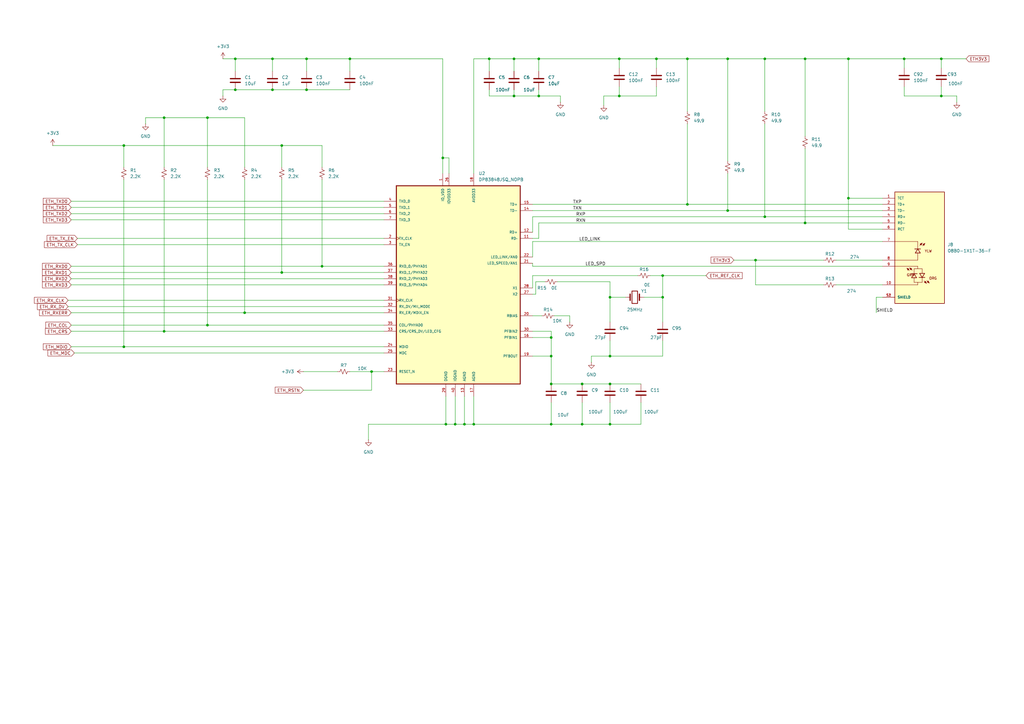
<source format=kicad_sch>
(kicad_sch
	(version 20250114)
	(generator "eeschema")
	(generator_version "9.0")
	(uuid "fa0bb3ad-1e55-40cb-8822-73e00e66b755")
	(paper "A3")
	(lib_symbols
		(symbol "08B0-1X1T-36-F:08B0-1X1T-36-F"
			(pin_names
				(offset 1.016)
			)
			(exclude_from_sim no)
			(in_bom yes)
			(on_board yes)
			(property "Reference" "J"
				(at -10.16 24.13 0)
				(effects
					(font
						(size 1.27 1.27)
					)
					(justify left bottom)
				)
			)
			(property "Value" "08B0-1X1T-36-F"
				(at -10.16 -24.13 0)
				(effects
					(font
						(size 1.27 1.27)
					)
					(justify left top)
				)
			)
			(property "Footprint" "08B0-1X1T-36-F:BEL_08B0-1X1T-36-F"
				(at 0 0 0)
				(effects
					(font
						(size 1.27 1.27)
					)
					(justify bottom)
					(hide yes)
				)
			)
			(property "Datasheet" ""
				(at 0 0 0)
				(effects
					(font
						(size 1.27 1.27)
					)
					(hide yes)
				)
			)
			(property "Description" ""
				(at 0 0 0)
				(effects
					(font
						(size 1.27 1.27)
					)
					(hide yes)
				)
			)
			(property "MF" "Bel Magnetic Solutions"
				(at 0 0 0)
				(effects
					(font
						(size 1.27 1.27)
					)
					(justify bottom)
					(hide yes)
				)
			)
			(property "MAXIMUM_PACKAGE_HEIGHT" "15.65mm"
				(at 0 0 0)
				(effects
					(font
						(size 1.27 1.27)
					)
					(justify bottom)
					(hide yes)
				)
			)
			(property "Package" "None"
				(at 0 0 0)
				(effects
					(font
						(size 1.27 1.27)
					)
					(justify bottom)
					(hide yes)
				)
			)
			(property "Price" "None"
				(at 0 0 0)
				(effects
					(font
						(size 1.27 1.27)
					)
					(justify bottom)
					(hide yes)
				)
			)
			(property "Check_prices" "https://www.snapeda.com/parts/08B0-1X1T-36-F/Bel+Circuit+Protection/view-part/?ref=eda"
				(at 0 0 0)
				(effects
					(font
						(size 1.27 1.27)
					)
					(justify bottom)
					(hide yes)
				)
			)
			(property "STANDARD" "Manufacturer Recommendations"
				(at 0 0 0)
				(effects
					(font
						(size 1.27 1.27)
					)
					(justify bottom)
					(hide yes)
				)
			)
			(property "PARTREV" "D"
				(at 0 0 0)
				(effects
					(font
						(size 1.27 1.27)
					)
					(justify bottom)
					(hide yes)
				)
			)
			(property "SnapEDA_Link" "https://www.snapeda.com/parts/08B0-1X1T-36-F/Bel+Circuit+Protection/view-part/?ref=snap"
				(at 0 0 0)
				(effects
					(font
						(size 1.27 1.27)
					)
					(justify bottom)
					(hide yes)
				)
			)
			(property "MP" "08B0-1X1T-36-F"
				(at 0 0 0)
				(effects
					(font
						(size 1.27 1.27)
					)
					(justify bottom)
					(hide yes)
				)
			)
			(property "Description_1" "MagJack 10/100BASE-T | 1X1 | OG/Y LEDs | Tap Up | -40 to 85C | RoHS"
				(at 0 0 0)
				(effects
					(font
						(size 1.27 1.27)
					)
					(justify bottom)
					(hide yes)
				)
			)
			(property "Availability" "In Stock"
				(at 0 0 0)
				(effects
					(font
						(size 1.27 1.27)
					)
					(justify bottom)
					(hide yes)
				)
			)
			(property "MANUFACTURER" "BEL"
				(at 0 0 0)
				(effects
					(font
						(size 1.27 1.27)
					)
					(justify bottom)
					(hide yes)
				)
			)
			(symbol "08B0-1X1T-36-F_0_0"
				(rectangle
					(start -10.16 -22.86)
					(end 10.16 22.86)
					(stroke
						(width 0.254)
						(type default)
					)
					(fill
						(type background)
					)
				)
				(polyline
					(pts
						(xy -5.207 -8.382) (xy -4.318 -8.763) (xy -4.826 -9.271) (xy -5.207 -8.382)
					)
					(stroke
						(width 0.1524)
						(type default)
					)
					(fill
						(type outline)
					)
				)
				(polyline
					(pts
						(xy -4.191 -9.398) (xy -5.207 -8.382)
					)
					(stroke
						(width 0.1524)
						(type default)
					)
					(fill
						(type none)
					)
				)
				(polyline
					(pts
						(xy -4.064 -8.255) (xy -3.175 -8.636) (xy -3.683 -9.144) (xy -4.064 -8.255)
					)
					(stroke
						(width 0.1524)
						(type default)
					)
					(fill
						(type outline)
					)
				)
				(polyline
					(pts
						(xy -3.429 -10.668) (xy -2.286 -10.668)
					)
					(stroke
						(width 0.254)
						(type default)
					)
					(fill
						(type none)
					)
				)
				(polyline
					(pts
						(xy -3.302 -12.319) (xy -2.286 -10.668)
					)
					(stroke
						(width 0.254)
						(type default)
					)
					(fill
						(type none)
					)
				)
				(polyline
					(pts
						(xy -3.302 -12.319) (xy -1.27 -12.319)
					)
					(stroke
						(width 0.254)
						(type default)
					)
					(fill
						(type none)
					)
				)
				(polyline
					(pts
						(xy -3.048 -9.271) (xy -4.064 -8.255)
					)
					(stroke
						(width 0.1524)
						(type default)
					)
					(fill
						(type none)
					)
				)
				(polyline
					(pts
						(xy -2.286 -10.541) (xy -2.286 -8.636)
					)
					(stroke
						(width 0.1524)
						(type default)
					)
					(fill
						(type none)
					)
				)
				(polyline
					(pts
						(xy -2.286 -10.668) (xy -1.27 -12.319)
					)
					(stroke
						(width 0.254)
						(type default)
					)
					(fill
						(type none)
					)
				)
				(polyline
					(pts
						(xy -2.286 -10.668) (xy -1.016 -10.668)
					)
					(stroke
						(width 0.254)
						(type default)
					)
					(fill
						(type none)
					)
				)
				(polyline
					(pts
						(xy -2.286 -14.224) (xy -2.286 -12.446)
					)
					(stroke
						(width 0.1524)
						(type default)
					)
					(fill
						(type none)
					)
				)
				(polyline
					(pts
						(xy -0.762 2.54) (xy -10.16 2.54)
					)
					(stroke
						(width 0.1524)
						(type default)
					)
					(fill
						(type none)
					)
				)
				(polyline
					(pts
						(xy -0.762 -0.381) (xy -0.762 2.54)
					)
					(stroke
						(width 0.1524)
						(type default)
					)
					(fill
						(type none)
					)
				)
				(polyline
					(pts
						(xy -0.762 -0.508) (xy -2.032 -0.508)
					)
					(stroke
						(width 0.254)
						(type default)
					)
					(fill
						(type none)
					)
				)
				(polyline
					(pts
						(xy -0.762 -0.508) (xy -1.778 -2.159)
					)
					(stroke
						(width 0.254)
						(type default)
					)
					(fill
						(type none)
					)
				)
				(polyline
					(pts
						(xy -0.762 -5.08) (xy -10.16 -5.08)
					)
					(stroke
						(width 0.1524)
						(type default)
					)
					(fill
						(type none)
					)
				)
				(polyline
					(pts
						(xy -0.762 -5.08) (xy -0.762 -2.286)
					)
					(stroke
						(width 0.1524)
						(type default)
					)
					(fill
						(type none)
					)
				)
				(polyline
					(pts
						(xy -0.762 -7.62) (xy -10.16 -7.62)
					)
					(stroke
						(width 0.1524)
						(type default)
					)
					(fill
						(type none)
					)
				)
				(polyline
					(pts
						(xy -0.762 -8.636) (xy -0.762 -7.62)
					)
					(stroke
						(width 0.1524)
						(type default)
					)
					(fill
						(type none)
					)
				)
				(polyline
					(pts
						(xy -0.762 -14.224) (xy -2.286 -14.224)
					)
					(stroke
						(width 0.1524)
						(type default)
					)
					(fill
						(type none)
					)
				)
				(polyline
					(pts
						(xy -0.762 -14.224) (xy -0.762 -15.24)
					)
					(stroke
						(width 0.1524)
						(type default)
					)
					(fill
						(type none)
					)
				)
				(polyline
					(pts
						(xy -0.762 -15.24) (xy -10.16 -15.24)
					)
					(stroke
						(width 0.1524)
						(type default)
					)
					(fill
						(type none)
					)
				)
				(polyline
					(pts
						(xy 0 0.889) (xy 1.016 1.905)
					)
					(stroke
						(width 0.1524)
						(type default)
					)
					(fill
						(type none)
					)
				)
				(polyline
					(pts
						(xy 0.254 -2.159) (xy -1.778 -2.159)
					)
					(stroke
						(width 0.254)
						(type default)
					)
					(fill
						(type none)
					)
				)
				(polyline
					(pts
						(xy 0.254 -2.159) (xy -0.762 -0.508)
					)
					(stroke
						(width 0.254)
						(type default)
					)
					(fill
						(type none)
					)
				)
				(polyline
					(pts
						(xy 0.381 -0.508) (xy -0.762 -0.508)
					)
					(stroke
						(width 0.254)
						(type default)
					)
					(fill
						(type none)
					)
				)
				(polyline
					(pts
						(xy 1.016 1.905) (xy 0.127 1.524) (xy 0.635 1.016) (xy 1.016 1.905)
					)
					(stroke
						(width 0.1524)
						(type default)
					)
					(fill
						(type outline)
					)
				)
				(polyline
					(pts
						(xy 1.016 -8.636) (xy -2.286 -8.636)
					)
					(stroke
						(width 0.1524)
						(type default)
					)
					(fill
						(type none)
					)
				)
				(polyline
					(pts
						(xy 1.016 -8.636) (xy 1.016 -10.414)
					)
					(stroke
						(width 0.1524)
						(type default)
					)
					(fill
						(type none)
					)
				)
				(polyline
					(pts
						(xy 1.016 -12.192) (xy -0.254 -12.192)
					)
					(stroke
						(width 0.254)
						(type default)
					)
					(fill
						(type none)
					)
				)
				(polyline
					(pts
						(xy 1.016 -12.192) (xy 0 -10.541)
					)
					(stroke
						(width 0.254)
						(type default)
					)
					(fill
						(type none)
					)
				)
				(polyline
					(pts
						(xy 1.016 -12.319) (xy 1.016 -14.224)
					)
					(stroke
						(width 0.1524)
						(type default)
					)
					(fill
						(type none)
					)
				)
				(polyline
					(pts
						(xy 1.016 -14.224) (xy -0.762 -14.224)
					)
					(stroke
						(width 0.1524)
						(type default)
					)
					(fill
						(type none)
					)
				)
				(polyline
					(pts
						(xy 1.143 0.762) (xy 2.159 1.778)
					)
					(stroke
						(width 0.1524)
						(type default)
					)
					(fill
						(type none)
					)
				)
				(polyline
					(pts
						(xy 1.778 -13.589) (xy 2.794 -14.605)
					)
					(stroke
						(width 0.1524)
						(type default)
					)
					(fill
						(type none)
					)
				)
				(polyline
					(pts
						(xy 2.032 -10.541) (xy 0 -10.541)
					)
					(stroke
						(width 0.254)
						(type default)
					)
					(fill
						(type none)
					)
				)
				(polyline
					(pts
						(xy 2.032 -10.541) (xy 1.016 -12.192)
					)
					(stroke
						(width 0.254)
						(type default)
					)
					(fill
						(type none)
					)
				)
				(polyline
					(pts
						(xy 2.159 1.778) (xy 1.27 1.397) (xy 1.778 0.889) (xy 2.159 1.778)
					)
					(stroke
						(width 0.1524)
						(type default)
					)
					(fill
						(type outline)
					)
				)
				(polyline
					(pts
						(xy 2.159 -12.192) (xy 1.016 -12.192)
					)
					(stroke
						(width 0.254)
						(type default)
					)
					(fill
						(type none)
					)
				)
				(polyline
					(pts
						(xy 2.794 -14.605) (xy 1.905 -14.224) (xy 2.413 -13.716) (xy 2.794 -14.605)
					)
					(stroke
						(width 0.1524)
						(type default)
					)
					(fill
						(type outline)
					)
				)
				(polyline
					(pts
						(xy 2.921 -13.462) (xy 3.937 -14.478)
					)
					(stroke
						(width 0.1524)
						(type default)
					)
					(fill
						(type none)
					)
				)
				(polyline
					(pts
						(xy 3.937 -14.478) (xy 3.048 -14.097) (xy 3.556 -13.589) (xy 3.937 -14.478)
					)
					(stroke
						(width 0.1524)
						(type default)
					)
					(fill
						(type outline)
					)
				)
				(text "GRN"
					(at -5.334 -11.176 0)
					(effects
						(font
							(size 1.016 1.016)
						)
						(justify left)
					)
				)
				(text "YLW"
					(at 2.032 -0.762 0)
					(effects
						(font
							(size 1.016 1.016)
						)
						(justify left top)
					)
				)
				(text "ORG"
					(at 3.81 -11.938 0)
					(effects
						(font
							(size 1.016 1.016)
						)
						(justify left top)
					)
				)
				(pin passive line
					(at -15.24 20.32 0)
					(length 5.08)
					(name "TCT"
						(effects
							(font
								(size 1.016 1.016)
							)
						)
					)
					(number "1"
						(effects
							(font
								(size 1.016 1.016)
							)
						)
					)
				)
				(pin passive line
					(at -15.24 17.78 0)
					(length 5.08)
					(name "TD+"
						(effects
							(font
								(size 1.016 1.016)
							)
						)
					)
					(number "2"
						(effects
							(font
								(size 1.016 1.016)
							)
						)
					)
				)
				(pin passive line
					(at -15.24 15.24 0)
					(length 5.08)
					(name "TD-"
						(effects
							(font
								(size 1.016 1.016)
							)
						)
					)
					(number "3"
						(effects
							(font
								(size 1.016 1.016)
							)
						)
					)
				)
				(pin passive line
					(at -15.24 12.7 0)
					(length 5.08)
					(name "RD+"
						(effects
							(font
								(size 1.016 1.016)
							)
						)
					)
					(number "4"
						(effects
							(font
								(size 1.016 1.016)
							)
						)
					)
				)
				(pin passive line
					(at -15.24 10.16 0)
					(length 5.08)
					(name "RD-"
						(effects
							(font
								(size 1.016 1.016)
							)
						)
					)
					(number "5"
						(effects
							(font
								(size 1.016 1.016)
							)
						)
					)
				)
				(pin passive line
					(at -15.24 7.62 0)
					(length 5.08)
					(name "RCT"
						(effects
							(font
								(size 1.016 1.016)
							)
						)
					)
					(number "6"
						(effects
							(font
								(size 1.016 1.016)
							)
						)
					)
				)
				(pin passive line
					(at -15.24 2.54 0)
					(length 5.08)
					(name "~"
						(effects
							(font
								(size 1.016 1.016)
							)
						)
					)
					(number "7"
						(effects
							(font
								(size 1.016 1.016)
							)
						)
					)
				)
				(pin passive line
					(at -15.24 -5.08 0)
					(length 5.08)
					(name "~"
						(effects
							(font
								(size 1.016 1.016)
							)
						)
					)
					(number "8"
						(effects
							(font
								(size 1.016 1.016)
							)
						)
					)
				)
				(pin passive line
					(at -15.24 -7.62 0)
					(length 5.08)
					(name "~"
						(effects
							(font
								(size 1.016 1.016)
							)
						)
					)
					(number "9"
						(effects
							(font
								(size 1.016 1.016)
							)
						)
					)
				)
				(pin passive line
					(at -15.24 -15.24 0)
					(length 5.08)
					(name "~"
						(effects
							(font
								(size 1.016 1.016)
							)
						)
					)
					(number "10"
						(effects
							(font
								(size 1.016 1.016)
							)
						)
					)
				)
				(pin passive line
					(at -15.24 -20.32 0)
					(length 5.08)
					(name "SHIELD"
						(effects
							(font
								(size 1.016 1.016)
							)
						)
					)
					(number "S1"
						(effects
							(font
								(size 1.016 1.016)
							)
						)
					)
				)
				(pin passive line
					(at -15.24 -20.32 0)
					(length 5.08)
					(name "SHIELD"
						(effects
							(font
								(size 1.016 1.016)
							)
						)
					)
					(number "S2"
						(effects
							(font
								(size 1.016 1.016)
							)
						)
					)
				)
			)
			(embedded_fonts no)
		)
		(symbol "DP83848JSQ_NOPB:DP83848JSQ_NOPB"
			(pin_names
				(offset 1.016)
			)
			(exclude_from_sim no)
			(in_bom yes)
			(on_board yes)
			(property "Reference" "U"
				(at -25.4483 41.7122 0)
				(effects
					(font
						(size 1.27 1.27)
					)
					(justify left bottom)
				)
			)
			(property "Value" "DP83848JSQ_NOPB"
				(at -25.4201 -44.6733 0)
				(effects
					(font
						(size 1.27 1.27)
					)
					(justify left bottom)
				)
			)
			(property "Footprint" "DP83848JSQ_NOPB:XCVR_DP83848JSQ_NOPB"
				(at -45.212 54.102 0)
				(effects
					(font
						(size 1.27 1.27)
					)
					(justify bottom)
					(hide yes)
				)
			)
			(property "Datasheet" ""
				(at 0 0 0)
				(effects
					(font
						(size 1.27 1.27)
					)
					(hide yes)
				)
			)
			(property "Description" ""
				(at 0 0 0)
				(effects
					(font
						(size 1.27 1.27)
					)
					(hide yes)
				)
			)
			(property "DigiKey_Part_Number" "DP83848JSQ/NOPBTR-ND"
				(at -42.164 55.88 0)
				(effects
					(font
						(size 1.27 1.27)
					)
					(justify bottom)
					(hide yes)
				)
			)
			(property "SnapEDA_Link" "https://www.snapeda.com/parts/DP83848JSQ/NOPB/Texas+Instruments/view-part/?ref=snap"
				(at -57.658 51.562 0)
				(effects
					(font
						(size 1.27 1.27)
					)
					(justify bottom)
					(hide yes)
				)
			)
			(property "Description_1" "Commercial temperature, 10/100-Mbps Ethernet PHY transceiver in a 40-pin QFN package"
				(at -62.484 55.118 0)
				(effects
					(font
						(size 1.27 1.27)
					)
					(justify bottom)
					(hide yes)
				)
			)
			(property "Package" "WQFN-40 Texas Instruments"
				(at -41.656 53.594 0)
				(effects
					(font
						(size 1.27 1.27)
					)
					(justify bottom)
					(hide yes)
				)
			)
			(property "Check_prices" "https://www.snapeda.com/parts/DP83848JSQ/NOPB/Texas+Instruments/view-part/?ref=eda"
				(at -61.468 53.594 0)
				(effects
					(font
						(size 1.27 1.27)
					)
					(justify bottom)
					(hide yes)
				)
			)
			(property "STANDARD" "Manufacturer Recommendation"
				(at -43.434 53.34 0)
				(effects
					(font
						(size 1.27 1.27)
					)
					(justify bottom)
					(hide yes)
				)
			)
			(property "PARTREV" "APR 2015"
				(at -34.798 50.8 0)
				(effects
					(font
						(size 1.27 1.27)
					)
					(justify bottom)
					(hide yes)
				)
			)
			(property "MF" "Texas Instruments"
				(at -51.054 54.102 0)
				(effects
					(font
						(size 1.27 1.27)
					)
					(justify bottom)
					(hide yes)
				)
			)
			(property "MP" "DP83848JSQ/NOPB"
				(at -46.99 54.864 0)
				(effects
					(font
						(size 1.27 1.27)
					)
					(justify bottom)
					(hide yes)
				)
			)
			(property "MANUFACTURER" "Texas Instruments"
				(at -27.686 54.864 0)
				(effects
					(font
						(size 1.27 1.27)
					)
					(justify bottom)
					(hide yes)
				)
			)
			(symbol "DP83848JSQ_NOPB_0_0"
				(rectangle
					(start -25.4 40.64)
					(end 25.4 -40.64)
					(stroke
						(width 0.41)
						(type default)
					)
					(fill
						(type background)
					)
				)
				(pin bidirectional line
					(at -30.48 34.29 0)
					(length 5.08)
					(name "TXD_0"
						(effects
							(font
								(size 1.016 1.016)
							)
						)
					)
					(number "4"
						(effects
							(font
								(size 1.016 1.016)
							)
						)
					)
				)
				(pin bidirectional line
					(at -30.48 31.75 0)
					(length 5.08)
					(name "TXD_1"
						(effects
							(font
								(size 1.016 1.016)
							)
						)
					)
					(number "5"
						(effects
							(font
								(size 1.016 1.016)
							)
						)
					)
				)
				(pin bidirectional line
					(at -30.48 29.21 0)
					(length 5.08)
					(name "TXD_2"
						(effects
							(font
								(size 1.016 1.016)
							)
						)
					)
					(number "6"
						(effects
							(font
								(size 1.016 1.016)
							)
						)
					)
				)
				(pin bidirectional line
					(at -30.48 26.67 0)
					(length 5.08)
					(name "TXD_3"
						(effects
							(font
								(size 1.016 1.016)
							)
						)
					)
					(number "7"
						(effects
							(font
								(size 1.016 1.016)
							)
						)
					)
				)
				(pin output clock
					(at -30.48 19.05 0)
					(length 5.08)
					(name "TX_CLK"
						(effects
							(font
								(size 1.016 1.016)
							)
						)
					)
					(number "2"
						(effects
							(font
								(size 1.016 1.016)
							)
						)
					)
				)
				(pin bidirectional line
					(at -30.48 16.51 0)
					(length 5.08)
					(name "TX_EN"
						(effects
							(font
								(size 1.016 1.016)
							)
						)
					)
					(number "3"
						(effects
							(font
								(size 1.016 1.016)
							)
						)
					)
				)
				(pin bidirectional line
					(at -30.48 7.62 0)
					(length 5.08)
					(name "RXD_0/PHYAD1"
						(effects
							(font
								(size 1.016 1.016)
							)
						)
					)
					(number "36"
						(effects
							(font
								(size 1.016 1.016)
							)
						)
					)
				)
				(pin bidirectional line
					(at -30.48 5.08 0)
					(length 5.08)
					(name "RXD_1/PHYAD2"
						(effects
							(font
								(size 1.016 1.016)
							)
						)
					)
					(number "37"
						(effects
							(font
								(size 1.016 1.016)
							)
						)
					)
				)
				(pin bidirectional line
					(at -30.48 2.54 0)
					(length 5.08)
					(name "RXD_2/PHYAD3"
						(effects
							(font
								(size 1.016 1.016)
							)
						)
					)
					(number "38"
						(effects
							(font
								(size 1.016 1.016)
							)
						)
					)
				)
				(pin bidirectional line
					(at -30.48 0 0)
					(length 5.08)
					(name "RXD_3/PHYAD4"
						(effects
							(font
								(size 1.016 1.016)
							)
						)
					)
					(number "39"
						(effects
							(font
								(size 1.016 1.016)
							)
						)
					)
				)
				(pin output clock
					(at -30.48 -6.35 0)
					(length 5.08)
					(name "RX_CLK"
						(effects
							(font
								(size 1.016 1.016)
							)
						)
					)
					(number "31"
						(effects
							(font
								(size 1.016 1.016)
							)
						)
					)
				)
				(pin bidirectional line
					(at -30.48 -8.89 0)
					(length 5.08)
					(name "RX_DV/MII_MODE"
						(effects
							(font
								(size 1.016 1.016)
							)
						)
					)
					(number "32"
						(effects
							(font
								(size 1.016 1.016)
							)
						)
					)
				)
				(pin bidirectional line
					(at -30.48 -11.43 0)
					(length 5.08)
					(name "RX_ER/MDIX_EN"
						(effects
							(font
								(size 1.016 1.016)
							)
						)
					)
					(number "34"
						(effects
							(font
								(size 1.016 1.016)
							)
						)
					)
				)
				(pin bidirectional line
					(at -30.48 -16.51 0)
					(length 5.08)
					(name "COL/PHYAD0"
						(effects
							(font
								(size 1.016 1.016)
							)
						)
					)
					(number "35"
						(effects
							(font
								(size 1.016 1.016)
							)
						)
					)
				)
				(pin bidirectional line
					(at -30.48 -19.05 0)
					(length 5.08)
					(name "CRS/CRS_DV/LED_CFG"
						(effects
							(font
								(size 1.016 1.016)
							)
						)
					)
					(number "33"
						(effects
							(font
								(size 1.016 1.016)
							)
						)
					)
				)
				(pin bidirectional line
					(at -30.48 -25.4 0)
					(length 5.08)
					(name "MDIO"
						(effects
							(font
								(size 1.016 1.016)
							)
						)
					)
					(number "24"
						(effects
							(font
								(size 1.016 1.016)
							)
						)
					)
				)
				(pin input line
					(at -30.48 -27.94 0)
					(length 5.08)
					(name "MDC"
						(effects
							(font
								(size 1.016 1.016)
							)
						)
					)
					(number "25"
						(effects
							(font
								(size 1.016 1.016)
							)
						)
					)
				)
				(pin input line
					(at -30.48 -35.56 0)
					(length 5.08)
					(name "RESET_N"
						(effects
							(font
								(size 1.016 1.016)
							)
						)
					)
					(number "23"
						(effects
							(font
								(size 1.016 1.016)
							)
						)
					)
				)
				(pin power_in line
					(at -6.35 45.72 270)
					(length 5.08)
					(name "IO_VDD"
						(effects
							(font
								(size 1.016 1.016)
							)
						)
					)
					(number "1"
						(effects
							(font
								(size 1.016 1.016)
							)
						)
					)
				)
				(pin power_in line
					(at -5.08 -45.72 90)
					(length 5.08)
					(name "DGND"
						(effects
							(font
								(size 1.016 1.016)
							)
						)
					)
					(number "29"
						(effects
							(font
								(size 1.016 1.016)
							)
						)
					)
				)
				(pin power_in line
					(at -3.81 45.72 270)
					(length 5.08)
					(name "IOVDD33"
						(effects
							(font
								(size 1.016 1.016)
							)
						)
					)
					(number "26"
						(effects
							(font
								(size 1.016 1.016)
							)
						)
					)
				)
				(pin power_in line
					(at -1.27 -45.72 90)
					(length 5.08)
					(name "IOGND"
						(effects
							(font
								(size 1.016 1.016)
							)
						)
					)
					(number "40"
						(effects
							(font
								(size 1.016 1.016)
							)
						)
					)
				)
				(pin power_in line
					(at 2.54 -45.72 90)
					(length 5.08)
					(name "AGND"
						(effects
							(font
								(size 1.016 1.016)
							)
						)
					)
					(number "13"
						(effects
							(font
								(size 1.016 1.016)
							)
						)
					)
				)
				(pin power_in line
					(at 6.35 -45.72 90)
					(length 5.08)
					(name "AGND"
						(effects
							(font
								(size 1.016 1.016)
							)
						)
					)
					(number "17"
						(effects
							(font
								(size 1.016 1.016)
							)
						)
					)
				)
				(pin bidirectional line
					(at 30.48 33.02 180)
					(length 5.08)
					(name "TD+"
						(effects
							(font
								(size 1.016 1.016)
							)
						)
					)
					(number "15"
						(effects
							(font
								(size 1.016 1.016)
							)
						)
					)
				)
				(pin bidirectional line
					(at 30.48 30.48 180)
					(length 5.08)
					(name "TD-"
						(effects
							(font
								(size 1.016 1.016)
							)
						)
					)
					(number "14"
						(effects
							(font
								(size 1.016 1.016)
							)
						)
					)
				)
				(pin bidirectional line
					(at 30.48 21.59 180)
					(length 5.08)
					(name "RD+"
						(effects
							(font
								(size 1.016 1.016)
							)
						)
					)
					(number "12"
						(effects
							(font
								(size 1.016 1.016)
							)
						)
					)
				)
				(pin bidirectional line
					(at 30.48 19.05 180)
					(length 5.08)
					(name "RD–"
						(effects
							(font
								(size 1.016 1.016)
							)
						)
					)
					(number "11"
						(effects
							(font
								(size 1.016 1.016)
							)
						)
					)
				)
				(pin bidirectional line
					(at 30.48 11.43 180)
					(length 5.08)
					(name "LED_LINK/AN0"
						(effects
							(font
								(size 1.016 1.016)
							)
						)
					)
					(number "22"
						(effects
							(font
								(size 1.016 1.016)
							)
						)
					)
				)
				(pin bidirectional line
					(at 30.48 8.89 180)
					(length 5.08)
					(name "LED_SPEED/AN1"
						(effects
							(font
								(size 1.016 1.016)
							)
						)
					)
					(number "21"
						(effects
							(font
								(size 1.016 1.016)
							)
						)
					)
				)
				(pin input line
					(at 30.48 -1.27 180)
					(length 5.08)
					(name "X1"
						(effects
							(font
								(size 1.016 1.016)
							)
						)
					)
					(number "28"
						(effects
							(font
								(size 1.016 1.016)
							)
						)
					)
				)
				(pin bidirectional line
					(at 30.48 -3.81 180)
					(length 5.08)
					(name "X2"
						(effects
							(font
								(size 1.016 1.016)
							)
						)
					)
					(number "27"
						(effects
							(font
								(size 1.016 1.016)
							)
						)
					)
				)
				(pin input line
					(at 30.48 -12.7 180)
					(length 5.08)
					(name "RBIAS"
						(effects
							(font
								(size 1.016 1.016)
							)
						)
					)
					(number "20"
						(effects
							(font
								(size 1.016 1.016)
							)
						)
					)
				)
				(pin input line
					(at 30.48 -19.05 180)
					(length 5.08)
					(name "PFBIN2"
						(effects
							(font
								(size 1.016 1.016)
							)
						)
					)
					(number "30"
						(effects
							(font
								(size 1.016 1.016)
							)
						)
					)
				)
				(pin input line
					(at 30.48 -21.59 180)
					(length 5.08)
					(name "PFBIN1"
						(effects
							(font
								(size 1.016 1.016)
							)
						)
					)
					(number "16"
						(effects
							(font
								(size 1.016 1.016)
							)
						)
					)
				)
				(pin output line
					(at 30.48 -29.21 180)
					(length 5.08)
					(name "PFBOUT"
						(effects
							(font
								(size 1.016 1.016)
							)
						)
					)
					(number "19"
						(effects
							(font
								(size 1.016 1.016)
							)
						)
					)
				)
			)
			(symbol "DP83848JSQ_NOPB_1_0"
				(pin passive line
					(at 6.35 45.72 270)
					(length 5.08)
					(name "AVDD33"
						(effects
							(font
								(size 1.016 1.016)
							)
						)
					)
					(number "18"
						(effects
							(font
								(size 1.016 1.016)
							)
						)
					)
				)
			)
			(embedded_fonts no)
		)
		(symbol "Device:C"
			(pin_numbers
				(hide yes)
			)
			(pin_names
				(offset 0.254)
			)
			(exclude_from_sim no)
			(in_bom yes)
			(on_board yes)
			(property "Reference" "C"
				(at 0.635 2.54 0)
				(effects
					(font
						(size 1.27 1.27)
					)
					(justify left)
				)
			)
			(property "Value" "C"
				(at 0.635 -2.54 0)
				(effects
					(font
						(size 1.27 1.27)
					)
					(justify left)
				)
			)
			(property "Footprint" ""
				(at 0.9652 -3.81 0)
				(effects
					(font
						(size 1.27 1.27)
					)
					(hide yes)
				)
			)
			(property "Datasheet" "~"
				(at 0 0 0)
				(effects
					(font
						(size 1.27 1.27)
					)
					(hide yes)
				)
			)
			(property "Description" "Unpolarized capacitor"
				(at 0 0 0)
				(effects
					(font
						(size 1.27 1.27)
					)
					(hide yes)
				)
			)
			(property "ki_keywords" "cap capacitor"
				(at 0 0 0)
				(effects
					(font
						(size 1.27 1.27)
					)
					(hide yes)
				)
			)
			(property "ki_fp_filters" "C_*"
				(at 0 0 0)
				(effects
					(font
						(size 1.27 1.27)
					)
					(hide yes)
				)
			)
			(symbol "C_0_1"
				(polyline
					(pts
						(xy -2.032 0.762) (xy 2.032 0.762)
					)
					(stroke
						(width 0.508)
						(type default)
					)
					(fill
						(type none)
					)
				)
				(polyline
					(pts
						(xy -2.032 -0.762) (xy 2.032 -0.762)
					)
					(stroke
						(width 0.508)
						(type default)
					)
					(fill
						(type none)
					)
				)
			)
			(symbol "C_1_1"
				(pin passive line
					(at 0 3.81 270)
					(length 2.794)
					(name "~"
						(effects
							(font
								(size 1.27 1.27)
							)
						)
					)
					(number "1"
						(effects
							(font
								(size 1.27 1.27)
							)
						)
					)
				)
				(pin passive line
					(at 0 -3.81 90)
					(length 2.794)
					(name "~"
						(effects
							(font
								(size 1.27 1.27)
							)
						)
					)
					(number "2"
						(effects
							(font
								(size 1.27 1.27)
							)
						)
					)
				)
			)
			(embedded_fonts no)
		)
		(symbol "Device:Crystal"
			(pin_numbers
				(hide yes)
			)
			(pin_names
				(offset 1.016)
				(hide yes)
			)
			(exclude_from_sim no)
			(in_bom yes)
			(on_board yes)
			(property "Reference" "Y"
				(at 0 3.81 0)
				(effects
					(font
						(size 1.27 1.27)
					)
				)
			)
			(property "Value" "Crystal"
				(at 0 -3.81 0)
				(effects
					(font
						(size 1.27 1.27)
					)
				)
			)
			(property "Footprint" ""
				(at 0 0 0)
				(effects
					(font
						(size 1.27 1.27)
					)
					(hide yes)
				)
			)
			(property "Datasheet" "~"
				(at 0 0 0)
				(effects
					(font
						(size 1.27 1.27)
					)
					(hide yes)
				)
			)
			(property "Description" "Two pin crystal"
				(at 0 0 0)
				(effects
					(font
						(size 1.27 1.27)
					)
					(hide yes)
				)
			)
			(property "ki_keywords" "quartz ceramic resonator oscillator"
				(at 0 0 0)
				(effects
					(font
						(size 1.27 1.27)
					)
					(hide yes)
				)
			)
			(property "ki_fp_filters" "Crystal*"
				(at 0 0 0)
				(effects
					(font
						(size 1.27 1.27)
					)
					(hide yes)
				)
			)
			(symbol "Crystal_0_1"
				(polyline
					(pts
						(xy -2.54 0) (xy -1.905 0)
					)
					(stroke
						(width 0)
						(type default)
					)
					(fill
						(type none)
					)
				)
				(polyline
					(pts
						(xy -1.905 -1.27) (xy -1.905 1.27)
					)
					(stroke
						(width 0.508)
						(type default)
					)
					(fill
						(type none)
					)
				)
				(rectangle
					(start -1.143 2.54)
					(end 1.143 -2.54)
					(stroke
						(width 0.3048)
						(type default)
					)
					(fill
						(type none)
					)
				)
				(polyline
					(pts
						(xy 1.905 -1.27) (xy 1.905 1.27)
					)
					(stroke
						(width 0.508)
						(type default)
					)
					(fill
						(type none)
					)
				)
				(polyline
					(pts
						(xy 2.54 0) (xy 1.905 0)
					)
					(stroke
						(width 0)
						(type default)
					)
					(fill
						(type none)
					)
				)
			)
			(symbol "Crystal_1_1"
				(pin passive line
					(at -3.81 0 0)
					(length 1.27)
					(name "1"
						(effects
							(font
								(size 1.27 1.27)
							)
						)
					)
					(number "1"
						(effects
							(font
								(size 1.27 1.27)
							)
						)
					)
				)
				(pin passive line
					(at 3.81 0 180)
					(length 1.27)
					(name "2"
						(effects
							(font
								(size 1.27 1.27)
							)
						)
					)
					(number "2"
						(effects
							(font
								(size 1.27 1.27)
							)
						)
					)
				)
			)
			(embedded_fonts no)
		)
		(symbol "Device:R_Small_US"
			(pin_numbers
				(hide yes)
			)
			(pin_names
				(offset 0.254)
				(hide yes)
			)
			(exclude_from_sim no)
			(in_bom yes)
			(on_board yes)
			(property "Reference" "R"
				(at 0.762 0.508 0)
				(effects
					(font
						(size 1.27 1.27)
					)
					(justify left)
				)
			)
			(property "Value" "R_Small_US"
				(at 0.762 -1.016 0)
				(effects
					(font
						(size 1.27 1.27)
					)
					(justify left)
				)
			)
			(property "Footprint" ""
				(at 0 0 0)
				(effects
					(font
						(size 1.27 1.27)
					)
					(hide yes)
				)
			)
			(property "Datasheet" "~"
				(at 0 0 0)
				(effects
					(font
						(size 1.27 1.27)
					)
					(hide yes)
				)
			)
			(property "Description" "Resistor, small US symbol"
				(at 0 0 0)
				(effects
					(font
						(size 1.27 1.27)
					)
					(hide yes)
				)
			)
			(property "ki_keywords" "r resistor"
				(at 0 0 0)
				(effects
					(font
						(size 1.27 1.27)
					)
					(hide yes)
				)
			)
			(property "ki_fp_filters" "R_*"
				(at 0 0 0)
				(effects
					(font
						(size 1.27 1.27)
					)
					(hide yes)
				)
			)
			(symbol "R_Small_US_1_1"
				(polyline
					(pts
						(xy 0 1.524) (xy 1.016 1.143) (xy 0 0.762) (xy -1.016 0.381) (xy 0 0)
					)
					(stroke
						(width 0)
						(type default)
					)
					(fill
						(type none)
					)
				)
				(polyline
					(pts
						(xy 0 0) (xy 1.016 -0.381) (xy 0 -0.762) (xy -1.016 -1.143) (xy 0 -1.524)
					)
					(stroke
						(width 0)
						(type default)
					)
					(fill
						(type none)
					)
				)
				(pin passive line
					(at 0 2.54 270)
					(length 1.016)
					(name "~"
						(effects
							(font
								(size 1.27 1.27)
							)
						)
					)
					(number "1"
						(effects
							(font
								(size 1.27 1.27)
							)
						)
					)
				)
				(pin passive line
					(at 0 -2.54 90)
					(length 1.016)
					(name "~"
						(effects
							(font
								(size 1.27 1.27)
							)
						)
					)
					(number "2"
						(effects
							(font
								(size 1.27 1.27)
							)
						)
					)
				)
			)
			(embedded_fonts no)
		)
		(symbol "GND_1"
			(power)
			(pin_numbers
				(hide yes)
			)
			(pin_names
				(offset 0)
				(hide yes)
			)
			(exclude_from_sim no)
			(in_bom yes)
			(on_board yes)
			(property "Reference" "#PWR"
				(at 0 -6.35 0)
				(effects
					(font
						(size 1.27 1.27)
					)
					(hide yes)
				)
			)
			(property "Value" "GND"
				(at 0 -3.81 0)
				(effects
					(font
						(size 1.27 1.27)
					)
				)
			)
			(property "Footprint" ""
				(at 0 0 0)
				(effects
					(font
						(size 1.27 1.27)
					)
					(hide yes)
				)
			)
			(property "Datasheet" ""
				(at 0 0 0)
				(effects
					(font
						(size 1.27 1.27)
					)
					(hide yes)
				)
			)
			(property "Description" "Power symbol creates a global label with name \"GND\" , ground"
				(at 0 0 0)
				(effects
					(font
						(size 1.27 1.27)
					)
					(hide yes)
				)
			)
			(property "ki_keywords" "global power"
				(at 0 0 0)
				(effects
					(font
						(size 1.27 1.27)
					)
					(hide yes)
				)
			)
			(symbol "GND_1_0_1"
				(polyline
					(pts
						(xy 0 0) (xy 0 -1.27) (xy 1.27 -1.27) (xy 0 -2.54) (xy -1.27 -1.27) (xy 0 -1.27)
					)
					(stroke
						(width 0)
						(type default)
					)
					(fill
						(type none)
					)
				)
			)
			(symbol "GND_1_1_1"
				(pin power_in line
					(at 0 0 270)
					(length 0)
					(name "~"
						(effects
							(font
								(size 1.27 1.27)
							)
						)
					)
					(number "1"
						(effects
							(font
								(size 1.27 1.27)
							)
						)
					)
				)
			)
			(embedded_fonts no)
		)
		(symbol "GND_2"
			(power)
			(pin_numbers
				(hide yes)
			)
			(pin_names
				(offset 0)
				(hide yes)
			)
			(exclude_from_sim no)
			(in_bom yes)
			(on_board yes)
			(property "Reference" "#PWR"
				(at 0 -6.35 0)
				(effects
					(font
						(size 1.27 1.27)
					)
					(hide yes)
				)
			)
			(property "Value" "GND"
				(at 0 -3.81 0)
				(effects
					(font
						(size 1.27 1.27)
					)
				)
			)
			(property "Footprint" ""
				(at 0 0 0)
				(effects
					(font
						(size 1.27 1.27)
					)
					(hide yes)
				)
			)
			(property "Datasheet" ""
				(at 0 0 0)
				(effects
					(font
						(size 1.27 1.27)
					)
					(hide yes)
				)
			)
			(property "Description" "Power symbol creates a global label with name \"GND\" , ground"
				(at 0 0 0)
				(effects
					(font
						(size 1.27 1.27)
					)
					(hide yes)
				)
			)
			(property "ki_keywords" "global power"
				(at 0 0 0)
				(effects
					(font
						(size 1.27 1.27)
					)
					(hide yes)
				)
			)
			(symbol "GND_2_0_1"
				(polyline
					(pts
						(xy 0 0) (xy 0 -1.27) (xy 1.27 -1.27) (xy 0 -2.54) (xy -1.27 -1.27) (xy 0 -1.27)
					)
					(stroke
						(width 0)
						(type default)
					)
					(fill
						(type none)
					)
				)
			)
			(symbol "GND_2_1_1"
				(pin power_in line
					(at 0 0 270)
					(length 0)
					(name "~"
						(effects
							(font
								(size 1.27 1.27)
							)
						)
					)
					(number "1"
						(effects
							(font
								(size 1.27 1.27)
							)
						)
					)
				)
			)
			(embedded_fonts no)
		)
		(symbol "GND_3"
			(power)
			(pin_numbers
				(hide yes)
			)
			(pin_names
				(offset 0)
				(hide yes)
			)
			(exclude_from_sim no)
			(in_bom yes)
			(on_board yes)
			(property "Reference" "#PWR"
				(at 0 -6.35 0)
				(effects
					(font
						(size 1.27 1.27)
					)
					(hide yes)
				)
			)
			(property "Value" "GND"
				(at 0 -3.81 0)
				(effects
					(font
						(size 1.27 1.27)
					)
				)
			)
			(property "Footprint" ""
				(at 0 0 0)
				(effects
					(font
						(size 1.27 1.27)
					)
					(hide yes)
				)
			)
			(property "Datasheet" ""
				(at 0 0 0)
				(effects
					(font
						(size 1.27 1.27)
					)
					(hide yes)
				)
			)
			(property "Description" "Power symbol creates a global label with name \"GND\" , ground"
				(at 0 0 0)
				(effects
					(font
						(size 1.27 1.27)
					)
					(hide yes)
				)
			)
			(property "ki_keywords" "global power"
				(at 0 0 0)
				(effects
					(font
						(size 1.27 1.27)
					)
					(hide yes)
				)
			)
			(symbol "GND_3_0_1"
				(polyline
					(pts
						(xy 0 0) (xy 0 -1.27) (xy 1.27 -1.27) (xy 0 -2.54) (xy -1.27 -1.27) (xy 0 -1.27)
					)
					(stroke
						(width 0)
						(type default)
					)
					(fill
						(type none)
					)
				)
			)
			(symbol "GND_3_1_1"
				(pin power_in line
					(at 0 0 270)
					(length 0)
					(name "~"
						(effects
							(font
								(size 1.27 1.27)
							)
						)
					)
					(number "1"
						(effects
							(font
								(size 1.27 1.27)
							)
						)
					)
				)
			)
			(embedded_fonts no)
		)
		(symbol "power:+3V3"
			(power)
			(pin_numbers
				(hide yes)
			)
			(pin_names
				(offset 0)
				(hide yes)
			)
			(exclude_from_sim no)
			(in_bom yes)
			(on_board yes)
			(property "Reference" "#PWR"
				(at 0 -3.81 0)
				(effects
					(font
						(size 1.27 1.27)
					)
					(hide yes)
				)
			)
			(property "Value" "+3V3"
				(at 0 3.556 0)
				(effects
					(font
						(size 1.27 1.27)
					)
				)
			)
			(property "Footprint" ""
				(at 0 0 0)
				(effects
					(font
						(size 1.27 1.27)
					)
					(hide yes)
				)
			)
			(property "Datasheet" ""
				(at 0 0 0)
				(effects
					(font
						(size 1.27 1.27)
					)
					(hide yes)
				)
			)
			(property "Description" "Power symbol creates a global label with name \"+3V3\""
				(at 0 0 0)
				(effects
					(font
						(size 1.27 1.27)
					)
					(hide yes)
				)
			)
			(property "ki_keywords" "global power"
				(at 0 0 0)
				(effects
					(font
						(size 1.27 1.27)
					)
					(hide yes)
				)
			)
			(symbol "+3V3_0_1"
				(polyline
					(pts
						(xy -0.762 1.27) (xy 0 2.54)
					)
					(stroke
						(width 0)
						(type default)
					)
					(fill
						(type none)
					)
				)
				(polyline
					(pts
						(xy 0 2.54) (xy 0.762 1.27)
					)
					(stroke
						(width 0)
						(type default)
					)
					(fill
						(type none)
					)
				)
				(polyline
					(pts
						(xy 0 0) (xy 0 2.54)
					)
					(stroke
						(width 0)
						(type default)
					)
					(fill
						(type none)
					)
				)
			)
			(symbol "+3V3_1_1"
				(pin power_in line
					(at 0 0 90)
					(length 0)
					(name "~"
						(effects
							(font
								(size 1.27 1.27)
							)
						)
					)
					(number "1"
						(effects
							(font
								(size 1.27 1.27)
							)
						)
					)
				)
			)
			(embedded_fonts no)
		)
		(symbol "power:GND"
			(power)
			(pin_numbers
				(hide yes)
			)
			(pin_names
				(offset 0)
				(hide yes)
			)
			(exclude_from_sim no)
			(in_bom yes)
			(on_board yes)
			(property "Reference" "#PWR"
				(at 0 -6.35 0)
				(effects
					(font
						(size 1.27 1.27)
					)
					(hide yes)
				)
			)
			(property "Value" "GND"
				(at 0 -3.81 0)
				(effects
					(font
						(size 1.27 1.27)
					)
				)
			)
			(property "Footprint" ""
				(at 0 0 0)
				(effects
					(font
						(size 1.27 1.27)
					)
					(hide yes)
				)
			)
			(property "Datasheet" ""
				(at 0 0 0)
				(effects
					(font
						(size 1.27 1.27)
					)
					(hide yes)
				)
			)
			(property "Description" "Power symbol creates a global label with name \"GND\" , ground"
				(at 0 0 0)
				(effects
					(font
						(size 1.27 1.27)
					)
					(hide yes)
				)
			)
			(property "ki_keywords" "global power"
				(at 0 0 0)
				(effects
					(font
						(size 1.27 1.27)
					)
					(hide yes)
				)
			)
			(symbol "GND_0_1"
				(polyline
					(pts
						(xy 0 0) (xy 0 -1.27) (xy 1.27 -1.27) (xy 0 -2.54) (xy -1.27 -1.27) (xy 0 -1.27)
					)
					(stroke
						(width 0)
						(type default)
					)
					(fill
						(type none)
					)
				)
			)
			(symbol "GND_1_1"
				(pin power_in line
					(at 0 0 270)
					(length 0)
					(name "~"
						(effects
							(font
								(size 1.27 1.27)
							)
						)
					)
					(number "1"
						(effects
							(font
								(size 1.27 1.27)
							)
						)
					)
				)
			)
			(embedded_fonts no)
		)
	)
	(junction
		(at 85.09 133.35)
		(diameter 0)
		(color 0 0 0 0)
		(uuid "0104b4a1-767c-4f88-a3b7-ddcfe9fc6e5a")
	)
	(junction
		(at 347.98 24.13)
		(diameter 0)
		(color 0 0 0 0)
		(uuid "02775087-7643-4f25-b09d-b02d97267201")
	)
	(junction
		(at 111.76 36.83)
		(diameter 0)
		(color 0 0 0 0)
		(uuid "06715042-9807-4840-bc8e-1cf593cdbcdf")
	)
	(junction
		(at 96.52 36.83)
		(diameter 0)
		(color 0 0 0 0)
		(uuid "06d97ace-3b8d-4a48-97f0-83f7f01caac8")
	)
	(junction
		(at 250.19 121.92)
		(diameter 0)
		(color 0 0 0 0)
		(uuid "0ae00d59-e09f-4fb9-8012-5e0742f87654")
	)
	(junction
		(at 313.69 88.9)
		(diameter 0)
		(color 0 0 0 0)
		(uuid "0d724289-fa9e-4153-b7d8-c20c0a5e353e")
	)
	(junction
		(at 250.19 146.05)
		(diameter 0)
		(color 0 0 0 0)
		(uuid "11be8d3a-c7ae-4ff9-83f4-31783a5b15f6")
	)
	(junction
		(at 67.31 135.89)
		(diameter 0)
		(color 0 0 0 0)
		(uuid "16acfe73-d8f1-43d1-8dd8-20413108c4b2")
	)
	(junction
		(at 226.06 173.99)
		(diameter 0)
		(color 0 0 0 0)
		(uuid "1916ece3-1547-450d-9de7-b0220b4c97bc")
	)
	(junction
		(at 143.51 24.13)
		(diameter 0)
		(color 0 0 0 0)
		(uuid "19f410ab-6933-4016-9622-4e40cebb006b")
	)
	(junction
		(at 125.73 36.83)
		(diameter 0)
		(color 0 0 0 0)
		(uuid "1e2c336b-7a25-4b6e-a4ef-dbb2e42a3d5a")
	)
	(junction
		(at 194.31 173.99)
		(diameter 0)
		(color 0 0 0 0)
		(uuid "2442ff31-dc87-48c8-b055-16a6becfbeae")
	)
	(junction
		(at 309.88 106.68)
		(diameter 0)
		(color 0 0 0 0)
		(uuid "2870944a-7505-4486-8303-4284a8768a87")
	)
	(junction
		(at 298.45 24.13)
		(diameter 0)
		(color 0 0 0 0)
		(uuid "33a80728-5047-4f89-845a-9353f5bccc75")
	)
	(junction
		(at 96.52 24.13)
		(diameter 0)
		(color 0 0 0 0)
		(uuid "3c98e945-b9ec-47c6-8792-243922ddce3c")
	)
	(junction
		(at 254 39.37)
		(diameter 0)
		(color 0 0 0 0)
		(uuid "3cbba07a-5b4e-4005-a2e5-9dfbb8cfcc34")
	)
	(junction
		(at 271.78 121.92)
		(diameter 0)
		(color 0 0 0 0)
		(uuid "40b25b28-4369-40ce-aa21-68ad2c9db69e")
	)
	(junction
		(at 132.08 109.22)
		(diameter 0)
		(color 0 0 0 0)
		(uuid "45e142ce-94ad-4e1a-a6d8-137f22b5b21a")
	)
	(junction
		(at 238.76 157.48)
		(diameter 0)
		(color 0 0 0 0)
		(uuid "48b848b1-4083-4fa0-9d7b-2470464c9454")
	)
	(junction
		(at 181.61 64.77)
		(diameter 0)
		(color 0 0 0 0)
		(uuid "48f33637-4566-4ce6-b04f-e305cfbc77fe")
	)
	(junction
		(at 50.8 142.24)
		(diameter 0)
		(color 0 0 0 0)
		(uuid "525fced1-2832-4851-b477-1eea59932956")
	)
	(junction
		(at 347.98 81.28)
		(diameter 0)
		(color 0 0 0 0)
		(uuid "52eb975c-7416-439f-8d19-d51934b6522b")
	)
	(junction
		(at 271.78 113.03)
		(diameter 0)
		(color 0 0 0 0)
		(uuid "535cb4e0-29a5-476e-867e-eddda29bcf0d")
	)
	(junction
		(at 220.98 39.37)
		(diameter 0)
		(color 0 0 0 0)
		(uuid "53a8b924-1e3d-48ba-9b0b-f220ba4eb359")
	)
	(junction
		(at 220.98 24.13)
		(diameter 0)
		(color 0 0 0 0)
		(uuid "551d9fe9-7da2-4dbe-8f2a-1184d4d97ec0")
	)
	(junction
		(at 281.94 83.82)
		(diameter 0)
		(color 0 0 0 0)
		(uuid "5dfea3fa-ac8a-4c93-be4a-bccaee685508")
	)
	(junction
		(at 100.33 128.27)
		(diameter 0)
		(color 0 0 0 0)
		(uuid "64385e3e-8e12-4da7-b46a-270be477fd51")
	)
	(junction
		(at 190.5 173.99)
		(diameter 0)
		(color 0 0 0 0)
		(uuid "670bb6ae-f085-4c4b-84b7-9cb2b1faa277")
	)
	(junction
		(at 298.45 86.36)
		(diameter 0)
		(color 0 0 0 0)
		(uuid "6a51f52a-a25d-489c-8456-75f3d96dc30e")
	)
	(junction
		(at 226.06 157.48)
		(diameter 0)
		(color 0 0 0 0)
		(uuid "753955dd-42a7-4210-bf0c-18a24d4b3e30")
	)
	(junction
		(at 269.24 24.13)
		(diameter 0)
		(color 0 0 0 0)
		(uuid "7c7aa126-f8fb-4513-b077-6f0ab0f2d113")
	)
	(junction
		(at 50.8 59.69)
		(diameter 0)
		(color 0 0 0 0)
		(uuid "8b4e25d4-d1bf-457a-a075-8cb7cb8e48e9")
	)
	(junction
		(at 281.94 24.13)
		(diameter 0)
		(color 0 0 0 0)
		(uuid "8d37b153-02a9-4dca-87de-6527f529daf2")
	)
	(junction
		(at 386.08 24.13)
		(diameter 0)
		(color 0 0 0 0)
		(uuid "8e2ec3e5-753e-4918-b8e3-06ad6f6a776f")
	)
	(junction
		(at 386.08 39.37)
		(diameter 0)
		(color 0 0 0 0)
		(uuid "92ae2f74-7797-488b-b88b-9a10356cee16")
	)
	(junction
		(at 250.19 173.99)
		(diameter 0)
		(color 0 0 0 0)
		(uuid "92aed02b-1782-4f84-b748-3dcc76018116")
	)
	(junction
		(at 254 24.13)
		(diameter 0)
		(color 0 0 0 0)
		(uuid "932c3392-24e5-4858-93b3-94c85ba434aa")
	)
	(junction
		(at 115.57 59.69)
		(diameter 0)
		(color 0 0 0 0)
		(uuid "93805fad-c41e-491f-a4a1-edeb4b6f3155")
	)
	(junction
		(at 210.82 24.13)
		(diameter 0)
		(color 0 0 0 0)
		(uuid "93b1a459-aee5-4a40-8d56-d5a186349b3f")
	)
	(junction
		(at 115.57 111.76)
		(diameter 0)
		(color 0 0 0 0)
		(uuid "989efe8c-c5e4-49c5-9f69-e86f02d327e5")
	)
	(junction
		(at 182.88 173.99)
		(diameter 0)
		(color 0 0 0 0)
		(uuid "a4006ab6-944e-4fd6-93d6-d8fdacde62b5")
	)
	(junction
		(at 370.84 24.13)
		(diameter 0)
		(color 0 0 0 0)
		(uuid "a7148620-c7b5-48cd-8268-2b1116418203")
	)
	(junction
		(at 200.66 24.13)
		(diameter 0)
		(color 0 0 0 0)
		(uuid "a9d71216-7ef4-4ada-91d8-c12c2147159a")
	)
	(junction
		(at 330.2 24.13)
		(diameter 0)
		(color 0 0 0 0)
		(uuid "ad623348-37a9-4f95-bf8c-99a7f6ac3a0a")
	)
	(junction
		(at 330.2 91.44)
		(diameter 0)
		(color 0 0 0 0)
		(uuid "aebcfcc5-c57a-4a93-8e54-051245c704d4")
	)
	(junction
		(at 313.69 24.13)
		(diameter 0)
		(color 0 0 0 0)
		(uuid "b1ef403e-d206-45c4-ba15-cf67d104591c")
	)
	(junction
		(at 238.76 173.99)
		(diameter 0)
		(color 0 0 0 0)
		(uuid "bae14663-1255-4fa3-a291-59f9a3e1c44b")
	)
	(junction
		(at 85.09 48.26)
		(diameter 0)
		(color 0 0 0 0)
		(uuid "bd8b173a-af6b-4565-ac72-deccc0878dfb")
	)
	(junction
		(at 111.76 24.13)
		(diameter 0)
		(color 0 0 0 0)
		(uuid "c63b8197-26f7-4a3a-ba12-ca2d9d2f3f35")
	)
	(junction
		(at 125.73 24.13)
		(diameter 0)
		(color 0 0 0 0)
		(uuid "cda43c47-b86b-4c48-a88a-a67357e869c8")
	)
	(junction
		(at 186.69 173.99)
		(diameter 0)
		(color 0 0 0 0)
		(uuid "e6796629-ad5c-457b-b2c5-1d0c7ab0343a")
	)
	(junction
		(at 152.4 152.4)
		(diameter 0)
		(color 0 0 0 0)
		(uuid "eb88f278-17d5-4739-9410-cba007f82b1d")
	)
	(junction
		(at 226.06 146.05)
		(diameter 0)
		(color 0 0 0 0)
		(uuid "f41474e6-2fdf-415b-a037-d448ff7ac558")
	)
	(junction
		(at 226.06 138.43)
		(diameter 0)
		(color 0 0 0 0)
		(uuid "f56baf3c-75b9-46f4-aeb8-8fa7b3608b27")
	)
	(junction
		(at 250.19 157.48)
		(diameter 0)
		(color 0 0 0 0)
		(uuid "f65caa93-0242-4a1e-bfcc-699121fcf3b6")
	)
	(junction
		(at 210.82 39.37)
		(diameter 0)
		(color 0 0 0 0)
		(uuid "fd4a1fc1-06ce-411a-aff9-e70b77948133")
	)
	(junction
		(at 67.31 48.26)
		(diameter 0)
		(color 0 0 0 0)
		(uuid "fd8c1a00-cde3-4aa6-bfba-737d79ee002f")
	)
	(wire
		(pts
			(xy 210.82 39.37) (xy 220.98 39.37)
		)
		(stroke
			(width 0)
			(type default)
		)
		(uuid "01d37c54-6cf0-4421-bfb8-2df2ec2f0c2b")
	)
	(wire
		(pts
			(xy 247.65 39.37) (xy 247.65 43.18)
		)
		(stroke
			(width 0)
			(type default)
		)
		(uuid "02947efe-5fc1-4b7d-893a-87a45b306b7c")
	)
	(wire
		(pts
			(xy 210.82 24.13) (xy 220.98 24.13)
		)
		(stroke
			(width 0)
			(type default)
		)
		(uuid "06fe2b25-99f8-4cdf-a019-e7378a813894")
	)
	(wire
		(pts
			(xy 342.9 116.84) (xy 361.95 116.84)
		)
		(stroke
			(width 0)
			(type default)
		)
		(uuid "074f0bcc-7901-43ad-be4f-de2df95715dc")
	)
	(wire
		(pts
			(xy 194.31 24.13) (xy 200.66 24.13)
		)
		(stroke
			(width 0)
			(type default)
		)
		(uuid "08fd4b69-e311-4f8e-9b29-da7ef4061c4e")
	)
	(wire
		(pts
			(xy 250.19 121.92) (xy 256.54 121.92)
		)
		(stroke
			(width 0)
			(type default)
		)
		(uuid "0ad7b12c-d46c-4409-a58a-878c3a9c4c1c")
	)
	(wire
		(pts
			(xy 309.88 106.68) (xy 309.88 116.84)
		)
		(stroke
			(width 0)
			(type default)
		)
		(uuid "0dedfdb0-52fb-4ac4-be35-0572fc2c3cf3")
	)
	(wire
		(pts
			(xy 281.94 24.13) (xy 298.45 24.13)
		)
		(stroke
			(width 0)
			(type default)
		)
		(uuid "0fafb21c-2fdf-4eb9-8b91-d2e9218cba30")
	)
	(wire
		(pts
			(xy 250.19 173.99) (xy 262.89 173.99)
		)
		(stroke
			(width 0)
			(type default)
		)
		(uuid "125532e7-42dd-4c0f-8aeb-8be549411067")
	)
	(wire
		(pts
			(xy 50.8 73.66) (xy 50.8 142.24)
		)
		(stroke
			(width 0)
			(type default)
		)
		(uuid "127f6913-feb7-48b0-8ce4-72d7de84611a")
	)
	(wire
		(pts
			(xy 100.33 68.58) (xy 100.33 48.26)
		)
		(stroke
			(width 0)
			(type default)
		)
		(uuid "135c8c08-a5f2-46f8-8ae1-449b1ca102fe")
	)
	(wire
		(pts
			(xy 96.52 36.83) (xy 111.76 36.83)
		)
		(stroke
			(width 0)
			(type default)
		)
		(uuid "14bd346b-c536-4d7c-9b89-58d6e330e8e9")
	)
	(wire
		(pts
			(xy 29.21 82.55) (xy 157.48 82.55)
		)
		(stroke
			(width 0)
			(type default)
		)
		(uuid "14fe872b-026a-4d36-8ae9-31761c3e5c51")
	)
	(wire
		(pts
			(xy 359.41 121.92) (xy 359.41 128.27)
		)
		(stroke
			(width 0)
			(type default)
		)
		(uuid "1559f265-dc00-47db-9e5e-8a3c96873636")
	)
	(wire
		(pts
			(xy 111.76 29.21) (xy 111.76 24.13)
		)
		(stroke
			(width 0)
			(type default)
		)
		(uuid "17253311-690e-44a6-9e72-19e182139f5d")
	)
	(wire
		(pts
			(xy 227.33 129.54) (xy 233.68 129.54)
		)
		(stroke
			(width 0)
			(type default)
		)
		(uuid "1c56c48d-f329-41f2-a3a5-d93afde27f6a")
	)
	(wire
		(pts
			(xy 218.44 138.43) (xy 226.06 138.43)
		)
		(stroke
			(width 0)
			(type default)
		)
		(uuid "1c827240-e05b-4fbc-9654-624d15d00117")
	)
	(wire
		(pts
			(xy 186.69 173.99) (xy 190.5 173.99)
		)
		(stroke
			(width 0)
			(type default)
		)
		(uuid "20633552-453e-4eb3-a0fd-4c8db985c5a2")
	)
	(wire
		(pts
			(xy 254 24.13) (xy 269.24 24.13)
		)
		(stroke
			(width 0)
			(type default)
		)
		(uuid "20ae5b66-d794-4849-a8d8-ca8e805be577")
	)
	(wire
		(pts
			(xy 218.44 88.9) (xy 313.69 88.9)
		)
		(stroke
			(width 0)
			(type default)
		)
		(uuid "211ac513-e8e5-409b-b39e-3921b0dab741")
	)
	(wire
		(pts
			(xy 313.69 24.13) (xy 313.69 45.72)
		)
		(stroke
			(width 0)
			(type default)
		)
		(uuid "213533a3-444d-4a1d-ab9b-d9061969988c")
	)
	(wire
		(pts
			(xy 361.95 121.92) (xy 359.41 121.92)
		)
		(stroke
			(width 0)
			(type default)
		)
		(uuid "24200dc7-b0a9-4f89-8b08-f64034f30131")
	)
	(wire
		(pts
			(xy 233.68 129.54) (xy 233.68 132.08)
		)
		(stroke
			(width 0)
			(type default)
		)
		(uuid "25bc30ce-03a8-402a-8db9-aefc887260cd")
	)
	(wire
		(pts
			(xy 200.66 36.83) (xy 200.66 39.37)
		)
		(stroke
			(width 0)
			(type default)
		)
		(uuid "261aa64d-c168-4e2e-8df6-b86424689a30")
	)
	(wire
		(pts
			(xy 386.08 39.37) (xy 370.84 39.37)
		)
		(stroke
			(width 0)
			(type default)
		)
		(uuid "261ca07e-a222-4d5c-b78d-e2497a1603b2")
	)
	(wire
		(pts
			(xy 264.16 121.92) (xy 271.78 121.92)
		)
		(stroke
			(width 0)
			(type default)
		)
		(uuid "27576166-3436-40d4-b88f-a1d1c8b0fa84")
	)
	(wire
		(pts
			(xy 226.06 157.48) (xy 238.76 157.48)
		)
		(stroke
			(width 0)
			(type default)
		)
		(uuid "2c4f0b10-af4a-4b21-b3f4-f4b998e6c643")
	)
	(wire
		(pts
			(xy 190.5 162.56) (xy 190.5 173.99)
		)
		(stroke
			(width 0)
			(type default)
		)
		(uuid "2f1729c8-dceb-47c0-a39c-e6050324d862")
	)
	(wire
		(pts
			(xy 361.95 109.22) (xy 218.44 109.22)
		)
		(stroke
			(width 0)
			(type default)
		)
		(uuid "2f9145e8-39ca-48b8-a347-6564723d0b3d")
	)
	(wire
		(pts
			(xy 226.06 138.43) (xy 226.06 146.05)
		)
		(stroke
			(width 0)
			(type default)
		)
		(uuid "309aebf0-9f99-4894-969c-c86c94ae5768")
	)
	(wire
		(pts
			(xy 124.46 152.4) (xy 138.43 152.4)
		)
		(stroke
			(width 0)
			(type default)
		)
		(uuid "32080c8e-b0d8-47a7-a9cf-183c157fa85c")
	)
	(wire
		(pts
			(xy 218.44 113.03) (xy 261.62 113.03)
		)
		(stroke
			(width 0)
			(type default)
		)
		(uuid "3357930a-0d38-4c3d-9a3f-38c9a58695fb")
	)
	(wire
		(pts
			(xy 313.69 24.13) (xy 330.2 24.13)
		)
		(stroke
			(width 0)
			(type default)
		)
		(uuid "35f214e8-a923-4e15-8314-f785f764629e")
	)
	(wire
		(pts
			(xy 27.94 125.73) (xy 157.48 125.73)
		)
		(stroke
			(width 0)
			(type default)
		)
		(uuid "3738d306-ca4d-4da1-8d8d-5fbaa0312450")
	)
	(wire
		(pts
			(xy 29.21 116.84) (xy 157.48 116.84)
		)
		(stroke
			(width 0)
			(type default)
		)
		(uuid "3752c160-8382-4bf4-9761-682ad63b332d")
	)
	(wire
		(pts
			(xy 218.44 86.36) (xy 298.45 86.36)
		)
		(stroke
			(width 0)
			(type default)
		)
		(uuid "37ae2927-cb34-48e0-ac59-458808fcf67d")
	)
	(wire
		(pts
			(xy 218.44 120.65) (xy 219.71 120.65)
		)
		(stroke
			(width 0)
			(type default)
		)
		(uuid "39e2f2f1-a11f-4858-a9d5-daba794d4c10")
	)
	(wire
		(pts
			(xy 370.84 35.56) (xy 370.84 39.37)
		)
		(stroke
			(width 0)
			(type default)
		)
		(uuid "39eb8b80-c213-4cb4-ac09-1fb116387bec")
	)
	(wire
		(pts
			(xy 313.69 88.9) (xy 361.95 88.9)
		)
		(stroke
			(width 0)
			(type default)
		)
		(uuid "3a8c24e7-1ac9-4df6-9309-dbfaba4c1bbe")
	)
	(wire
		(pts
			(xy 269.24 24.13) (xy 281.94 24.13)
		)
		(stroke
			(width 0)
			(type default)
		)
		(uuid "3b5f1171-2ea4-43e0-8f6c-e5380b20eb40")
	)
	(wire
		(pts
			(xy 143.51 24.13) (xy 143.51 29.21)
		)
		(stroke
			(width 0)
			(type default)
		)
		(uuid "3c901481-4cd2-4eee-bfdb-dc4e48e4a697")
	)
	(wire
		(pts
			(xy 181.61 71.12) (xy 181.61 64.77)
		)
		(stroke
			(width 0)
			(type default)
		)
		(uuid "3d7e2fd9-929c-4b75-b5cf-040aff527418")
	)
	(wire
		(pts
			(xy 91.44 24.13) (xy 96.52 24.13)
		)
		(stroke
			(width 0)
			(type default)
		)
		(uuid "3ec4f36e-f254-4aac-8deb-6fd977d99324")
	)
	(wire
		(pts
			(xy 220.98 97.79) (xy 218.44 97.79)
		)
		(stroke
			(width 0)
			(type default)
		)
		(uuid "4111384b-184a-45fe-9faa-679662b333ac")
	)
	(wire
		(pts
			(xy 269.24 35.56) (xy 269.24 39.37)
		)
		(stroke
			(width 0)
			(type default)
		)
		(uuid "43f5e120-7586-433c-bfee-7ecb8ccbe4ff")
	)
	(wire
		(pts
			(xy 220.98 39.37) (xy 229.87 39.37)
		)
		(stroke
			(width 0)
			(type default)
		)
		(uuid "4592963e-e53b-481b-8465-081a11df6f44")
	)
	(wire
		(pts
			(xy 361.95 93.98) (xy 347.98 93.98)
		)
		(stroke
			(width 0)
			(type default)
		)
		(uuid "4607cb04-1a75-4ec8-846a-236ddde72465")
	)
	(wire
		(pts
			(xy 262.89 165.1) (xy 262.89 173.99)
		)
		(stroke
			(width 0)
			(type default)
		)
		(uuid "465814cb-03a5-4e09-ac69-bc7ba843ad49")
	)
	(wire
		(pts
			(xy 59.69 48.26) (xy 59.69 50.8)
		)
		(stroke
			(width 0)
			(type default)
		)
		(uuid "4683b482-f85c-4434-a93a-522f48380d43")
	)
	(wire
		(pts
			(xy 186.69 162.56) (xy 186.69 173.99)
		)
		(stroke
			(width 0)
			(type default)
		)
		(uuid "49828e1a-cf6c-4b06-bd0e-f7d95ebfd26f")
	)
	(wire
		(pts
			(xy 330.2 60.96) (xy 330.2 91.44)
		)
		(stroke
			(width 0)
			(type default)
		)
		(uuid "4a2ba0ee-5a46-4e68-aa90-3a0a632a392d")
	)
	(wire
		(pts
			(xy 100.33 73.66) (xy 100.33 128.27)
		)
		(stroke
			(width 0)
			(type default)
		)
		(uuid "4b63c379-4e5a-464d-b431-aba410669262")
	)
	(wire
		(pts
			(xy 254 35.56) (xy 254 39.37)
		)
		(stroke
			(width 0)
			(type default)
		)
		(uuid "4bdebccd-7d7b-4716-adf4-66a0f9701853")
	)
	(wire
		(pts
			(xy 238.76 157.48) (xy 250.19 157.48)
		)
		(stroke
			(width 0)
			(type default)
		)
		(uuid "4e3952ef-e71d-43e6-9301-7097dd035415")
	)
	(wire
		(pts
			(xy 386.08 24.13) (xy 386.08 27.94)
		)
		(stroke
			(width 0)
			(type default)
		)
		(uuid "4f40e32c-ff56-49ee-9797-ebaa427a9ff9")
	)
	(wire
		(pts
			(xy 219.71 120.65) (xy 219.71 115.57)
		)
		(stroke
			(width 0)
			(type default)
		)
		(uuid "501ff2b9-c399-4a18-86cb-e9bfcbce1360")
	)
	(wire
		(pts
			(xy 50.8 59.69) (xy 50.8 68.58)
		)
		(stroke
			(width 0)
			(type default)
		)
		(uuid "5040158e-2085-40d0-a640-9e267be794ba")
	)
	(wire
		(pts
			(xy 67.31 48.26) (xy 67.31 68.58)
		)
		(stroke
			(width 0)
			(type default)
		)
		(uuid "50b95385-429d-4eae-a99f-9ed3fad6deaf")
	)
	(wire
		(pts
			(xy 29.21 109.22) (xy 132.08 109.22)
		)
		(stroke
			(width 0)
			(type default)
		)
		(uuid "519d4655-ee5c-4f77-8c46-a2e75c18d409")
	)
	(wire
		(pts
			(xy 254 39.37) (xy 269.24 39.37)
		)
		(stroke
			(width 0)
			(type default)
		)
		(uuid "527ad3ad-5f45-4769-b269-cb7010c3cde8")
	)
	(wire
		(pts
			(xy 59.69 48.26) (xy 67.31 48.26)
		)
		(stroke
			(width 0)
			(type default)
		)
		(uuid "5294408d-724c-401b-b39a-096edf607e24")
	)
	(wire
		(pts
			(xy 151.13 173.99) (xy 151.13 180.34)
		)
		(stroke
			(width 0)
			(type default)
		)
		(uuid "532a4fc0-33f7-4b02-a0bb-579937965d01")
	)
	(wire
		(pts
			(xy 281.94 50.8) (xy 281.94 83.82)
		)
		(stroke
			(width 0)
			(type default)
		)
		(uuid "5846af26-ec45-4399-b78c-fe1fdfc54e8d")
	)
	(wire
		(pts
			(xy 361.95 99.06) (xy 218.44 99.06)
		)
		(stroke
			(width 0)
			(type default)
		)
		(uuid "594c55ca-d1c0-4d2d-b7bd-cd2e2b284d2f")
	)
	(wire
		(pts
			(xy 300.99 106.68) (xy 309.88 106.68)
		)
		(stroke
			(width 0)
			(type default)
		)
		(uuid "59db9ff2-ea86-456e-8d34-1a8500d04e4f")
	)
	(wire
		(pts
			(xy 194.31 162.56) (xy 194.31 173.99)
		)
		(stroke
			(width 0)
			(type default)
		)
		(uuid "5c9ae24f-f6aa-4b65-9c49-801f84c4dbf5")
	)
	(wire
		(pts
			(xy 31.75 100.33) (xy 157.48 100.33)
		)
		(stroke
			(width 0)
			(type default)
		)
		(uuid "5ea75128-4de5-4896-b76e-9ce225539ec7")
	)
	(wire
		(pts
			(xy 347.98 24.13) (xy 370.84 24.13)
		)
		(stroke
			(width 0)
			(type default)
		)
		(uuid "5ee4b667-84f9-443b-a44a-9141dee671d4")
	)
	(wire
		(pts
			(xy 132.08 68.58) (xy 132.08 59.69)
		)
		(stroke
			(width 0)
			(type default)
		)
		(uuid "5f42207c-8466-4e61-aaf1-f93d51a9865d")
	)
	(wire
		(pts
			(xy 226.06 135.89) (xy 226.06 138.43)
		)
		(stroke
			(width 0)
			(type default)
		)
		(uuid "5f88af4b-c67e-4157-a453-0a34e51529ae")
	)
	(wire
		(pts
			(xy 218.44 83.82) (xy 281.94 83.82)
		)
		(stroke
			(width 0)
			(type default)
		)
		(uuid "6040e00b-d928-425e-a17c-caa8c5cc54aa")
	)
	(wire
		(pts
			(xy 309.88 116.84) (xy 337.82 116.84)
		)
		(stroke
			(width 0)
			(type default)
		)
		(uuid "60c2e809-9148-4b45-b042-1a50c4c8108c")
	)
	(wire
		(pts
			(xy 184.15 64.77) (xy 181.61 64.77)
		)
		(stroke
			(width 0)
			(type default)
		)
		(uuid "61b08cb4-1f70-4b94-912d-84afb1fda6b0")
	)
	(wire
		(pts
			(xy 124.46 160.02) (xy 152.4 160.02)
		)
		(stroke
			(width 0)
			(type default)
		)
		(uuid "620586c1-e65a-449f-8171-ab3cfed9fb27")
	)
	(wire
		(pts
			(xy 218.44 146.05) (xy 226.06 146.05)
		)
		(stroke
			(width 0)
			(type default)
		)
		(uuid "62abea41-c00f-4f67-83e5-01b4d94ef267")
	)
	(wire
		(pts
			(xy 220.98 24.13) (xy 220.98 29.21)
		)
		(stroke
			(width 0)
			(type default)
		)
		(uuid "637ea0a3-7064-4406-b7af-88e1da2a50de")
	)
	(wire
		(pts
			(xy 96.52 24.13) (xy 111.76 24.13)
		)
		(stroke
			(width 0)
			(type default)
		)
		(uuid "64757187-3c5f-49a0-b797-1e4a4bb0bdeb")
	)
	(wire
		(pts
			(xy 250.19 139.7) (xy 250.19 146.05)
		)
		(stroke
			(width 0)
			(type default)
		)
		(uuid "66666a12-5dab-4338-ba57-3ed7769bda29")
	)
	(wire
		(pts
			(xy 30.48 144.78) (xy 157.48 144.78)
		)
		(stroke
			(width 0)
			(type default)
		)
		(uuid "67030a73-ddeb-40c3-898a-76a236d34dea")
	)
	(wire
		(pts
			(xy 29.21 133.35) (xy 85.09 133.35)
		)
		(stroke
			(width 0)
			(type default)
		)
		(uuid "68e3ed44-d8cb-4064-8f85-a28ff8be9621")
	)
	(wire
		(pts
			(xy 220.98 91.44) (xy 220.98 97.79)
		)
		(stroke
			(width 0)
			(type default)
		)
		(uuid "6a769f47-0535-492d-9ef2-6eeb0b33a326")
	)
	(wire
		(pts
			(xy 29.21 114.3) (xy 157.48 114.3)
		)
		(stroke
			(width 0)
			(type default)
		)
		(uuid "6c4eaa8b-0375-475d-b968-fb5dd14d75f7")
	)
	(wire
		(pts
			(xy 115.57 59.69) (xy 115.57 68.58)
		)
		(stroke
			(width 0)
			(type default)
		)
		(uuid "6eb94fca-2ba5-405d-bf28-bf2ced317e02")
	)
	(wire
		(pts
			(xy 85.09 68.58) (xy 85.09 48.26)
		)
		(stroke
			(width 0)
			(type default)
		)
		(uuid "6f6d496b-6b03-4b31-be82-29446a572c31")
	)
	(wire
		(pts
			(xy 238.76 165.1) (xy 238.76 173.99)
		)
		(stroke
			(width 0)
			(type default)
		)
		(uuid "71f5e390-cdd1-42fa-b1c7-837ac3cffb11")
	)
	(wire
		(pts
			(xy 132.08 73.66) (xy 132.08 109.22)
		)
		(stroke
			(width 0)
			(type default)
		)
		(uuid "7314b62f-eb8c-48af-9869-7c064578f843")
	)
	(wire
		(pts
			(xy 298.45 24.13) (xy 313.69 24.13)
		)
		(stroke
			(width 0)
			(type default)
		)
		(uuid "749ca9f4-1699-4ee3-b5ed-48feb0630d24")
	)
	(wire
		(pts
			(xy 218.44 88.9) (xy 218.44 95.25)
		)
		(stroke
			(width 0)
			(type default)
		)
		(uuid "7632db36-98cc-4794-a7e8-63300e8fe316")
	)
	(wire
		(pts
			(xy 143.51 24.13) (xy 181.61 24.13)
		)
		(stroke
			(width 0)
			(type default)
		)
		(uuid "790b3b9f-3da5-4bd2-8711-6c82a4afdb25")
	)
	(wire
		(pts
			(xy 194.31 71.12) (xy 194.31 24.13)
		)
		(stroke
			(width 0)
			(type default)
		)
		(uuid "7b164cf5-7f0e-4648-a1f1-cf5de9e04337")
	)
	(wire
		(pts
			(xy 220.98 24.13) (xy 254 24.13)
		)
		(stroke
			(width 0)
			(type default)
		)
		(uuid "7e5b5a68-b85e-4ae3-9f73-2b4df2e1e021")
	)
	(wire
		(pts
			(xy 151.13 173.99) (xy 182.88 173.99)
		)
		(stroke
			(width 0)
			(type default)
		)
		(uuid "7e96f657-0121-4bb5-876e-d99568d44fbf")
	)
	(wire
		(pts
			(xy 85.09 73.66) (xy 85.09 133.35)
		)
		(stroke
			(width 0)
			(type default)
		)
		(uuid "8076a9da-a2f6-4992-80d5-7570eac28510")
	)
	(wire
		(pts
			(xy 210.82 36.83) (xy 210.82 39.37)
		)
		(stroke
			(width 0)
			(type default)
		)
		(uuid "821bd11d-7459-4980-8e7e-f36bee1d9ba7")
	)
	(wire
		(pts
			(xy 91.44 36.83) (xy 96.52 36.83)
		)
		(stroke
			(width 0)
			(type default)
		)
		(uuid "82dad2a7-c178-4d8f-b152-245e1b186d31")
	)
	(wire
		(pts
			(xy 21.59 59.69) (xy 50.8 59.69)
		)
		(stroke
			(width 0)
			(type default)
		)
		(uuid "83b38e1d-7aaa-4324-a253-b7c4996b3a31")
	)
	(wire
		(pts
			(xy 330.2 91.44) (xy 361.95 91.44)
		)
		(stroke
			(width 0)
			(type default)
		)
		(uuid "87324f56-f570-4fb9-8f05-26bea7d11c22")
	)
	(wire
		(pts
			(xy 27.94 123.19) (xy 157.48 123.19)
		)
		(stroke
			(width 0)
			(type default)
		)
		(uuid "87680149-0319-4f04-90e3-a8d15425fe15")
	)
	(wire
		(pts
			(xy 115.57 73.66) (xy 115.57 111.76)
		)
		(stroke
			(width 0)
			(type default)
		)
		(uuid "88922d95-cbb4-4a54-b278-5e9a8faf2ce7")
	)
	(wire
		(pts
			(xy 182.88 173.99) (xy 186.69 173.99)
		)
		(stroke
			(width 0)
			(type default)
		)
		(uuid "8afc7340-b802-4536-98d7-16e8da7ea9da")
	)
	(wire
		(pts
			(xy 29.21 87.63) (xy 157.48 87.63)
		)
		(stroke
			(width 0)
			(type default)
		)
		(uuid "8cc546ef-c3a9-4434-8a00-d460460c2bbf")
	)
	(wire
		(pts
			(xy 347.98 81.28) (xy 361.95 81.28)
		)
		(stroke
			(width 0)
			(type default)
		)
		(uuid "8ccbb722-8be5-4af7-b922-a77a33238c9e")
	)
	(wire
		(pts
			(xy 281.94 83.82) (xy 361.95 83.82)
		)
		(stroke
			(width 0)
			(type default)
		)
		(uuid "8cdc0f9e-674e-40ad-b795-e45167c40685")
	)
	(wire
		(pts
			(xy 132.08 109.22) (xy 157.48 109.22)
		)
		(stroke
			(width 0)
			(type default)
		)
		(uuid "8da75b6e-657f-4054-9bc1-80c75a29e14a")
	)
	(wire
		(pts
			(xy 281.94 45.72) (xy 281.94 24.13)
		)
		(stroke
			(width 0)
			(type default)
		)
		(uuid "8db3dd87-6c90-4f5e-b40a-0dcd3b335b94")
	)
	(wire
		(pts
			(xy 115.57 59.69) (xy 132.08 59.69)
		)
		(stroke
			(width 0)
			(type default)
		)
		(uuid "8eccdcbb-68d2-481e-8443-07d3411b960a")
	)
	(wire
		(pts
			(xy 347.98 81.28) (xy 347.98 93.98)
		)
		(stroke
			(width 0)
			(type default)
		)
		(uuid "8f090d59-8521-4b49-8cba-f2227d41c1d5")
	)
	(wire
		(pts
			(xy 271.78 113.03) (xy 289.56 113.03)
		)
		(stroke
			(width 0)
			(type default)
		)
		(uuid "8f913fca-f494-4347-b6be-fc5e6063b2d0")
	)
	(wire
		(pts
			(xy 85.09 48.26) (xy 100.33 48.26)
		)
		(stroke
			(width 0)
			(type default)
		)
		(uuid "9010dbd8-e5e4-40de-979c-3c8ab8cc51b6")
	)
	(wire
		(pts
			(xy 29.21 90.17) (xy 157.48 90.17)
		)
		(stroke
			(width 0)
			(type default)
		)
		(uuid "91f0ae62-2567-4679-90ea-57b124b91f82")
	)
	(wire
		(pts
			(xy 218.44 107.95) (xy 218.44 109.22)
		)
		(stroke
			(width 0)
			(type default)
		)
		(uuid "92e1e31c-d92f-4ad4-b9c2-e8a234c87f7a")
	)
	(wire
		(pts
			(xy 218.44 99.06) (xy 218.44 105.41)
		)
		(stroke
			(width 0)
			(type default)
		)
		(uuid "954a525a-5cd4-420f-afeb-d2ce555e6dd1")
	)
	(wire
		(pts
			(xy 250.19 115.57) (xy 250.19 121.92)
		)
		(stroke
			(width 0)
			(type default)
		)
		(uuid "9c0988d7-0f52-4c2b-b934-9fd9dae28342")
	)
	(wire
		(pts
			(xy 152.4 152.4) (xy 152.4 160.02)
		)
		(stroke
			(width 0)
			(type default)
		)
		(uuid "9d218c83-3408-4e1a-b5c3-b2416c1b3a9e")
	)
	(wire
		(pts
			(xy 250.19 165.1) (xy 250.19 173.99)
		)
		(stroke
			(width 0)
			(type default)
		)
		(uuid "9dffb192-673a-42c9-90f2-4a26d6c18798")
	)
	(wire
		(pts
			(xy 111.76 24.13) (xy 125.73 24.13)
		)
		(stroke
			(width 0)
			(type default)
		)
		(uuid "a6897738-0260-4a88-b430-dac35aba1676")
	)
	(wire
		(pts
			(xy 29.21 135.89) (xy 67.31 135.89)
		)
		(stroke
			(width 0)
			(type default)
		)
		(uuid "a7c17357-b773-4df7-8e2f-0fc5d0dd16ac")
	)
	(wire
		(pts
			(xy 250.19 121.92) (xy 250.19 132.08)
		)
		(stroke
			(width 0)
			(type default)
		)
		(uuid "a92dbea2-4bd0-4f63-b257-481372416356")
	)
	(wire
		(pts
			(xy 181.61 64.77) (xy 181.61 24.13)
		)
		(stroke
			(width 0)
			(type default)
		)
		(uuid "a970206f-e95b-4029-b40d-37dfbd590d00")
	)
	(wire
		(pts
			(xy 242.57 148.59) (xy 242.57 146.05)
		)
		(stroke
			(width 0)
			(type default)
		)
		(uuid "a9aab7f2-16e6-4af1-a7f5-ea2977c9cf15")
	)
	(wire
		(pts
			(xy 91.44 36.83) (xy 91.44 39.37)
		)
		(stroke
			(width 0)
			(type default)
		)
		(uuid "afb78c11-67b9-4186-a2e1-e2a1bcb325c3")
	)
	(wire
		(pts
			(xy 226.06 173.99) (xy 238.76 173.99)
		)
		(stroke
			(width 0)
			(type default)
		)
		(uuid "b02d02f6-d244-430b-bb33-eb4c9b09ade2")
	)
	(wire
		(pts
			(xy 115.57 111.76) (xy 157.48 111.76)
		)
		(stroke
			(width 0)
			(type default)
		)
		(uuid "b09864e0-0967-4fd3-9f87-9ad7bd14cd90")
	)
	(wire
		(pts
			(xy 111.76 36.83) (xy 125.73 36.83)
		)
		(stroke
			(width 0)
			(type default)
		)
		(uuid "b204063e-ce9d-42cd-b3dc-616fa2e07247")
	)
	(wire
		(pts
			(xy 220.98 91.44) (xy 330.2 91.44)
		)
		(stroke
			(width 0)
			(type default)
		)
		(uuid "b4211830-d4e0-4014-9a99-8947683bf456")
	)
	(wire
		(pts
			(xy 370.84 24.13) (xy 370.84 27.94)
		)
		(stroke
			(width 0)
			(type default)
		)
		(uuid "b78add0b-c330-4995-a9d0-f40000f7d1c9")
	)
	(wire
		(pts
			(xy 67.31 135.89) (xy 157.48 135.89)
		)
		(stroke
			(width 0)
			(type default)
		)
		(uuid "b9b15026-c1e7-4b24-86ed-ed426af7648e")
	)
	(wire
		(pts
			(xy 228.6 115.57) (xy 250.19 115.57)
		)
		(stroke
			(width 0)
			(type default)
		)
		(uuid "bb00ff53-730f-4cce-8dee-af3ea3dbb127")
	)
	(wire
		(pts
			(xy 386.08 35.56) (xy 386.08 39.37)
		)
		(stroke
			(width 0)
			(type default)
		)
		(uuid "bba67995-62fa-4870-a586-15e96624549e")
	)
	(wire
		(pts
			(xy 247.65 39.37) (xy 254 39.37)
		)
		(stroke
			(width 0)
			(type default)
		)
		(uuid "bbe22c98-1d7a-4046-a1c3-37379e73e84f")
	)
	(wire
		(pts
			(xy 29.21 128.27) (xy 100.33 128.27)
		)
		(stroke
			(width 0)
			(type default)
		)
		(uuid "bc5e80a0-c536-4566-a1e8-664cf458b2b0")
	)
	(wire
		(pts
			(xy 194.31 173.99) (xy 226.06 173.99)
		)
		(stroke
			(width 0)
			(type default)
		)
		(uuid "bccbe55e-8bf7-42bf-97c8-07e60f6a54d9")
	)
	(wire
		(pts
			(xy 184.15 71.12) (xy 184.15 64.77)
		)
		(stroke
			(width 0)
			(type default)
		)
		(uuid "bd62b06a-28cd-463c-9440-2621b9813588")
	)
	(wire
		(pts
			(xy 218.44 129.54) (xy 222.25 129.54)
		)
		(stroke
			(width 0)
			(type default)
		)
		(uuid "beac0136-059d-4e5c-bad3-5f7d60bd638c")
	)
	(wire
		(pts
			(xy 309.88 106.68) (xy 337.82 106.68)
		)
		(stroke
			(width 0)
			(type default)
		)
		(uuid "bfafbc17-909e-4f14-8f31-ae9868f452ac")
	)
	(wire
		(pts
			(xy 96.52 29.21) (xy 96.52 24.13)
		)
		(stroke
			(width 0)
			(type default)
		)
		(uuid "c18841a2-0594-4631-b26e-f8e3287675e8")
	)
	(wire
		(pts
			(xy 266.7 113.03) (xy 271.78 113.03)
		)
		(stroke
			(width 0)
			(type default)
		)
		(uuid "c25a7063-3226-4532-ad39-1da8c9c38ea8")
	)
	(wire
		(pts
			(xy 330.2 55.88) (xy 330.2 24.13)
		)
		(stroke
			(width 0)
			(type default)
		)
		(uuid "c2e2f72a-2d45-4b06-af24-04b8b8164d10")
	)
	(wire
		(pts
			(xy 100.33 128.27) (xy 157.48 128.27)
		)
		(stroke
			(width 0)
			(type default)
		)
		(uuid "c38ec56b-094c-40ee-b738-6c8631dd8bf0")
	)
	(wire
		(pts
			(xy 218.44 118.11) (xy 218.44 113.03)
		)
		(stroke
			(width 0)
			(type default)
		)
		(uuid "c40a51e3-10f6-425c-8743-efec7cc6dca4")
	)
	(wire
		(pts
			(xy 85.09 133.35) (xy 157.48 133.35)
		)
		(stroke
			(width 0)
			(type default)
		)
		(uuid "c5d96df9-ab4c-4295-8405-58dc173696c2")
	)
	(wire
		(pts
			(xy 31.75 97.79) (xy 157.48 97.79)
		)
		(stroke
			(width 0)
			(type default)
		)
		(uuid "c6631165-e26b-4b90-a68e-7cac07b3db19")
	)
	(wire
		(pts
			(xy 29.21 111.76) (xy 115.57 111.76)
		)
		(stroke
			(width 0)
			(type default)
		)
		(uuid "c837e0c4-d220-410a-82df-54b55181da11")
	)
	(wire
		(pts
			(xy 218.44 135.89) (xy 226.06 135.89)
		)
		(stroke
			(width 0)
			(type default)
		)
		(uuid "c9b032ed-eb35-491c-9076-e95b7252efe3")
	)
	(wire
		(pts
			(xy 298.45 71.12) (xy 298.45 86.36)
		)
		(stroke
			(width 0)
			(type default)
		)
		(uuid "cc47b37b-bbc7-4ead-b602-cbddf30c373a")
	)
	(wire
		(pts
			(xy 271.78 139.7) (xy 271.78 146.05)
		)
		(stroke
			(width 0)
			(type default)
		)
		(uuid "cc79faa8-b902-4463-8b8f-1bcf440ad1a6")
	)
	(wire
		(pts
			(xy 370.84 24.13) (xy 386.08 24.13)
		)
		(stroke
			(width 0)
			(type default)
		)
		(uuid "cf32971f-1b0a-4136-ae64-b088165cb530")
	)
	(wire
		(pts
			(xy 210.82 24.13) (xy 210.82 29.21)
		)
		(stroke
			(width 0)
			(type default)
		)
		(uuid "d11f359a-a181-4f7c-b106-b2c4db67f72a")
	)
	(wire
		(pts
			(xy 269.24 24.13) (xy 269.24 27.94)
		)
		(stroke
			(width 0)
			(type default)
		)
		(uuid "d1f82a9c-b239-477c-8182-fe4f01ff7367")
	)
	(wire
		(pts
			(xy 29.21 142.24) (xy 50.8 142.24)
		)
		(stroke
			(width 0)
			(type default)
		)
		(uuid "d2d931a2-c598-4b99-b862-ac99f52314a7")
	)
	(wire
		(pts
			(xy 392.43 39.37) (xy 386.08 39.37)
		)
		(stroke
			(width 0)
			(type default)
		)
		(uuid "d3536c97-3f80-4cc4-b83e-66b0ebac2793")
	)
	(wire
		(pts
			(xy 125.73 36.83) (xy 143.51 36.83)
		)
		(stroke
			(width 0)
			(type default)
		)
		(uuid "d3f10434-1767-4789-b398-7c70abbde1ac")
	)
	(wire
		(pts
			(xy 125.73 24.13) (xy 143.51 24.13)
		)
		(stroke
			(width 0)
			(type default)
		)
		(uuid "d626fafc-e307-4e60-b026-0320918794d1")
	)
	(wire
		(pts
			(xy 298.45 66.04) (xy 298.45 24.13)
		)
		(stroke
			(width 0)
			(type default)
		)
		(uuid "d651da97-0954-41ad-95c8-178d4fd0132b")
	)
	(wire
		(pts
			(xy 220.98 36.83) (xy 220.98 39.37)
		)
		(stroke
			(width 0)
			(type default)
		)
		(uuid "d7bfd96b-ab03-4414-9dd2-aa714409e06c")
	)
	(wire
		(pts
			(xy 330.2 24.13) (xy 347.98 24.13)
		)
		(stroke
			(width 0)
			(type default)
		)
		(uuid "d9e7df62-6e96-4343-8407-4410dab45470")
	)
	(wire
		(pts
			(xy 347.98 81.28) (xy 347.98 24.13)
		)
		(stroke
			(width 0)
			(type default)
		)
		(uuid "dc35dcde-f6bf-4870-95f8-c47e7d84c602")
	)
	(wire
		(pts
			(xy 271.78 132.08) (xy 271.78 121.92)
		)
		(stroke
			(width 0)
			(type default)
		)
		(uuid "dc78b737-eb73-4410-9ed5-cee1a8ae959d")
	)
	(wire
		(pts
			(xy 342.9 106.68) (xy 361.95 106.68)
		)
		(stroke
			(width 0)
			(type default)
		)
		(uuid "df90d624-8699-45a1-a201-c10cc7dba6ae")
	)
	(wire
		(pts
			(xy 254 27.94) (xy 254 24.13)
		)
		(stroke
			(width 0)
			(type default)
		)
		(uuid "e18a9a4a-8efe-4e72-bac3-eb45d495c707")
	)
	(wire
		(pts
			(xy 242.57 146.05) (xy 250.19 146.05)
		)
		(stroke
			(width 0)
			(type default)
		)
		(uuid "e39db9b3-0f88-4ef0-92ab-3614259f970c")
	)
	(wire
		(pts
			(xy 67.31 48.26) (xy 85.09 48.26)
		)
		(stroke
			(width 0)
			(type default)
		)
		(uuid "e3bbc838-3d33-4eed-a6cd-155d2b6d4cdc")
	)
	(wire
		(pts
			(xy 238.76 173.99) (xy 250.19 173.99)
		)
		(stroke
			(width 0)
			(type default)
		)
		(uuid "e4ff58fd-81bf-41f7-b464-fa1a6c6d08b0")
	)
	(wire
		(pts
			(xy 67.31 73.66) (xy 67.31 135.89)
		)
		(stroke
			(width 0)
			(type default)
		)
		(uuid "e6606636-89dd-44e5-84dd-9b8d02cfcf68")
	)
	(wire
		(pts
			(xy 271.78 121.92) (xy 271.78 113.03)
		)
		(stroke
			(width 0)
			(type default)
		)
		(uuid "e6c48cad-df92-4a2c-ad87-97dcc95c9371")
	)
	(wire
		(pts
			(xy 143.51 152.4) (xy 152.4 152.4)
		)
		(stroke
			(width 0)
			(type default)
		)
		(uuid "e9481414-32d0-41be-ad5d-82258ec4903e")
	)
	(wire
		(pts
			(xy 386.08 24.13) (xy 396.24 24.13)
		)
		(stroke
			(width 0)
			(type default)
		)
		(uuid "eae94845-7b37-4d76-9c7b-86f594f1be80")
	)
	(wire
		(pts
			(xy 313.69 50.8) (xy 313.69 88.9)
		)
		(stroke
			(width 0)
			(type default)
		)
		(uuid "eb0e6d1d-47b1-4b04-9d61-398e93c86b48")
	)
	(wire
		(pts
			(xy 226.06 165.1) (xy 226.06 173.99)
		)
		(stroke
			(width 0)
			(type default)
		)
		(uuid "eb85e18f-d5b5-41d6-b6cd-cac4e6d4c2a9")
	)
	(wire
		(pts
			(xy 200.66 24.13) (xy 210.82 24.13)
		)
		(stroke
			(width 0)
			(type default)
		)
		(uuid "ed871cf3-692b-4e4c-9abe-d3c48a4afae4")
	)
	(wire
		(pts
			(xy 219.71 115.57) (xy 223.52 115.57)
		)
		(stroke
			(width 0)
			(type default)
		)
		(uuid "eda33101-0008-4aed-88e3-bb073d797fe8")
	)
	(wire
		(pts
			(xy 190.5 173.99) (xy 194.31 173.99)
		)
		(stroke
			(width 0)
			(type default)
		)
		(uuid "ede2108d-7fbc-487b-8069-17ca6d939069")
	)
	(wire
		(pts
			(xy 250.19 146.05) (xy 271.78 146.05)
		)
		(stroke
			(width 0)
			(type default)
		)
		(uuid "f15458c9-0bd0-499c-8cc2-7aff8e9d7176")
	)
	(wire
		(pts
			(xy 200.66 39.37) (xy 210.82 39.37)
		)
		(stroke
			(width 0)
			(type default)
		)
		(uuid "f311ebd3-7ae7-4515-aa35-81997c04e9ac")
	)
	(wire
		(pts
			(xy 392.43 39.37) (xy 392.43 41.91)
		)
		(stroke
			(width 0)
			(type default)
		)
		(uuid "f3aa9ebd-d13d-4bed-bcc9-846e4e2615f8")
	)
	(wire
		(pts
			(xy 226.06 146.05) (xy 226.06 157.48)
		)
		(stroke
			(width 0)
			(type default)
		)
		(uuid "f561d98b-1612-42f3-bfe7-98bc3eff16de")
	)
	(wire
		(pts
			(xy 152.4 152.4) (xy 157.48 152.4)
		)
		(stroke
			(width 0)
			(type default)
		)
		(uuid "f58affa1-7bdd-48ac-9e38-6358f036a1eb")
	)
	(wire
		(pts
			(xy 50.8 59.69) (xy 115.57 59.69)
		)
		(stroke
			(width 0)
			(type default)
		)
		(uuid "f6430732-f03a-4c8e-a0b3-9186fe77d46a")
	)
	(wire
		(pts
			(xy 125.73 24.13) (xy 125.73 29.21)
		)
		(stroke
			(width 0)
			(type default)
		)
		(uuid "f670b0ae-07a4-4d7f-a6c8-a052b0c72377")
	)
	(wire
		(pts
			(xy 29.21 85.09) (xy 157.48 85.09)
		)
		(stroke
			(width 0)
			(type default)
		)
		(uuid "f6e8bded-99b0-4ced-8cd5-31816bac0125")
	)
	(wire
		(pts
			(xy 229.87 39.37) (xy 229.87 41.91)
		)
		(stroke
			(width 0)
			(type default)
		)
		(uuid "f8c7f80e-c739-4228-bbb8-dbddc34e826f")
	)
	(wire
		(pts
			(xy 182.88 162.56) (xy 182.88 173.99)
		)
		(stroke
			(width 0)
			(type default)
		)
		(uuid "faf51a95-524d-4970-a897-8021e0fae25f")
	)
	(wire
		(pts
			(xy 50.8 142.24) (xy 157.48 142.24)
		)
		(stroke
			(width 0)
			(type default)
		)
		(uuid "fceaf276-c9c2-4499-915f-5f78169938d3")
	)
	(wire
		(pts
			(xy 298.45 86.36) (xy 361.95 86.36)
		)
		(stroke
			(width 0)
			(type default)
		)
		(uuid "fd0cd996-2539-4395-b76f-69bfd5b0e770")
	)
	(wire
		(pts
			(xy 200.66 24.13) (xy 200.66 29.21)
		)
		(stroke
			(width 0)
			(type default)
		)
		(uuid "fd51d37a-4dff-411f-aa41-ccd77072f36e")
	)
	(wire
		(pts
			(xy 250.19 157.48) (xy 262.89 157.48)
		)
		(stroke
			(width 0)
			(type default)
		)
		(uuid "fdae1458-0953-452f-86fd-8ffb3f1f3867")
	)
	(label "TXN"
		(at 234.95 86.36 0)
		(effects
			(font
				(size 1.27 1.27)
			)
			(justify left bottom)
		)
		(uuid "1071b224-900d-4204-a002-c019b69f21cc")
	)
	(label "RXP"
		(at 236.22 88.9 0)
		(effects
			(font
				(size 1.27 1.27)
			)
			(justify left bottom)
		)
		(uuid "6dfb012d-18be-46dd-a599-7f51ab953b75")
	)
	(label "LED_SPD"
		(at 240.03 109.22 0)
		(effects
			(font
				(size 1.27 1.27)
			)
			(justify left bottom)
		)
		(uuid "83907c25-79f5-4ade-9234-288ba97ad1f7")
	)
	(label "SHIELD"
		(at 359.41 128.27 0)
		(effects
			(font
				(size 1.27 1.27)
			)
			(justify left bottom)
		)
		(uuid "a79c41de-e966-4974-aac6-37d83964faa4")
	)
	(label "RXN"
		(at 236.22 91.44 0)
		(effects
			(font
				(size 1.27 1.27)
			)
			(justify left bottom)
		)
		(uuid "d6743dd8-8440-46c1-8802-72eda0abe508")
	)
	(label "LED_LINK"
		(at 237.49 99.06 0)
		(effects
			(font
				(size 1.27 1.27)
			)
			(justify left bottom)
		)
		(uuid "dc567048-af4f-4cb5-8546-89ed0a543076")
	)
	(label "TXP"
		(at 234.95 83.82 0)
		(effects
			(font
				(size 1.27 1.27)
			)
			(justify left bottom)
		)
		(uuid "e5b25e7f-2e8d-46f1-8896-c674577a3ba6")
	)
	(global_label "ETH_TX_EN"
		(shape input)
		(at 31.75 97.79 180)
		(fields_autoplaced yes)
		(effects
			(font
				(size 1.27 1.27)
			)
			(justify right)
		)
		(uuid "145af727-5ef6-4db4-903c-7bf88ab0d52d")
		(property "Intersheetrefs" "${INTERSHEET_REFS}"
			(at 18.7259 97.79 0)
			(effects
				(font
					(size 1.27 1.27)
				)
				(justify right)
				(hide yes)
			)
		)
	)
	(global_label "ETH_RXD0"
		(shape input)
		(at 29.21 109.22 180)
		(fields_autoplaced yes)
		(effects
			(font
				(size 1.27 1.27)
			)
			(justify right)
		)
		(uuid "1ac42123-3766-4103-9659-0fa1685faf21")
		(property "Intersheetrefs" "${INTERSHEET_REFS}"
			(at 16.8511 109.22 0)
			(effects
				(font
					(size 1.27 1.27)
				)
				(justify right)
				(hide yes)
			)
		)
	)
	(global_label "ETH_TXD1"
		(shape input)
		(at 29.21 85.09 180)
		(fields_autoplaced yes)
		(effects
			(font
				(size 1.27 1.27)
			)
			(justify right)
		)
		(uuid "2f8104a2-d3dd-423a-bce6-cc14d6b31f58")
		(property "Intersheetrefs" "${INTERSHEET_REFS}"
			(at 17.1535 85.09 0)
			(effects
				(font
					(size 1.27 1.27)
				)
				(justify right)
				(hide yes)
			)
		)
	)
	(global_label "ETH_COL"
		(shape input)
		(at 29.21 133.35 180)
		(fields_autoplaced yes)
		(effects
			(font
				(size 1.27 1.27)
			)
			(justify right)
		)
		(uuid "3b10716d-0909-4298-af9f-9436fae545f2")
		(property "Intersheetrefs" "${INTERSHEET_REFS}"
			(at 18.1815 133.35 0)
			(effects
				(font
					(size 1.27 1.27)
				)
				(justify right)
				(hide yes)
			)
		)
	)
	(global_label "ETH3V3"
		(shape input)
		(at 396.24 24.13 0)
		(fields_autoplaced yes)
		(effects
			(font
				(size 1.27 1.27)
			)
			(justify left)
		)
		(uuid "3eb047bf-72e6-4d21-94b9-e42a1a246ecd")
		(property "Intersheetrefs" "${INTERSHEET_REFS}"
			(at 406.1799 24.13 0)
			(effects
				(font
					(size 1.27 1.27)
				)
				(justify left)
				(hide yes)
			)
		)
	)
	(global_label "ETH_RXD2"
		(shape input)
		(at 29.21 114.3 180)
		(fields_autoplaced yes)
		(effects
			(font
				(size 1.27 1.27)
			)
			(justify right)
		)
		(uuid "511fde8f-b120-46e4-9dee-128ebaf57af1")
		(property "Intersheetrefs" "${INTERSHEET_REFS}"
			(at 16.8511 114.3 0)
			(effects
				(font
					(size 1.27 1.27)
				)
				(justify right)
				(hide yes)
			)
		)
	)
	(global_label "ETH_RX_DV"
		(shape input)
		(at 27.94 125.73 180)
		(fields_autoplaced yes)
		(effects
			(font
				(size 1.27 1.27)
			)
			(justify right)
		)
		(uuid "5cd7fbe1-cee8-41b7-a8da-510961a64271")
		(property "Intersheetrefs" "${INTERSHEET_REFS}"
			(at 14.7344 125.73 0)
			(effects
				(font
					(size 1.27 1.27)
				)
				(justify right)
				(hide yes)
			)
		)
	)
	(global_label "ETH_CRS"
		(shape input)
		(at 29.21 135.89 180)
		(fields_autoplaced yes)
		(effects
			(font
				(size 1.27 1.27)
			)
			(justify right)
		)
		(uuid "752dd110-52b2-4054-80ea-e45dbc7587ba")
		(property "Intersheetrefs" "${INTERSHEET_REFS}"
			(at 18.0606 135.89 0)
			(effects
				(font
					(size 1.27 1.27)
				)
				(justify right)
				(hide yes)
			)
		)
	)
	(global_label "ETH_RXD1"
		(shape input)
		(at 29.21 111.76 180)
		(fields_autoplaced yes)
		(effects
			(font
				(size 1.27 1.27)
			)
			(justify right)
		)
		(uuid "89190728-7ef1-47ba-952b-cc2302ceba62")
		(property "Intersheetrefs" "${INTERSHEET_REFS}"
			(at 16.8511 111.76 0)
			(effects
				(font
					(size 1.27 1.27)
				)
				(justify right)
				(hide yes)
			)
		)
	)
	(global_label "ETH_RX_CLK"
		(shape input)
		(at 27.94 123.19 180)
		(fields_autoplaced yes)
		(effects
			(font
				(size 1.27 1.27)
			)
			(justify right)
		)
		(uuid "89398840-7e43-4c7c-bb11-48945f14fad9")
		(property "Intersheetrefs" "${INTERSHEET_REFS}"
			(at 13.5249 123.19 0)
			(effects
				(font
					(size 1.27 1.27)
				)
				(justify right)
				(hide yes)
			)
		)
	)
	(global_label "ETH_REF_CLK"
		(shape input)
		(at 289.56 113.03 0)
		(fields_autoplaced yes)
		(effects
			(font
				(size 1.27 1.27)
			)
			(justify left)
		)
		(uuid "a8798c5b-9f29-4be9-a806-3044b324ab51")
		(property "Intersheetrefs" "${INTERSHEET_REFS}"
			(at 305.0032 113.03 0)
			(effects
				(font
					(size 1.27 1.27)
				)
				(justify left)
				(hide yes)
			)
		)
	)
	(global_label "ETH_RXERR"
		(shape input)
		(at 29.21 128.27 180)
		(fields_autoplaced yes)
		(effects
			(font
				(size 1.27 1.27)
			)
			(justify right)
		)
		(uuid "aa7c390c-0c80-40a8-83ad-de14276d13b4")
		(property "Intersheetrefs" "${INTERSHEET_REFS}"
			(at 15.6416 128.27 0)
			(effects
				(font
					(size 1.27 1.27)
				)
				(justify right)
				(hide yes)
			)
		)
	)
	(global_label "ETH_MDIO"
		(shape input)
		(at 29.21 142.24 180)
		(fields_autoplaced yes)
		(effects
			(font
				(size 1.27 1.27)
			)
			(justify right)
		)
		(uuid "b58445c4-016c-4754-b27a-50c7d77807c4")
		(property "Intersheetrefs" "${INTERSHEET_REFS}"
			(at 17.1534 142.24 0)
			(effects
				(font
					(size 1.27 1.27)
				)
				(justify right)
				(hide yes)
			)
		)
	)
	(global_label "ETH_TXD0"
		(shape input)
		(at 29.21 82.55 180)
		(fields_autoplaced yes)
		(effects
			(font
				(size 1.27 1.27)
			)
			(justify right)
		)
		(uuid "be63e691-36a1-4c28-994d-321b3f9f869e")
		(property "Intersheetrefs" "${INTERSHEET_REFS}"
			(at 17.1535 82.55 0)
			(effects
				(font
					(size 1.27 1.27)
				)
				(justify right)
				(hide yes)
			)
		)
	)
	(global_label "ETH_TXD3"
		(shape input)
		(at 29.21 90.17 180)
		(fields_autoplaced yes)
		(effects
			(font
				(size 1.27 1.27)
			)
			(justify right)
		)
		(uuid "be91c220-2a77-4362-b38e-fdc669c7b071")
		(property "Intersheetrefs" "${INTERSHEET_REFS}"
			(at 17.1535 90.17 0)
			(effects
				(font
					(size 1.27 1.27)
				)
				(justify right)
				(hide yes)
			)
		)
	)
	(global_label "ETH_RXD3"
		(shape input)
		(at 29.21 116.84 180)
		(fields_autoplaced yes)
		(effects
			(font
				(size 1.27 1.27)
			)
			(justify right)
		)
		(uuid "d3165ea5-eadd-48c9-8ea6-bbf68490d28e")
		(property "Intersheetrefs" "${INTERSHEET_REFS}"
			(at 16.8511 116.84 0)
			(effects
				(font
					(size 1.27 1.27)
				)
				(justify right)
				(hide yes)
			)
		)
	)
	(global_label "ETH_TXD2"
		(shape input)
		(at 29.21 87.63 180)
		(fields_autoplaced yes)
		(effects
			(font
				(size 1.27 1.27)
			)
			(justify right)
		)
		(uuid "d686a8f1-4ee7-4754-b6b0-1ccbc5d3c1e5")
		(property "Intersheetrefs" "${INTERSHEET_REFS}"
			(at 17.1535 87.63 0)
			(effects
				(font
					(size 1.27 1.27)
				)
				(justify right)
				(hide yes)
			)
		)
	)
	(global_label "ETH_MDC"
		(shape input)
		(at 30.48 144.78 180)
		(fields_autoplaced yes)
		(effects
			(font
				(size 1.27 1.27)
			)
			(justify right)
		)
		(uuid "dfde2c14-5542-4f2c-8954-9b395e829893")
		(property "Intersheetrefs" "${INTERSHEET_REFS}"
			(at 19.0887 144.78 0)
			(effects
				(font
					(size 1.27 1.27)
				)
				(justify right)
				(hide yes)
			)
		)
	)
	(global_label "ETH3V3"
		(shape input)
		(at 300.99 106.68 180)
		(fields_autoplaced yes)
		(effects
			(font
				(size 1.27 1.27)
			)
			(justify right)
		)
		(uuid "e367169d-76c2-4785-8fa4-61e3e9a17ce1")
		(property "Intersheetrefs" "${INTERSHEET_REFS}"
			(at 291.0501 106.68 0)
			(effects
				(font
					(size 1.27 1.27)
				)
				(justify right)
				(hide yes)
			)
		)
	)
	(global_label "ETH_TX_CLK"
		(shape input)
		(at 31.75 100.33 180)
		(fields_autoplaced yes)
		(effects
			(font
				(size 1.27 1.27)
			)
			(justify right)
		)
		(uuid "f5334fa9-8199-468f-8780-5663830c9f88")
		(property "Intersheetrefs" "${INTERSHEET_REFS}"
			(at 17.6373 100.33 0)
			(effects
				(font
					(size 1.27 1.27)
				)
				(justify right)
				(hide yes)
			)
		)
	)
	(global_label "ETH_RSTN"
		(shape input)
		(at 124.46 160.02 180)
		(fields_autoplaced yes)
		(effects
			(font
				(size 1.27 1.27)
			)
			(justify right)
		)
		(uuid "f7fe0da8-b44d-4eb0-8d59-a33e4d76bcb3")
		(property "Intersheetrefs" "${INTERSHEET_REFS}"
			(at 112.2825 160.02 0)
			(effects
				(font
					(size 1.27 1.27)
				)
				(justify right)
				(hide yes)
			)
		)
	)
	(symbol
		(lib_id "Device:C")
		(at 254 31.75 0)
		(unit 1)
		(exclude_from_sim no)
		(in_bom yes)
		(on_board yes)
		(dnp no)
		(fields_autoplaced yes)
		(uuid "07be069a-a010-4942-82be-338b0e9fc8b0")
		(property "Reference" "C12"
			(at 257.81 30.4799 0)
			(effects
				(font
					(size 1.27 1.27)
				)
				(justify left)
			)
		)
		(property "Value" "100nF"
			(at 257.81 33.0199 0)
			(effects
				(font
					(size 1.27 1.27)
				)
				(justify left)
			)
		)
		(property "Footprint" "Capacitor_SMD:C_1206_3216Metric"
			(at 254.9652 35.56 0)
			(effects
				(font
					(size 1.27 1.27)
				)
				(hide yes)
			)
		)
		(property "Datasheet" "~"
			(at 254 31.75 0)
			(effects
				(font
					(size 1.27 1.27)
				)
				(hide yes)
			)
		)
		(property "Description" ""
			(at 254 31.75 0)
			(effects
				(font
					(size 1.27 1.27)
				)
			)
		)
		(property "VALUE" ""
			(at 254 31.75 0)
			(effects
				(font
					(size 1.27 1.27)
				)
				(hide yes)
			)
		)
		(pin "1"
			(uuid "8b8f3dce-10b1-4c47-b733-f467680d9b17")
		)
		(pin "2"
			(uuid "12b31d11-fd57-4821-b2c3-aa8b769dfc0a")
		)
		(instances
			(project ""
				(path "/59f2e79c-9e3c-4a52-a6b9-0c5f6f58d35d/0f4372cc-23f6-4365-9a3a-328ce0842e03"
					(reference "C12")
					(unit 1)
				)
			)
		)
	)
	(symbol
		(lib_id "Device:C")
		(at 96.52 33.02 0)
		(unit 1)
		(exclude_from_sim no)
		(in_bom yes)
		(on_board yes)
		(dnp no)
		(fields_autoplaced yes)
		(uuid "0ed28298-2e30-456e-a5dc-42df3b7c6a6c")
		(property "Reference" "C1"
			(at 100.33 31.7499 0)
			(effects
				(font
					(size 1.27 1.27)
				)
				(justify left)
			)
		)
		(property "Value" "10uF"
			(at 100.33 34.2899 0)
			(effects
				(font
					(size 1.27 1.27)
				)
				(justify left)
			)
		)
		(property "Footprint" "Capacitor_SMD:C_1206_3216Metric"
			(at 97.4852 36.83 0)
			(effects
				(font
					(size 1.27 1.27)
				)
				(hide yes)
			)
		)
		(property "Datasheet" "~"
			(at 96.52 33.02 0)
			(effects
				(font
					(size 1.27 1.27)
				)
				(hide yes)
			)
		)
		(property "Description" ""
			(at 96.52 33.02 0)
			(effects
				(font
					(size 1.27 1.27)
				)
			)
		)
		(property "VALUE" ""
			(at 96.52 33.02 0)
			(effects
				(font
					(size 1.27 1.27)
				)
				(hide yes)
			)
		)
		(pin "1"
			(uuid "4439e9cb-e369-4516-a768-603c87c1c096")
		)
		(pin "2"
			(uuid "2b00469f-f617-4c7b-af3d-fb4b6c3a9d9b")
		)
		(instances
			(project ""
				(path "/59f2e79c-9e3c-4a52-a6b9-0c5f6f58d35d/0f4372cc-23f6-4365-9a3a-328ce0842e03"
					(reference "C1")
					(unit 1)
				)
			)
		)
	)
	(symbol
		(lib_id "Device:C")
		(at 125.73 33.02 0)
		(unit 1)
		(exclude_from_sim no)
		(in_bom yes)
		(on_board yes)
		(dnp no)
		(uuid "114215d0-b3b0-4470-80a3-01283af38647")
		(property "Reference" "C3"
			(at 129.54 31.7499 0)
			(effects
				(font
					(size 1.27 1.27)
				)
				(justify left)
			)
		)
		(property "Value" "100nF"
			(at 129.54 34.29 0)
			(effects
				(font
					(size 1.27 1.27)
				)
				(justify left)
			)
		)
		(property "Footprint" "Capacitor_SMD:C_1206_3216Metric"
			(at 126.6952 36.83 0)
			(effects
				(font
					(size 1.27 1.27)
				)
				(hide yes)
			)
		)
		(property "Datasheet" "~"
			(at 125.73 33.02 0)
			(effects
				(font
					(size 1.27 1.27)
				)
				(hide yes)
			)
		)
		(property "Description" ""
			(at 125.73 33.02 0)
			(effects
				(font
					(size 1.27 1.27)
				)
			)
		)
		(property "VALUE" ""
			(at 125.73 33.02 0)
			(effects
				(font
					(size 1.27 1.27)
				)
				(hide yes)
			)
		)
		(pin "1"
			(uuid "00ca2ee1-eb29-4e9a-9040-037e557f2977")
		)
		(pin "2"
			(uuid "cef5f8ed-db49-4703-bf0b-bc803a1d2b5a")
		)
		(instances
			(project ""
				(path "/59f2e79c-9e3c-4a52-a6b9-0c5f6f58d35d/0f4372cc-23f6-4365-9a3a-328ce0842e03"
					(reference "C3")
					(unit 1)
				)
			)
		)
	)
	(symbol
		(lib_id "power:GND")
		(at 247.65 43.18 0)
		(unit 1)
		(exclude_from_sim no)
		(in_bom yes)
		(on_board yes)
		(dnp no)
		(fields_autoplaced yes)
		(uuid "11843354-4f22-4d32-9654-422c24294fad")
		(property "Reference" "#PWR0113"
			(at 247.65 49.53 0)
			(effects
				(font
					(size 1.27 1.27)
				)
				(hide yes)
			)
		)
		(property "Value" "GND"
			(at 247.65 48.26 0)
			(effects
				(font
					(size 1.27 1.27)
				)
			)
		)
		(property "Footprint" ""
			(at 247.65 43.18 0)
			(effects
				(font
					(size 1.27 1.27)
				)
				(hide yes)
			)
		)
		(property "Datasheet" ""
			(at 247.65 43.18 0)
			(effects
				(font
					(size 1.27 1.27)
				)
				(hide yes)
			)
		)
		(property "Description" "Power symbol creates a global label with name \"GND\" , ground"
			(at 247.65 43.18 0)
			(effects
				(font
					(size 1.27 1.27)
				)
				(hide yes)
			)
		)
		(pin "1"
			(uuid "d5a5056f-290b-4e83-8fd9-8f03c1a678b2")
		)
		(instances
			(project "A"
				(path "/59f2e79c-9e3c-4a52-a6b9-0c5f6f58d35d/0f4372cc-23f6-4365-9a3a-328ce0842e03"
					(reference "#PWR0113")
					(unit 1)
				)
			)
		)
	)
	(symbol
		(lib_id "Device:C")
		(at 226.06 161.29 0)
		(unit 1)
		(exclude_from_sim no)
		(in_bom yes)
		(on_board yes)
		(dnp no)
		(uuid "1a48d06f-9c43-4af7-9175-fea79aa0f533")
		(property "Reference" "C8"
			(at 229.87 161.29 0)
			(effects
				(font
					(size 1.27 1.27)
				)
				(justify left)
			)
		)
		(property "Value" "10uF"
			(at 228.6 170.18 0)
			(effects
				(font
					(size 1.27 1.27)
				)
				(justify left)
			)
		)
		(property "Footprint" "Capacitor_SMD:C_0805_2012Metric"
			(at 227.0252 165.1 0)
			(effects
				(font
					(size 1.27 1.27)
				)
				(hide yes)
			)
		)
		(property "Datasheet" "~"
			(at 226.06 161.29 0)
			(effects
				(font
					(size 1.27 1.27)
				)
				(hide yes)
			)
		)
		(property "Description" ""
			(at 226.06 161.29 0)
			(effects
				(font
					(size 1.27 1.27)
				)
			)
		)
		(property "VALUE" ""
			(at 226.06 161.29 0)
			(effects
				(font
					(size 1.27 1.27)
				)
				(hide yes)
			)
		)
		(pin "1"
			(uuid "c39d7528-03e8-4379-9566-0b71a0064747")
		)
		(pin "2"
			(uuid "496f1d31-b7be-4c0b-a7c7-e5769f66b7db")
		)
		(instances
			(project ""
				(path "/59f2e79c-9e3c-4a52-a6b9-0c5f6f58d35d/0f4372cc-23f6-4365-9a3a-328ce0842e03"
					(reference "C8")
					(unit 1)
				)
			)
		)
	)
	(symbol
		(lib_name "GND_3")
		(lib_id "power:GND")
		(at 59.69 50.8 0)
		(unit 1)
		(exclude_from_sim no)
		(in_bom yes)
		(on_board yes)
		(dnp no)
		(fields_autoplaced yes)
		(uuid "1ef32aaa-b397-49fd-a0d2-21970df26bb5")
		(property "Reference" "#PWR0116"
			(at 59.69 57.15 0)
			(effects
				(font
					(size 1.27 1.27)
				)
				(hide yes)
			)
		)
		(property "Value" "GND"
			(at 59.69 55.88 0)
			(effects
				(font
					(size 1.27 1.27)
				)
			)
		)
		(property "Footprint" ""
			(at 59.69 50.8 0)
			(effects
				(font
					(size 1.27 1.27)
				)
				(hide yes)
			)
		)
		(property "Datasheet" ""
			(at 59.69 50.8 0)
			(effects
				(font
					(size 1.27 1.27)
				)
				(hide yes)
			)
		)
		(property "Description" "Power symbol creates a global label with name \"GND\" , ground"
			(at 59.69 50.8 0)
			(effects
				(font
					(size 1.27 1.27)
				)
				(hide yes)
			)
		)
		(pin "1"
			(uuid "a4089b24-3d11-4cce-b3ff-35830bf0333b")
		)
		(instances
			(project ""
				(path "/59f2e79c-9e3c-4a52-a6b9-0c5f6f58d35d/0f4372cc-23f6-4365-9a3a-328ce0842e03"
					(reference "#PWR0116")
					(unit 1)
				)
			)
		)
	)
	(symbol
		(lib_id "power:+3V3")
		(at 91.44 24.13 0)
		(unit 1)
		(exclude_from_sim no)
		(in_bom yes)
		(on_board yes)
		(dnp no)
		(fields_autoplaced yes)
		(uuid "22350659-f428-4165-aa9e-8d69e8210fbb")
		(property "Reference" "#PWR01"
			(at 91.44 27.94 0)
			(effects
				(font
					(size 1.27 1.27)
				)
				(hide yes)
			)
		)
		(property "Value" "+3V3"
			(at 91.44 19.05 0)
			(effects
				(font
					(size 1.27 1.27)
				)
			)
		)
		(property "Footprint" ""
			(at 91.44 24.13 0)
			(effects
				(font
					(size 1.27 1.27)
				)
				(hide yes)
			)
		)
		(property "Datasheet" ""
			(at 91.44 24.13 0)
			(effects
				(font
					(size 1.27 1.27)
				)
				(hide yes)
			)
		)
		(property "Description" "Power symbol creates a global label with name \"+3V3\""
			(at 91.44 24.13 0)
			(effects
				(font
					(size 1.27 1.27)
				)
				(hide yes)
			)
		)
		(pin "1"
			(uuid "a8714554-b0b5-4229-9671-a3b7ac8b462c")
		)
		(instances
			(project ""
				(path "/59f2e79c-9e3c-4a52-a6b9-0c5f6f58d35d/0f4372cc-23f6-4365-9a3a-328ce0842e03"
					(reference "#PWR01")
					(unit 1)
				)
			)
		)
	)
	(symbol
		(lib_id "Device:R_Small_US")
		(at 313.69 48.26 0)
		(unit 1)
		(exclude_from_sim no)
		(in_bom yes)
		(on_board yes)
		(dnp no)
		(fields_autoplaced yes)
		(uuid "22908d68-55a0-4f00-9ffc-dfb6e807ef77")
		(property "Reference" "R10"
			(at 316.23 46.9899 0)
			(effects
				(font
					(size 1.27 1.27)
				)
				(justify left)
			)
		)
		(property "Value" "49.9"
			(at 316.23 49.5299 0)
			(effects
				(font
					(size 1.27 1.27)
				)
				(justify left)
			)
		)
		(property "Footprint" "Resistor_SMD:R_0402_1005Metric"
			(at 313.69 48.26 0)
			(effects
				(font
					(size 1.27 1.27)
				)
				(hide yes)
			)
		)
		(property "Datasheet" "~"
			(at 313.69 48.26 0)
			(effects
				(font
					(size 1.27 1.27)
				)
				(hide yes)
			)
		)
		(property "Description" ""
			(at 313.69 48.26 0)
			(effects
				(font
					(size 1.27 1.27)
				)
			)
		)
		(property "VALUE" ""
			(at 313.69 48.26 0)
			(effects
				(font
					(size 1.27 1.27)
				)
				(hide yes)
			)
		)
		(pin "1"
			(uuid "81118d12-25bc-4065-b363-3ee476162618")
		)
		(pin "2"
			(uuid "590b52d6-a3dc-431d-adeb-d8a3bfd69945")
		)
		(instances
			(project ""
				(path "/59f2e79c-9e3c-4a52-a6b9-0c5f6f58d35d/0f4372cc-23f6-4365-9a3a-328ce0842e03"
					(reference "R10")
					(unit 1)
				)
			)
		)
	)
	(symbol
		(lib_id "Device:C")
		(at 210.82 33.02 0)
		(unit 1)
		(exclude_from_sim no)
		(in_bom yes)
		(on_board yes)
		(dnp no)
		(uuid "26c271cb-dc95-4f10-a23f-48d39a77b94b")
		(property "Reference" "C6"
			(at 214.63 31.7499 0)
			(effects
				(font
					(size 1.27 1.27)
				)
				(justify left)
			)
		)
		(property "Value" "10uF"
			(at 214.63 36.83 0)
			(effects
				(font
					(size 1.27 1.27)
				)
				(justify left)
			)
		)
		(property "Footprint" "Capacitor_SMD:C_0805_2012Metric"
			(at 211.7852 36.83 0)
			(effects
				(font
					(size 1.27 1.27)
				)
				(hide yes)
			)
		)
		(property "Datasheet" "~"
			(at 210.82 33.02 0)
			(effects
				(font
					(size 1.27 1.27)
				)
				(hide yes)
			)
		)
		(property "Description" ""
			(at 210.82 33.02 0)
			(effects
				(font
					(size 1.27 1.27)
				)
			)
		)
		(property "VALUE" ""
			(at 210.82 33.02 0)
			(effects
				(font
					(size 1.27 1.27)
				)
				(hide yes)
			)
		)
		(pin "1"
			(uuid "40211a84-911b-4162-9630-56393771a7b2")
		)
		(pin "2"
			(uuid "948420ae-f51d-4457-b546-e0e3ce8b4f91")
		)
		(instances
			(project ""
				(path "/59f2e79c-9e3c-4a52-a6b9-0c5f6f58d35d/0f4372cc-23f6-4365-9a3a-328ce0842e03"
					(reference "C6")
					(unit 1)
				)
			)
		)
	)
	(symbol
		(lib_id "power:+3V3")
		(at 124.46 152.4 90)
		(unit 1)
		(exclude_from_sim no)
		(in_bom yes)
		(on_board yes)
		(dnp no)
		(fields_autoplaced yes)
		(uuid "2fadc3b2-0441-4e7c-a727-0f88648ff12f")
		(property "Reference" "#PWR05"
			(at 128.27 152.4 0)
			(effects
				(font
					(size 1.27 1.27)
				)
				(hide yes)
			)
		)
		(property "Value" "+3V3"
			(at 120.65 152.3999 90)
			(effects
				(font
					(size 1.27 1.27)
				)
				(justify left)
			)
		)
		(property "Footprint" ""
			(at 124.46 152.4 0)
			(effects
				(font
					(size 1.27 1.27)
				)
				(hide yes)
			)
		)
		(property "Datasheet" ""
			(at 124.46 152.4 0)
			(effects
				(font
					(size 1.27 1.27)
				)
				(hide yes)
			)
		)
		(property "Description" "Power symbol creates a global label with name \"+3V3\""
			(at 124.46 152.4 0)
			(effects
				(font
					(size 1.27 1.27)
				)
				(hide yes)
			)
		)
		(pin "1"
			(uuid "135f46a9-11ca-4563-bbf6-2d66e880b198")
		)
		(instances
			(project ""
				(path "/59f2e79c-9e3c-4a52-a6b9-0c5f6f58d35d/0f4372cc-23f6-4365-9a3a-328ce0842e03"
					(reference "#PWR05")
					(unit 1)
				)
			)
		)
	)
	(symbol
		(lib_id "Device:R_Small_US")
		(at 100.33 71.12 0)
		(unit 1)
		(exclude_from_sim no)
		(in_bom yes)
		(on_board yes)
		(dnp no)
		(fields_autoplaced yes)
		(uuid "341b7558-99e1-4e5a-b7d3-168f81be73a6")
		(property "Reference" "R4"
			(at 102.87 69.8499 0)
			(effects
				(font
					(size 1.27 1.27)
				)
				(justify left)
			)
		)
		(property "Value" "2.2K"
			(at 102.87 72.3899 0)
			(effects
				(font
					(size 1.27 1.27)
				)
				(justify left)
			)
		)
		(property "Footprint" "Resistor_SMD:R_0402_1005Metric"
			(at 100.33 71.12 0)
			(effects
				(font
					(size 1.27 1.27)
				)
				(hide yes)
			)
		)
		(property "Datasheet" "~"
			(at 100.33 71.12 0)
			(effects
				(font
					(size 1.27 1.27)
				)
				(hide yes)
			)
		)
		(property "Description" ""
			(at 100.33 71.12 0)
			(effects
				(font
					(size 1.27 1.27)
				)
			)
		)
		(property "VALUE" ""
			(at 100.33 71.12 0)
			(effects
				(font
					(size 1.27 1.27)
				)
				(hide yes)
			)
		)
		(pin "1"
			(uuid "a75d6b47-78e0-476a-932c-71778c51616e")
		)
		(pin "2"
			(uuid "95dc45ea-5973-4b87-839c-bbe68f4fcca8")
		)
		(instances
			(project ""
				(path "/59f2e79c-9e3c-4a52-a6b9-0c5f6f58d35d/0f4372cc-23f6-4365-9a3a-328ce0842e03"
					(reference "R4")
					(unit 1)
				)
			)
		)
	)
	(symbol
		(lib_id "Device:C")
		(at 271.78 135.89 0)
		(unit 1)
		(exclude_from_sim no)
		(in_bom yes)
		(on_board yes)
		(dnp no)
		(uuid "3a736e2c-32d6-4514-8ec2-44a8c9a46567")
		(property "Reference" "C95"
			(at 275.59 134.6199 0)
			(effects
				(font
					(size 1.27 1.27)
				)
				(justify left)
			)
		)
		(property "Value" "27pF"
			(at 266.7 138.43 0)
			(effects
				(font
					(size 1.27 1.27)
				)
				(justify left)
			)
		)
		(property "Footprint" "Capacitor_SMD:C_0603_1608Metric"
			(at 272.7452 139.7 0)
			(effects
				(font
					(size 1.27 1.27)
				)
				(hide yes)
			)
		)
		(property "Datasheet" "~"
			(at 271.78 135.89 0)
			(effects
				(font
					(size 1.27 1.27)
				)
				(hide yes)
			)
		)
		(property "Description" ""
			(at 271.78 135.89 0)
			(effects
				(font
					(size 1.27 1.27)
				)
			)
		)
		(property "VALUE" ""
			(at 271.78 135.89 0)
			(effects
				(font
					(size 1.27 1.27)
				)
				(hide yes)
			)
		)
		(pin "1"
			(uuid "e9f87e9e-9968-4459-a632-b36aab2f62f8")
		)
		(pin "2"
			(uuid "94c7bc46-a144-43ea-972a-7ecd38185b47")
		)
		(instances
			(project ""
				(path "/59f2e79c-9e3c-4a52-a6b9-0c5f6f58d35d/0f4372cc-23f6-4365-9a3a-328ce0842e03"
					(reference "C95")
					(unit 1)
				)
			)
		)
	)
	(symbol
		(lib_id "Device:R_Small_US")
		(at 340.36 106.68 90)
		(unit 1)
		(exclude_from_sim no)
		(in_bom yes)
		(on_board yes)
		(dnp no)
		(uuid "3accdf78-402f-4227-b2a3-46c1323b8f7c")
		(property "Reference" "R12"
			(at 340.36 104.14 90)
			(effects
				(font
					(size 1.27 1.27)
				)
			)
		)
		(property "Value" "274"
			(at 350.52 105.41 90)
			(effects
				(font
					(size 1.27 1.27)
				)
			)
		)
		(property "Footprint" "Resistor_SMD:R_0402_1005Metric"
			(at 340.36 106.68 0)
			(effects
				(font
					(size 1.27 1.27)
				)
				(hide yes)
			)
		)
		(property "Datasheet" "~"
			(at 340.36 106.68 0)
			(effects
				(font
					(size 1.27 1.27)
				)
				(hide yes)
			)
		)
		(property "Description" ""
			(at 340.36 106.68 0)
			(effects
				(font
					(size 1.27 1.27)
				)
			)
		)
		(property "VALUE" ""
			(at 340.36 106.68 90)
			(effects
				(font
					(size 1.27 1.27)
				)
				(hide yes)
			)
		)
		(pin "1"
			(uuid "e1cb3088-2c8c-492d-ac19-bd3e286f5c2c")
		)
		(pin "2"
			(uuid "7cc283ca-4fa8-455a-9c47-b4a1705d17a1")
		)
		(instances
			(project ""
				(path "/59f2e79c-9e3c-4a52-a6b9-0c5f6f58d35d/0f4372cc-23f6-4365-9a3a-328ce0842e03"
					(reference "R12")
					(unit 1)
				)
			)
		)
	)
	(symbol
		(lib_id "Device:Crystal")
		(at 260.35 121.92 0)
		(unit 1)
		(exclude_from_sim no)
		(in_bom yes)
		(on_board yes)
		(dnp no)
		(uuid "3c05cc2e-b33f-46a4-a178-5155ea1f637e")
		(property "Reference" "Y1"
			(at 264.16 119.38 0)
			(effects
				(font
					(size 1.27 1.27)
				)
			)
		)
		(property "Value" "25MHz"
			(at 260.35 127 0)
			(effects
				(font
					(size 1.27 1.27)
				)
			)
		)
		(property "Footprint" "Crystal:Crystal_SMD_SeikoEpson_FA128-4Pin_2.0x1.6mm"
			(at 260.35 121.92 0)
			(effects
				(font
					(size 1.27 1.27)
				)
				(hide yes)
			)
		)
		(property "Datasheet" "~"
			(at 260.35 121.92 0)
			(effects
				(font
					(size 1.27 1.27)
				)
				(hide yes)
			)
		)
		(property "Description" ""
			(at 260.35 121.92 0)
			(effects
				(font
					(size 1.27 1.27)
				)
			)
		)
		(property "VALUE" ""
			(at 260.35 121.92 0)
			(effects
				(font
					(size 1.27 1.27)
				)
				(hide yes)
			)
		)
		(pin "1"
			(uuid "0f7c7e69-9eb0-45ac-853a-7a08584ffe34")
		)
		(pin "2"
			(uuid "ead8b751-f32e-469f-8dd1-e662211d83ae")
		)
		(instances
			(project ""
				(path "/59f2e79c-9e3c-4a52-a6b9-0c5f6f58d35d/0f4372cc-23f6-4365-9a3a-328ce0842e03"
					(reference "Y1")
					(unit 1)
				)
			)
		)
	)
	(symbol
		(lib_id "Device:R_Small_US")
		(at 50.8 71.12 0)
		(unit 1)
		(exclude_from_sim no)
		(in_bom yes)
		(on_board yes)
		(dnp no)
		(fields_autoplaced yes)
		(uuid "3c89cac9-ca65-48bc-9d06-d8a41aa131ca")
		(property "Reference" "R1"
			(at 53.34 69.8499 0)
			(effects
				(font
					(size 1.27 1.27)
				)
				(justify left)
			)
		)
		(property "Value" "2.2K"
			(at 53.34 72.3899 0)
			(effects
				(font
					(size 1.27 1.27)
				)
				(justify left)
			)
		)
		(property "Footprint" "Resistor_SMD:R_0402_1005Metric"
			(at 50.8 71.12 0)
			(effects
				(font
					(size 1.27 1.27)
				)
				(hide yes)
			)
		)
		(property "Datasheet" "~"
			(at 50.8 71.12 0)
			(effects
				(font
					(size 1.27 1.27)
				)
				(hide yes)
			)
		)
		(property "Description" ""
			(at 50.8 71.12 0)
			(effects
				(font
					(size 1.27 1.27)
				)
			)
		)
		(property "VALUE" ""
			(at 50.8 71.12 0)
			(effects
				(font
					(size 1.27 1.27)
				)
				(hide yes)
			)
		)
		(pin "1"
			(uuid "c50cc6f9-2425-414d-9de9-4252799e28bb")
		)
		(pin "2"
			(uuid "14b99c0e-da85-4206-9860-914efe1b29cd")
		)
		(instances
			(project ""
				(path "/59f2e79c-9e3c-4a52-a6b9-0c5f6f58d35d/0f4372cc-23f6-4365-9a3a-328ce0842e03"
					(reference "R1")
					(unit 1)
				)
			)
		)
	)
	(symbol
		(lib_id "Device:R_Small_US")
		(at 115.57 71.12 0)
		(unit 1)
		(exclude_from_sim no)
		(in_bom yes)
		(on_board yes)
		(dnp no)
		(fields_autoplaced yes)
		(uuid "411ae678-e1ca-46ed-ad70-9c4380c07bb0")
		(property "Reference" "R5"
			(at 118.11 69.8499 0)
			(effects
				(font
					(size 1.27 1.27)
				)
				(justify left)
			)
		)
		(property "Value" "2.2K"
			(at 118.11 72.3899 0)
			(effects
				(font
					(size 1.27 1.27)
				)
				(justify left)
			)
		)
		(property "Footprint" "Resistor_SMD:R_0402_1005Metric"
			(at 115.57 71.12 0)
			(effects
				(font
					(size 1.27 1.27)
				)
				(hide yes)
			)
		)
		(property "Datasheet" "~"
			(at 115.57 71.12 0)
			(effects
				(font
					(size 1.27 1.27)
				)
				(hide yes)
			)
		)
		(property "Description" ""
			(at 115.57 71.12 0)
			(effects
				(font
					(size 1.27 1.27)
				)
			)
		)
		(property "VALUE" ""
			(at 115.57 71.12 0)
			(effects
				(font
					(size 1.27 1.27)
				)
				(hide yes)
			)
		)
		(pin "1"
			(uuid "d6180aa4-cf70-4e0f-8ca3-b71699769d51")
		)
		(pin "2"
			(uuid "a21e3575-c240-4f8f-867c-9b390ad0575d")
		)
		(instances
			(project ""
				(path "/59f2e79c-9e3c-4a52-a6b9-0c5f6f58d35d/0f4372cc-23f6-4365-9a3a-328ce0842e03"
					(reference "R5")
					(unit 1)
				)
			)
		)
	)
	(symbol
		(lib_id "Device:C")
		(at 250.19 135.89 0)
		(unit 1)
		(exclude_from_sim no)
		(in_bom yes)
		(on_board yes)
		(dnp no)
		(uuid "42aa3391-526e-48a1-b2f2-0c4a56f6c1e6")
		(property "Reference" "C94"
			(at 254 134.6199 0)
			(effects
				(font
					(size 1.27 1.27)
				)
				(justify left)
			)
		)
		(property "Value" "27pF"
			(at 243.84 138.43 0)
			(effects
				(font
					(size 1.27 1.27)
				)
				(justify left)
			)
		)
		(property "Footprint" "Capacitor_SMD:C_0603_1608Metric"
			(at 251.1552 139.7 0)
			(effects
				(font
					(size 1.27 1.27)
				)
				(hide yes)
			)
		)
		(property "Datasheet" "~"
			(at 250.19 135.89 0)
			(effects
				(font
					(size 1.27 1.27)
				)
				(hide yes)
			)
		)
		(property "Description" ""
			(at 250.19 135.89 0)
			(effects
				(font
					(size 1.27 1.27)
				)
			)
		)
		(property "VALUE" ""
			(at 250.19 135.89 0)
			(effects
				(font
					(size 1.27 1.27)
				)
				(hide yes)
			)
		)
		(pin "1"
			(uuid "818ce1f4-9af8-41dc-8f08-6a3a342249e0")
		)
		(pin "2"
			(uuid "2d22d1be-800f-4691-b4d2-ad7cdcc0140b")
		)
		(instances
			(project ""
				(path "/59f2e79c-9e3c-4a52-a6b9-0c5f6f58d35d/0f4372cc-23f6-4365-9a3a-328ce0842e03"
					(reference "C94")
					(unit 1)
				)
			)
		)
	)
	(symbol
		(lib_name "GND_1")
		(lib_id "power:GND")
		(at 233.68 132.08 0)
		(unit 1)
		(exclude_from_sim no)
		(in_bom yes)
		(on_board yes)
		(dnp no)
		(fields_autoplaced yes)
		(uuid "5775a25f-0947-444c-bbcc-4f22432d30ab")
		(property "Reference" "#PWR09"
			(at 233.68 138.43 0)
			(effects
				(font
					(size 1.27 1.27)
				)
				(hide yes)
			)
		)
		(property "Value" "GND"
			(at 233.68 137.16 0)
			(effects
				(font
					(size 1.27 1.27)
				)
			)
		)
		(property "Footprint" ""
			(at 233.68 132.08 0)
			(effects
				(font
					(size 1.27 1.27)
				)
				(hide yes)
			)
		)
		(property "Datasheet" ""
			(at 233.68 132.08 0)
			(effects
				(font
					(size 1.27 1.27)
				)
				(hide yes)
			)
		)
		(property "Description" "Power symbol creates a global label with name \"GND\" , ground"
			(at 233.68 132.08 0)
			(effects
				(font
					(size 1.27 1.27)
				)
				(hide yes)
			)
		)
		(pin "1"
			(uuid "2311006d-85c4-4354-91d1-1cc931b3cb86")
		)
		(instances
			(project ""
				(path "/59f2e79c-9e3c-4a52-a6b9-0c5f6f58d35d/0f4372cc-23f6-4365-9a3a-328ce0842e03"
					(reference "#PWR09")
					(unit 1)
				)
			)
		)
	)
	(symbol
		(lib_id "Device:R_Small_US")
		(at 224.79 129.54 90)
		(unit 1)
		(exclude_from_sim no)
		(in_bom yes)
		(on_board yes)
		(dnp no)
		(uuid "579abeab-67bb-45ab-ac84-7020c9ece5e5")
		(property "Reference" "R14"
			(at 224.79 127 90)
			(effects
				(font
					(size 1.27 1.27)
				)
			)
		)
		(property "Value" "10K"
			(at 228.6 131.572 90)
			(effects
				(font
					(size 1.27 1.27)
				)
			)
		)
		(property "Footprint" "Resistor_SMD:R_0402_1005Metric"
			(at 224.79 129.54 0)
			(effects
				(font
					(size 1.27 1.27)
				)
				(hide yes)
			)
		)
		(property "Datasheet" "~"
			(at 224.79 129.54 0)
			(effects
				(font
					(size 1.27 1.27)
				)
				(hide yes)
			)
		)
		(property "Description" ""
			(at 224.79 129.54 0)
			(effects
				(font
					(size 1.27 1.27)
				)
			)
		)
		(property "VALUE" ""
			(at 224.79 129.54 90)
			(effects
				(font
					(size 1.27 1.27)
				)
				(hide yes)
			)
		)
		(pin "1"
			(uuid "bbb94d7c-4e1e-4d20-8e65-adcca6e17632")
		)
		(pin "2"
			(uuid "696d296b-5c4c-4a7b-b050-71436207b77b")
		)
		(instances
			(project ""
				(path "/59f2e79c-9e3c-4a52-a6b9-0c5f6f58d35d/0f4372cc-23f6-4365-9a3a-328ce0842e03"
					(reference "R14")
					(unit 1)
				)
			)
		)
	)
	(symbol
		(lib_id "Device:R_Small_US")
		(at 281.94 48.26 0)
		(unit 1)
		(exclude_from_sim no)
		(in_bom yes)
		(on_board yes)
		(dnp no)
		(fields_autoplaced yes)
		(uuid "6f88ebac-22b8-43a1-b1e0-b076d677d276")
		(property "Reference" "R8"
			(at 284.48 46.9899 0)
			(effects
				(font
					(size 1.27 1.27)
				)
				(justify left)
			)
		)
		(property "Value" "49.9"
			(at 284.48 49.5299 0)
			(effects
				(font
					(size 1.27 1.27)
				)
				(justify left)
			)
		)
		(property "Footprint" "Resistor_SMD:R_0402_1005Metric"
			(at 281.94 48.26 0)
			(effects
				(font
					(size 1.27 1.27)
				)
				(hide yes)
			)
		)
		(property "Datasheet" "~"
			(at 281.94 48.26 0)
			(effects
				(font
					(size 1.27 1.27)
				)
				(hide yes)
			)
		)
		(property "Description" ""
			(at 281.94 48.26 0)
			(effects
				(font
					(size 1.27 1.27)
				)
			)
		)
		(property "VALUE" ""
			(at 281.94 48.26 0)
			(effects
				(font
					(size 1.27 1.27)
				)
				(hide yes)
			)
		)
		(pin "1"
			(uuid "683f6725-794c-4253-baa5-b90210d6a1b7")
		)
		(pin "2"
			(uuid "b65e1b20-fd69-4584-9988-364263b71ff0")
		)
		(instances
			(project ""
				(path "/59f2e79c-9e3c-4a52-a6b9-0c5f6f58d35d/0f4372cc-23f6-4365-9a3a-328ce0842e03"
					(reference "R8")
					(unit 1)
				)
			)
		)
	)
	(symbol
		(lib_id "power:GND")
		(at 392.43 41.91 0)
		(unit 1)
		(exclude_from_sim no)
		(in_bom yes)
		(on_board yes)
		(dnp no)
		(fields_autoplaced yes)
		(uuid "73075d35-16f0-4f3a-a0f1-208b9af0584f")
		(property "Reference" "#PWR0114"
			(at 392.43 48.26 0)
			(effects
				(font
					(size 1.27 1.27)
				)
				(hide yes)
			)
		)
		(property "Value" "GND"
			(at 392.43 46.99 0)
			(effects
				(font
					(size 1.27 1.27)
				)
			)
		)
		(property "Footprint" ""
			(at 392.43 41.91 0)
			(effects
				(font
					(size 1.27 1.27)
				)
				(hide yes)
			)
		)
		(property "Datasheet" ""
			(at 392.43 41.91 0)
			(effects
				(font
					(size 1.27 1.27)
				)
				(hide yes)
			)
		)
		(property "Description" "Power symbol creates a global label with name \"GND\" , ground"
			(at 392.43 41.91 0)
			(effects
				(font
					(size 1.27 1.27)
				)
				(hide yes)
			)
		)
		(pin "1"
			(uuid "8aad8daf-210c-48a8-b3a7-69e7424d9a9d")
		)
		(instances
			(project "A"
				(path "/59f2e79c-9e3c-4a52-a6b9-0c5f6f58d35d/0f4372cc-23f6-4365-9a3a-328ce0842e03"
					(reference "#PWR0114")
					(unit 1)
				)
			)
		)
	)
	(symbol
		(lib_id "Device:R_Small_US")
		(at 67.31 71.12 0)
		(unit 1)
		(exclude_from_sim no)
		(in_bom yes)
		(on_board yes)
		(dnp no)
		(fields_autoplaced yes)
		(uuid "7c5ee03b-33ae-4e29-bfe8-dbed9b4d95ed")
		(property "Reference" "R2"
			(at 69.85 69.8499 0)
			(effects
				(font
					(size 1.27 1.27)
				)
				(justify left)
			)
		)
		(property "Value" "2.2K"
			(at 69.85 72.3899 0)
			(effects
				(font
					(size 1.27 1.27)
				)
				(justify left)
			)
		)
		(property "Footprint" "Resistor_SMD:R_0402_1005Metric"
			(at 67.31 71.12 0)
			(effects
				(font
					(size 1.27 1.27)
				)
				(hide yes)
			)
		)
		(property "Datasheet" "~"
			(at 67.31 71.12 0)
			(effects
				(font
					(size 1.27 1.27)
				)
				(hide yes)
			)
		)
		(property "Description" ""
			(at 67.31 71.12 0)
			(effects
				(font
					(size 1.27 1.27)
				)
			)
		)
		(property "VALUE" ""
			(at 67.31 71.12 0)
			(effects
				(font
					(size 1.27 1.27)
				)
				(hide yes)
			)
		)
		(pin "1"
			(uuid "7eb2c413-aeef-46ec-9363-e0507fe5e173")
		)
		(pin "2"
			(uuid "c2e17f0e-f6ce-44b9-805e-4665066d43a4")
		)
		(instances
			(project ""
				(path "/59f2e79c-9e3c-4a52-a6b9-0c5f6f58d35d/0f4372cc-23f6-4365-9a3a-328ce0842e03"
					(reference "R2")
					(unit 1)
				)
			)
		)
	)
	(symbol
		(lib_id "Device:R_Small_US")
		(at 264.16 113.03 90)
		(unit 1)
		(exclude_from_sim no)
		(in_bom yes)
		(on_board yes)
		(dnp no)
		(uuid "84f8775e-d2ac-473f-94ad-ad06fdb754a4")
		(property "Reference" "R16"
			(at 264.16 110.49 90)
			(effects
				(font
					(size 1.27 1.27)
				)
			)
		)
		(property "Value" "0E"
			(at 265.43 116.84 90)
			(effects
				(font
					(size 1.27 1.27)
				)
			)
		)
		(property "Footprint" "Resistor_SMD:R_0402_1005Metric"
			(at 264.16 113.03 0)
			(effects
				(font
					(size 1.27 1.27)
				)
				(hide yes)
			)
		)
		(property "Datasheet" "~"
			(at 264.16 113.03 0)
			(effects
				(font
					(size 1.27 1.27)
				)
				(hide yes)
			)
		)
		(property "Description" ""
			(at 264.16 113.03 0)
			(effects
				(font
					(size 1.27 1.27)
				)
			)
		)
		(property "VALUE" ""
			(at 264.16 113.03 90)
			(effects
				(font
					(size 1.27 1.27)
				)
				(hide yes)
			)
		)
		(pin "1"
			(uuid "9a7d8bc0-0126-4b89-809f-20128d2b74b5")
		)
		(pin "2"
			(uuid "a8d01a70-928d-4d34-92b6-440c4547b827")
		)
		(instances
			(project ""
				(path "/59f2e79c-9e3c-4a52-a6b9-0c5f6f58d35d/0f4372cc-23f6-4365-9a3a-328ce0842e03"
					(reference "R16")
					(unit 1)
				)
			)
		)
	)
	(symbol
		(lib_id "Device:C")
		(at 111.76 33.02 0)
		(unit 1)
		(exclude_from_sim no)
		(in_bom yes)
		(on_board yes)
		(dnp no)
		(fields_autoplaced yes)
		(uuid "864768e8-36d6-4587-bbb7-c952a89b25cd")
		(property "Reference" "C2"
			(at 115.57 31.7499 0)
			(effects
				(font
					(size 1.27 1.27)
				)
				(justify left)
			)
		)
		(property "Value" "1uF"
			(at 115.57 34.2899 0)
			(effects
				(font
					(size 1.27 1.27)
				)
				(justify left)
			)
		)
		(property "Footprint" "Capacitor_SMD:C_0805_2012Metric"
			(at 112.7252 36.83 0)
			(effects
				(font
					(size 1.27 1.27)
				)
				(hide yes)
			)
		)
		(property "Datasheet" "~"
			(at 111.76 33.02 0)
			(effects
				(font
					(size 1.27 1.27)
				)
				(hide yes)
			)
		)
		(property "Description" ""
			(at 111.76 33.02 0)
			(effects
				(font
					(size 1.27 1.27)
				)
			)
		)
		(property "VALUE" ""
			(at 111.76 33.02 0)
			(effects
				(font
					(size 1.27 1.27)
				)
				(hide yes)
			)
		)
		(pin "1"
			(uuid "d41cd23f-cb91-4829-ba8c-98cd6567168d")
		)
		(pin "2"
			(uuid "dadbeaf4-ca68-4afe-9bd5-68e6c3faec56")
		)
		(instances
			(project ""
				(path "/59f2e79c-9e3c-4a52-a6b9-0c5f6f58d35d/0f4372cc-23f6-4365-9a3a-328ce0842e03"
					(reference "C2")
					(unit 1)
				)
			)
		)
	)
	(symbol
		(lib_id "Device:R_Small_US")
		(at 298.45 68.58 0)
		(unit 1)
		(exclude_from_sim no)
		(in_bom yes)
		(on_board yes)
		(dnp no)
		(fields_autoplaced yes)
		(uuid "86ab0aa6-5f0a-4025-be3b-10df3d737ee7")
		(property "Reference" "R9"
			(at 300.99 67.3099 0)
			(effects
				(font
					(size 1.27 1.27)
				)
				(justify left)
			)
		)
		(property "Value" "49.9"
			(at 300.99 69.8499 0)
			(effects
				(font
					(size 1.27 1.27)
				)
				(justify left)
			)
		)
		(property "Footprint" "Resistor_SMD:R_0402_1005Metric"
			(at 298.45 68.58 0)
			(effects
				(font
					(size 1.27 1.27)
				)
				(hide yes)
			)
		)
		(property "Datasheet" "~"
			(at 298.45 68.58 0)
			(effects
				(font
					(size 1.27 1.27)
				)
				(hide yes)
			)
		)
		(property "Description" ""
			(at 298.45 68.58 0)
			(effects
				(font
					(size 1.27 1.27)
				)
			)
		)
		(property "VALUE" ""
			(at 298.45 68.58 0)
			(effects
				(font
					(size 1.27 1.27)
				)
				(hide yes)
			)
		)
		(pin "1"
			(uuid "07eefd59-ed8b-465d-bb13-d520ca880b95")
		)
		(pin "2"
			(uuid "d9cf48c5-f94e-48f5-a024-8b79cff43994")
		)
		(instances
			(project ""
				(path "/59f2e79c-9e3c-4a52-a6b9-0c5f6f58d35d/0f4372cc-23f6-4365-9a3a-328ce0842e03"
					(reference "R9")
					(unit 1)
				)
			)
		)
	)
	(symbol
		(lib_id "Device:C")
		(at 269.24 31.75 0)
		(unit 1)
		(exclude_from_sim no)
		(in_bom yes)
		(on_board yes)
		(dnp no)
		(fields_autoplaced yes)
		(uuid "9160a18c-b512-475a-be12-aece01cea362")
		(property "Reference" "C13"
			(at 273.05 30.4799 0)
			(effects
				(font
					(size 1.27 1.27)
				)
				(justify left)
			)
		)
		(property "Value" "100nF"
			(at 273.05 33.0199 0)
			(effects
				(font
					(size 1.27 1.27)
				)
				(justify left)
			)
		)
		(property "Footprint" "Capacitor_SMD:C_1206_3216Metric"
			(at 270.2052 35.56 0)
			(effects
				(font
					(size 1.27 1.27)
				)
				(hide yes)
			)
		)
		(property "Datasheet" "~"
			(at 269.24 31.75 0)
			(effects
				(font
					(size 1.27 1.27)
				)
				(hide yes)
			)
		)
		(property "Description" ""
			(at 269.24 31.75 0)
			(effects
				(font
					(size 1.27 1.27)
				)
			)
		)
		(property "VALUE" ""
			(at 269.24 31.75 0)
			(effects
				(font
					(size 1.27 1.27)
				)
				(hide yes)
			)
		)
		(pin "1"
			(uuid "ea6e25f9-c1f7-44fe-a47f-e405ed347e4d")
		)
		(pin "2"
			(uuid "f24bae39-ee99-4ece-b25b-cbd55fb59e40")
		)
		(instances
			(project ""
				(path "/59f2e79c-9e3c-4a52-a6b9-0c5f6f58d35d/0f4372cc-23f6-4365-9a3a-328ce0842e03"
					(reference "C13")
					(unit 1)
				)
			)
		)
	)
	(symbol
		(lib_id "Device:R_Small_US")
		(at 340.36 116.84 90)
		(unit 1)
		(exclude_from_sim no)
		(in_bom yes)
		(on_board yes)
		(dnp no)
		(uuid "91dbddb4-41de-4ae4-a260-664205870962")
		(property "Reference" "R13"
			(at 340.36 114.3 90)
			(effects
				(font
					(size 1.27 1.27)
				)
			)
		)
		(property "Value" "274"
			(at 349.25 119.38 90)
			(effects
				(font
					(size 1.27 1.27)
				)
			)
		)
		(property "Footprint" "Resistor_SMD:R_0402_1005Metric"
			(at 340.36 116.84 0)
			(effects
				(font
					(size 1.27 1.27)
				)
				(hide yes)
			)
		)
		(property "Datasheet" "~"
			(at 340.36 116.84 0)
			(effects
				(font
					(size 1.27 1.27)
				)
				(hide yes)
			)
		)
		(property "Description" ""
			(at 340.36 116.84 0)
			(effects
				(font
					(size 1.27 1.27)
				)
			)
		)
		(property "VALUE" ""
			(at 340.36 116.84 90)
			(effects
				(font
					(size 1.27 1.27)
				)
				(hide yes)
			)
		)
		(pin "1"
			(uuid "38a7664d-2e0e-4da7-9b19-186b59657d56")
		)
		(pin "2"
			(uuid "9c64e0da-3e06-4824-99ff-c2fdfbc56ae5")
		)
		(instances
			(project ""
				(path "/59f2e79c-9e3c-4a52-a6b9-0c5f6f58d35d/0f4372cc-23f6-4365-9a3a-328ce0842e03"
					(reference "R13")
					(unit 1)
				)
			)
		)
	)
	(symbol
		(lib_id "Device:C")
		(at 262.89 161.29 0)
		(unit 1)
		(exclude_from_sim no)
		(in_bom yes)
		(on_board yes)
		(dnp no)
		(uuid "991bc940-05a6-44a0-bb23-49d000e100ad")
		(property "Reference" "C11"
			(at 266.7 160.0199 0)
			(effects
				(font
					(size 1.27 1.27)
				)
				(justify left)
			)
		)
		(property "Value" "100uF"
			(at 264.16 168.91 0)
			(effects
				(font
					(size 1.27 1.27)
				)
				(justify left)
			)
		)
		(property "Footprint" "Capacitor_SMD:C_1206_3216Metric"
			(at 263.8552 165.1 0)
			(effects
				(font
					(size 1.27 1.27)
				)
				(hide yes)
			)
		)
		(property "Datasheet" "~"
			(at 262.89 161.29 0)
			(effects
				(font
					(size 1.27 1.27)
				)
				(hide yes)
			)
		)
		(property "Description" ""
			(at 262.89 161.29 0)
			(effects
				(font
					(size 1.27 1.27)
				)
			)
		)
		(property "VALUE" ""
			(at 262.89 161.29 0)
			(effects
				(font
					(size 1.27 1.27)
				)
				(hide yes)
			)
		)
		(pin "1"
			(uuid "76abe24f-e706-4ce2-829e-bd6240c0fcfc")
		)
		(pin "2"
			(uuid "1260b060-d71e-437d-aaed-987d0fb4a8e5")
		)
		(instances
			(project ""
				(path "/59f2e79c-9e3c-4a52-a6b9-0c5f6f58d35d/0f4372cc-23f6-4365-9a3a-328ce0842e03"
					(reference "C11")
					(unit 1)
				)
			)
		)
	)
	(symbol
		(lib_id "power:+3V3")
		(at 21.59 59.69 0)
		(unit 1)
		(exclude_from_sim no)
		(in_bom yes)
		(on_board yes)
		(dnp no)
		(fields_autoplaced yes)
		(uuid "9da8dced-8747-4b7b-923e-97f934d603ea")
		(property "Reference" "#PWR054"
			(at 21.59 63.5 0)
			(effects
				(font
					(size 1.27 1.27)
				)
				(hide yes)
			)
		)
		(property "Value" "+3V3"
			(at 21.59 54.61 0)
			(effects
				(font
					(size 1.27 1.27)
				)
			)
		)
		(property "Footprint" ""
			(at 21.59 59.69 0)
			(effects
				(font
					(size 1.27 1.27)
				)
				(hide yes)
			)
		)
		(property "Datasheet" ""
			(at 21.59 59.69 0)
			(effects
				(font
					(size 1.27 1.27)
				)
				(hide yes)
			)
		)
		(property "Description" "Power symbol creates a global label with name \"+3V3\""
			(at 21.59 59.69 0)
			(effects
				(font
					(size 1.27 1.27)
				)
				(hide yes)
			)
		)
		(pin "1"
			(uuid "3cc40b97-3f28-4fbf-994f-a82a270dcabf")
		)
		(instances
			(project ""
				(path "/59f2e79c-9e3c-4a52-a6b9-0c5f6f58d35d/0f4372cc-23f6-4365-9a3a-328ce0842e03"
					(reference "#PWR054")
					(unit 1)
				)
			)
		)
	)
	(symbol
		(lib_id "Device:C")
		(at 370.84 31.75 0)
		(mirror y)
		(unit 1)
		(exclude_from_sim no)
		(in_bom yes)
		(on_board yes)
		(dnp no)
		(fields_autoplaced yes)
		(uuid "a6a84f6d-1709-4d38-8d54-dbda8d849e9c")
		(property "Reference" "C92"
			(at 374.65 30.4799 0)
			(effects
				(font
					(size 1.27 1.27)
				)
				(justify right)
			)
		)
		(property "Value" "100nF"
			(at 374.65 33.0199 0)
			(effects
				(font
					(size 1.27 1.27)
				)
				(justify right)
			)
		)
		(property "Footprint" "Capacitor_SMD:C_1206_3216Metric"
			(at 369.8748 35.56 0)
			(effects
				(font
					(size 1.27 1.27)
				)
				(hide yes)
			)
		)
		(property "Datasheet" "~"
			(at 370.84 31.75 0)
			(effects
				(font
					(size 1.27 1.27)
				)
				(hide yes)
			)
		)
		(property "Description" ""
			(at 370.84 31.75 0)
			(effects
				(font
					(size 1.27 1.27)
				)
			)
		)
		(property "VALUE" ""
			(at 370.84 31.75 0)
			(effects
				(font
					(size 1.27 1.27)
				)
				(hide yes)
			)
		)
		(pin "1"
			(uuid "2d1ea618-bea4-4a26-93e3-ac3c59e52857")
		)
		(pin "2"
			(uuid "0a03d7ed-ae08-4053-80e6-2d4ff6b452a7")
		)
		(instances
			(project ""
				(path "/59f2e79c-9e3c-4a52-a6b9-0c5f6f58d35d/0f4372cc-23f6-4365-9a3a-328ce0842e03"
					(reference "C92")
					(unit 1)
				)
			)
		)
	)
	(symbol
		(lib_id "Device:R_Small_US")
		(at 330.2 58.42 0)
		(unit 1)
		(exclude_from_sim no)
		(in_bom yes)
		(on_board yes)
		(dnp no)
		(fields_autoplaced yes)
		(uuid "ab632b0a-45a0-47d9-8e74-91b74ecadd12")
		(property "Reference" "R11"
			(at 332.74 57.1499 0)
			(effects
				(font
					(size 1.27 1.27)
				)
				(justify left)
			)
		)
		(property "Value" "49.9"
			(at 332.74 59.6899 0)
			(effects
				(font
					(size 1.27 1.27)
				)
				(justify left)
			)
		)
		(property "Footprint" "Resistor_SMD:R_0402_1005Metric"
			(at 330.2 58.42 0)
			(effects
				(font
					(size 1.27 1.27)
				)
				(hide yes)
			)
		)
		(property "Datasheet" "~"
			(at 330.2 58.42 0)
			(effects
				(font
					(size 1.27 1.27)
				)
				(hide yes)
			)
		)
		(property "Description" ""
			(at 330.2 58.42 0)
			(effects
				(font
					(size 1.27 1.27)
				)
			)
		)
		(property "VALUE" ""
			(at 330.2 58.42 0)
			(effects
				(font
					(size 1.27 1.27)
				)
				(hide yes)
			)
		)
		(pin "1"
			(uuid "ae3e0cb2-2905-4941-90ea-265bface4f48")
		)
		(pin "2"
			(uuid "c21b379e-c9a8-4083-9082-4d818b734357")
		)
		(instances
			(project ""
				(path "/59f2e79c-9e3c-4a52-a6b9-0c5f6f58d35d/0f4372cc-23f6-4365-9a3a-328ce0842e03"
					(reference "R11")
					(unit 1)
				)
			)
		)
	)
	(symbol
		(lib_id "Device:R_Small_US")
		(at 85.09 71.12 0)
		(unit 1)
		(exclude_from_sim no)
		(in_bom yes)
		(on_board yes)
		(dnp no)
		(fields_autoplaced yes)
		(uuid "b28aa4d8-885e-4437-9f81-b4ae506badbb")
		(property "Reference" "R3"
			(at 87.63 69.8499 0)
			(effects
				(font
					(size 1.27 1.27)
				)
				(justify left)
			)
		)
		(property "Value" "2.2K"
			(at 87.63 72.3899 0)
			(effects
				(font
					(size 1.27 1.27)
				)
				(justify left)
			)
		)
		(property "Footprint" "Resistor_SMD:R_0402_1005Metric"
			(at 85.09 71.12 0)
			(effects
				(font
					(size 1.27 1.27)
				)
				(hide yes)
			)
		)
		(property "Datasheet" "~"
			(at 85.09 71.12 0)
			(effects
				(font
					(size 1.27 1.27)
				)
				(hide yes)
			)
		)
		(property "Description" ""
			(at 85.09 71.12 0)
			(effects
				(font
					(size 1.27 1.27)
				)
			)
		)
		(property "VALUE" ""
			(at 85.09 71.12 0)
			(effects
				(font
					(size 1.27 1.27)
				)
				(hide yes)
			)
		)
		(pin "1"
			(uuid "83fe9e3c-defd-40b6-95fd-90646f0376a1")
		)
		(pin "2"
			(uuid "e0a9fdb5-f073-499f-aa9c-b1fb0e3fe81d")
		)
		(instances
			(project ""
				(path "/59f2e79c-9e3c-4a52-a6b9-0c5f6f58d35d/0f4372cc-23f6-4365-9a3a-328ce0842e03"
					(reference "R3")
					(unit 1)
				)
			)
		)
	)
	(symbol
		(lib_id "Device:R_Small_US")
		(at 140.97 152.4 90)
		(unit 1)
		(exclude_from_sim no)
		(in_bom yes)
		(on_board yes)
		(dnp no)
		(uuid "be5b1713-a432-44ec-aac7-58fb07baf7b4")
		(property "Reference" "R7"
			(at 140.97 149.86 90)
			(effects
				(font
					(size 1.27 1.27)
				)
			)
		)
		(property "Value" "10K"
			(at 148.59 151.13 90)
			(effects
				(font
					(size 1.27 1.27)
				)
			)
		)
		(property "Footprint" "Resistor_SMD:R_0402_1005Metric"
			(at 140.97 152.4 0)
			(effects
				(font
					(size 1.27 1.27)
				)
				(hide yes)
			)
		)
		(property "Datasheet" "~"
			(at 140.97 152.4 0)
			(effects
				(font
					(size 1.27 1.27)
				)
				(hide yes)
			)
		)
		(property "Description" ""
			(at 140.97 152.4 0)
			(effects
				(font
					(size 1.27 1.27)
				)
			)
		)
		(property "VALUE" ""
			(at 140.97 152.4 90)
			(effects
				(font
					(size 1.27 1.27)
				)
				(hide yes)
			)
		)
		(pin "1"
			(uuid "1718cf4e-dc72-44bc-989b-21e98bb6ca63")
		)
		(pin "2"
			(uuid "319f168a-b57e-46bc-a782-da025f1ed686")
		)
		(instances
			(project ""
				(path "/59f2e79c-9e3c-4a52-a6b9-0c5f6f58d35d/0f4372cc-23f6-4365-9a3a-328ce0842e03"
					(reference "R7")
					(unit 1)
				)
			)
		)
	)
	(symbol
		(lib_id "Device:C")
		(at 250.19 161.29 0)
		(unit 1)
		(exclude_from_sim no)
		(in_bom yes)
		(on_board yes)
		(dnp no)
		(uuid "c3f298a1-f22c-4d8c-a17a-8a0ae31cd9ae")
		(property "Reference" "C10"
			(at 254 160.0199 0)
			(effects
				(font
					(size 1.27 1.27)
				)
				(justify left)
			)
		)
		(property "Value" "100uF"
			(at 251.46 168.91 0)
			(effects
				(font
					(size 1.27 1.27)
				)
				(justify left)
			)
		)
		(property "Footprint" "Capacitor_SMD:C_1206_3216Metric"
			(at 251.1552 165.1 0)
			(effects
				(font
					(size 1.27 1.27)
				)
				(hide yes)
			)
		)
		(property "Datasheet" "~"
			(at 250.19 161.29 0)
			(effects
				(font
					(size 1.27 1.27)
				)
				(hide yes)
			)
		)
		(property "Description" ""
			(at 250.19 161.29 0)
			(effects
				(font
					(size 1.27 1.27)
				)
			)
		)
		(property "VALUE" ""
			(at 250.19 161.29 0)
			(effects
				(font
					(size 1.27 1.27)
				)
				(hide yes)
			)
		)
		(pin "1"
			(uuid "4b66930d-e1f9-40d8-93e4-e8a8841729c3")
		)
		(pin "2"
			(uuid "d5306c93-9546-4845-8d44-737008a08930")
		)
		(instances
			(project ""
				(path "/59f2e79c-9e3c-4a52-a6b9-0c5f6f58d35d/0f4372cc-23f6-4365-9a3a-328ce0842e03"
					(reference "C10")
					(unit 1)
				)
			)
		)
	)
	(symbol
		(lib_id "Device:C")
		(at 220.98 33.02 0)
		(unit 1)
		(exclude_from_sim no)
		(in_bom yes)
		(on_board yes)
		(dnp no)
		(fields_autoplaced yes)
		(uuid "cc125c00-e81a-44af-8e05-de9d151696b7")
		(property "Reference" "C7"
			(at 224.79 31.7499 0)
			(effects
				(font
					(size 1.27 1.27)
				)
				(justify left)
			)
		)
		(property "Value" "10uF"
			(at 224.79 34.2899 0)
			(effects
				(font
					(size 1.27 1.27)
				)
				(justify left)
			)
		)
		(property "Footprint" "Capacitor_SMD:C_0805_2012Metric"
			(at 221.9452 36.83 0)
			(effects
				(font
					(size 1.27 1.27)
				)
				(hide yes)
			)
		)
		(property "Datasheet" "~"
			(at 220.98 33.02 0)
			(effects
				(font
					(size 1.27 1.27)
				)
				(hide yes)
			)
		)
		(property "Description" ""
			(at 220.98 33.02 0)
			(effects
				(font
					(size 1.27 1.27)
				)
			)
		)
		(property "VALUE" ""
			(at 220.98 33.02 0)
			(effects
				(font
					(size 1.27 1.27)
				)
				(hide yes)
			)
		)
		(pin "1"
			(uuid "357d160a-6334-4cca-ad5d-21003c9fe314")
		)
		(pin "2"
			(uuid "18cc1c25-770c-4d2d-8944-3fc3acd4d470")
		)
		(instances
			(project ""
				(path "/59f2e79c-9e3c-4a52-a6b9-0c5f6f58d35d/0f4372cc-23f6-4365-9a3a-328ce0842e03"
					(reference "C7")
					(unit 1)
				)
			)
		)
	)
	(symbol
		(lib_id "Device:C")
		(at 143.51 33.02 0)
		(unit 1)
		(exclude_from_sim no)
		(in_bom yes)
		(on_board yes)
		(dnp no)
		(fields_autoplaced yes)
		(uuid "cfb25927-5673-4d7b-85a1-0c99aa16f4e5")
		(property "Reference" "C4"
			(at 147.32 31.7499 0)
			(effects
				(font
					(size 1.27 1.27)
				)
				(justify left)
			)
		)
		(property "Value" "100nF"
			(at 147.32 34.2899 0)
			(effects
				(font
					(size 1.27 1.27)
				)
				(justify left)
			)
		)
		(property "Footprint" "Capacitor_SMD:C_1206_3216Metric"
			(at 144.4752 36.83 0)
			(effects
				(font
					(size 1.27 1.27)
				)
				(hide yes)
			)
		)
		(property "Datasheet" "~"
			(at 143.51 33.02 0)
			(effects
				(font
					(size 1.27 1.27)
				)
				(hide yes)
			)
		)
		(property "Description" ""
			(at 143.51 33.02 0)
			(effects
				(font
					(size 1.27 1.27)
				)
			)
		)
		(property "VALUE" ""
			(at 143.51 33.02 0)
			(effects
				(font
					(size 1.27 1.27)
				)
				(hide yes)
			)
		)
		(pin "1"
			(uuid "b9bec9ec-ec2c-44b5-9071-69ecaa2174f7")
		)
		(pin "2"
			(uuid "c6cf31c4-74fe-4588-89ad-acd4b04014c3")
		)
		(instances
			(project ""
				(path "/59f2e79c-9e3c-4a52-a6b9-0c5f6f58d35d/0f4372cc-23f6-4365-9a3a-328ce0842e03"
					(reference "C4")
					(unit 1)
				)
			)
		)
	)
	(symbol
		(lib_name "GND_1")
		(lib_id "power:GND")
		(at 151.13 180.34 0)
		(unit 1)
		(exclude_from_sim no)
		(in_bom yes)
		(on_board yes)
		(dnp no)
		(fields_autoplaced yes)
		(uuid "d16f8954-6961-426a-8fc7-7645308ed5da")
		(property "Reference" "#PWR08"
			(at 151.13 186.69 0)
			(effects
				(font
					(size 1.27 1.27)
				)
				(hide yes)
			)
		)
		(property "Value" "GND"
			(at 151.13 185.42 0)
			(effects
				(font
					(size 1.27 1.27)
				)
			)
		)
		(property "Footprint" ""
			(at 151.13 180.34 0)
			(effects
				(font
					(size 1.27 1.27)
				)
				(hide yes)
			)
		)
		(property "Datasheet" ""
			(at 151.13 180.34 0)
			(effects
				(font
					(size 1.27 1.27)
				)
				(hide yes)
			)
		)
		(property "Description" "Power symbol creates a global label with name \"GND\" , ground"
			(at 151.13 180.34 0)
			(effects
				(font
					(size 1.27 1.27)
				)
				(hide yes)
			)
		)
		(pin "1"
			(uuid "9b20b592-1d98-4d63-a4cb-bd678d498fd1")
		)
		(instances
			(project "A"
				(path "/59f2e79c-9e3c-4a52-a6b9-0c5f6f58d35d/0f4372cc-23f6-4365-9a3a-328ce0842e03"
					(reference "#PWR08")
					(unit 1)
				)
			)
		)
	)
	(symbol
		(lib_id "Device:R_Small_US")
		(at 226.06 115.57 90)
		(unit 1)
		(exclude_from_sim no)
		(in_bom yes)
		(on_board yes)
		(dnp no)
		(uuid "d446cadf-cb95-440f-ab78-e1cd575e8a2b")
		(property "Reference" "R15"
			(at 222.25 118.11 90)
			(effects
				(font
					(size 1.27 1.27)
				)
			)
		)
		(property "Value" "0E"
			(at 227.33 118.11 90)
			(effects
				(font
					(size 1.27 1.27)
				)
			)
		)
		(property "Footprint" "Resistor_SMD:R_0402_1005Metric"
			(at 226.06 115.57 0)
			(effects
				(font
					(size 1.27 1.27)
				)
				(hide yes)
			)
		)
		(property "Datasheet" "~"
			(at 226.06 115.57 0)
			(effects
				(font
					(size 1.27 1.27)
				)
				(hide yes)
			)
		)
		(property "Description" ""
			(at 226.06 115.57 0)
			(effects
				(font
					(size 1.27 1.27)
				)
			)
		)
		(property "VALUE" ""
			(at 226.06 115.57 90)
			(effects
				(font
					(size 1.27 1.27)
				)
				(hide yes)
			)
		)
		(pin "1"
			(uuid "d9dcc658-5590-434f-8dee-761447f2fe25")
		)
		(pin "2"
			(uuid "7862ff43-4615-4c83-82d0-90315a6a94ce")
		)
		(instances
			(project ""
				(path "/59f2e79c-9e3c-4a52-a6b9-0c5f6f58d35d/0f4372cc-23f6-4365-9a3a-328ce0842e03"
					(reference "R15")
					(unit 1)
				)
			)
		)
	)
	(symbol
		(lib_name "GND_1")
		(lib_id "power:GND")
		(at 242.57 148.59 0)
		(unit 1)
		(exclude_from_sim no)
		(in_bom yes)
		(on_board yes)
		(dnp no)
		(fields_autoplaced yes)
		(uuid "db726fb6-bc1f-4c95-89c7-243cb011d7ba")
		(property "Reference" "#PWR010"
			(at 242.57 154.94 0)
			(effects
				(font
					(size 1.27 1.27)
				)
				(hide yes)
			)
		)
		(property "Value" "GND"
			(at 242.57 153.67 0)
			(effects
				(font
					(size 1.27 1.27)
				)
			)
		)
		(property "Footprint" ""
			(at 242.57 148.59 0)
			(effects
				(font
					(size 1.27 1.27)
				)
				(hide yes)
			)
		)
		(property "Datasheet" ""
			(at 242.57 148.59 0)
			(effects
				(font
					(size 1.27 1.27)
				)
				(hide yes)
			)
		)
		(property "Description" "Power symbol creates a global label with name \"GND\" , ground"
			(at 242.57 148.59 0)
			(effects
				(font
					(size 1.27 1.27)
				)
				(hide yes)
			)
		)
		(pin "1"
			(uuid "bb6e4604-f2c9-434e-85d5-9ae94d9a7a3c")
		)
		(instances
			(project "A"
				(path "/59f2e79c-9e3c-4a52-a6b9-0c5f6f58d35d/0f4372cc-23f6-4365-9a3a-328ce0842e03"
					(reference "#PWR010")
					(unit 1)
				)
			)
		)
	)
	(symbol
		(lib_id "Device:C")
		(at 200.66 33.02 0)
		(unit 1)
		(exclude_from_sim no)
		(in_bom yes)
		(on_board yes)
		(dnp no)
		(uuid "e392e342-6598-42fe-8078-76f3576f8715")
		(property "Reference" "C5"
			(at 204.47 31.7499 0)
			(effects
				(font
					(size 1.27 1.27)
				)
				(justify left)
			)
		)
		(property "Value" "100nF"
			(at 203.2 36.83 0)
			(effects
				(font
					(size 1.27 1.27)
				)
				(justify left)
			)
		)
		(property "Footprint" "Capacitor_SMD:C_1206_3216Metric"
			(at 201.6252 36.83 0)
			(effects
				(font
					(size 1.27 1.27)
				)
				(hide yes)
			)
		)
		(property "Datasheet" "~"
			(at 200.66 33.02 0)
			(effects
				(font
					(size 1.27 1.27)
				)
				(hide yes)
			)
		)
		(property "Description" ""
			(at 200.66 33.02 0)
			(effects
				(font
					(size 1.27 1.27)
				)
			)
		)
		(property "VALUE" ""
			(at 200.66 33.02 0)
			(effects
				(font
					(size 1.27 1.27)
				)
				(hide yes)
			)
		)
		(pin "1"
			(uuid "4f7d3244-5852-4316-8035-bfa203b0451b")
		)
		(pin "2"
			(uuid "c764e2d0-675a-4546-adec-7682fa62a85c")
		)
		(instances
			(project ""
				(path "/59f2e79c-9e3c-4a52-a6b9-0c5f6f58d35d/0f4372cc-23f6-4365-9a3a-328ce0842e03"
					(reference "C5")
					(unit 1)
				)
			)
		)
	)
	(symbol
		(lib_id "Device:C")
		(at 238.76 161.29 0)
		(unit 1)
		(exclude_from_sim no)
		(in_bom yes)
		(on_board yes)
		(dnp no)
		(uuid "e7334379-accd-4a58-80ec-7fef8c9e140c")
		(property "Reference" "C9"
			(at 242.57 160.0199 0)
			(effects
				(font
					(size 1.27 1.27)
				)
				(justify left)
			)
		)
		(property "Value" "100uF"
			(at 241.3 168.91 0)
			(effects
				(font
					(size 1.27 1.27)
				)
				(justify left)
			)
		)
		(property "Footprint" "Capacitor_SMD:C_1206_3216Metric"
			(at 239.7252 165.1 0)
			(effects
				(font
					(size 1.27 1.27)
				)
				(hide yes)
			)
		)
		(property "Datasheet" "~"
			(at 238.76 161.29 0)
			(effects
				(font
					(size 1.27 1.27)
				)
				(hide yes)
			)
		)
		(property "Description" ""
			(at 238.76 161.29 0)
			(effects
				(font
					(size 1.27 1.27)
				)
			)
		)
		(property "VALUE" ""
			(at 238.76 161.29 0)
			(effects
				(font
					(size 1.27 1.27)
				)
				(hide yes)
			)
		)
		(pin "1"
			(uuid "443068a9-615e-45ce-810d-2684090fbb2c")
		)
		(pin "2"
			(uuid "6f41a869-2001-4f54-8a3d-0f31f71bb1ae")
		)
		(instances
			(project ""
				(path "/59f2e79c-9e3c-4a52-a6b9-0c5f6f58d35d/0f4372cc-23f6-4365-9a3a-328ce0842e03"
					(reference "C9")
					(unit 1)
				)
			)
		)
	)
	(symbol
		(lib_id "DP83848JSQ_NOPB:DP83848JSQ_NOPB")
		(at 187.96 116.84 0)
		(unit 1)
		(exclude_from_sim no)
		(in_bom yes)
		(on_board yes)
		(dnp no)
		(fields_autoplaced yes)
		(uuid "eb37b3d8-07d4-40bd-8205-281a0ebcb60c")
		(property "Reference" "U2"
			(at 196.2786 71.12 0)
			(effects
				(font
					(size 1.27 1.27)
				)
				(justify left)
			)
		)
		(property "Value" "DP83848JSQ_NOPB"
			(at 196.2786 73.66 0)
			(effects
				(font
					(size 1.27 1.27)
				)
				(justify left)
			)
		)
		(property "Footprint" "DP83848JSQ_NOPB:XCVR_DP83848JSQ_NOPB"
			(at 142.748 62.738 0)
			(effects
				(font
					(size 1.27 1.27)
				)
				(justify bottom)
				(hide yes)
			)
		)
		(property "Datasheet" ""
			(at 187.96 116.84 0)
			(effects
				(font
					(size 1.27 1.27)
				)
				(hide yes)
			)
		)
		(property "Description" ""
			(at 187.96 116.84 0)
			(effects
				(font
					(size 1.27 1.27)
				)
				(hide yes)
			)
		)
		(property "DigiKey_Part_Number" "DP83848JSQ/NOPBTR-ND"
			(at 145.796 60.96 0)
			(effects
				(font
					(size 1.27 1.27)
				)
				(justify bottom)
				(hide yes)
			)
		)
		(property "SnapEDA_Link" "https://www.snapeda.com/parts/DP83848JSQ/NOPB/Texas+Instruments/view-part/?ref=snap"
			(at 130.302 65.278 0)
			(effects
				(font
					(size 1.27 1.27)
				)
				(justify bottom)
				(hide yes)
			)
		)
		(property "Description_1" "Commercial temperature, 10/100-Mbps Ethernet PHY transceiver in a 40-pin QFN package"
			(at 125.476 61.722 0)
			(effects
				(font
					(size 1.27 1.27)
				)
				(justify bottom)
				(hide yes)
			)
		)
		(property "Package" "WQFN-40 Texas Instruments"
			(at 146.304 63.246 0)
			(effects
				(font
					(size 1.27 1.27)
				)
				(justify bottom)
				(hide yes)
			)
		)
		(property "Check_prices" "https://www.snapeda.com/parts/DP83848JSQ/NOPB/Texas+Instruments/view-part/?ref=eda"
			(at 126.492 63.246 0)
			(effects
				(font
					(size 1.27 1.27)
				)
				(justify bottom)
				(hide yes)
			)
		)
		(property "STANDARD" "Manufacturer Recommendation"
			(at 144.526 63.5 0)
			(effects
				(font
					(size 1.27 1.27)
				)
				(justify bottom)
				(hide yes)
			)
		)
		(property "PARTREV" "APR 2015"
			(at 153.162 66.04 0)
			(effects
				(font
					(size 1.27 1.27)
				)
				(justify bottom)
				(hide yes)
			)
		)
		(property "MF" "Texas Instruments"
			(at 136.906 62.738 0)
			(effects
				(font
					(size 1.27 1.27)
				)
				(justify bottom)
				(hide yes)
			)
		)
		(property "MP" "DP83848JSQ/NOPB"
			(at 140.97 61.976 0)
			(effects
				(font
					(size 1.27 1.27)
				)
				(justify bottom)
				(hide yes)
			)
		)
		(property "MANUFACTURER" "Texas Instruments"
			(at 160.274 61.976 0)
			(effects
				(font
					(size 1.27 1.27)
				)
				(justify bottom)
				(hide yes)
			)
		)
		(pin "37"
			(uuid "09e6daf0-cee5-4f2e-8355-50243c6bbe21")
		)
		(pin "36"
			(uuid "e34c8ebb-8d02-476a-91ba-acfc36de80d4")
		)
		(pin "31"
			(uuid "a37cca7b-5550-4c72-ba1a-8b269d4dba03")
		)
		(pin "4"
			(uuid "5186d653-4d57-40ee-8f49-62c44030f3b8")
		)
		(pin "5"
			(uuid "d95656d3-73f0-47a2-8946-27e9e42d49ad")
		)
		(pin "3"
			(uuid "16fd3bca-376f-4018-bbea-c1d7e94e6baf")
		)
		(pin "33"
			(uuid "cdbba8d4-0ccf-4427-ba50-d74ea426c1c8")
		)
		(pin "17"
			(uuid "10146e34-2a93-492e-b5e8-c51d1158c641")
		)
		(pin "6"
			(uuid "567816a5-41c1-4264-9d82-1a84613215e6")
		)
		(pin "2"
			(uuid "a20f37cc-4b04-4aa1-8c2e-5924ff08bea0")
		)
		(pin "38"
			(uuid "4bbbbc56-034b-48f6-b4c2-742468888677")
		)
		(pin "39"
			(uuid "0324e408-5429-448c-a02c-2d210d7d2bdf")
		)
		(pin "35"
			(uuid "76e14fa5-54c9-433d-800f-bb4bcca3794c")
		)
		(pin "7"
			(uuid "085801e0-fe4a-4ad0-99d9-7b0ac4c667bc")
		)
		(pin "34"
			(uuid "4171a03c-3c99-4208-a6ce-3a55b153b155")
		)
		(pin "24"
			(uuid "bd7b13a4-d9de-4387-b0ce-58bd23835812")
		)
		(pin "25"
			(uuid "16475655-5288-4c90-b648-19f9e9c8faa7")
		)
		(pin "23"
			(uuid "d0d05ece-f689-4f7a-96b3-7b8b00905ca2")
		)
		(pin "1"
			(uuid "28de47ae-7d69-443a-9394-858d565abfb1")
		)
		(pin "29"
			(uuid "b27974ce-9bf5-4ad5-8f5c-632eae00a318")
		)
		(pin "32"
			(uuid "5ba961c4-cf92-4240-9e09-65a73a4c4a42")
		)
		(pin "26"
			(uuid "8fe36aa1-4c71-4b7e-86f4-904033de092b")
		)
		(pin "40"
			(uuid "c3d21274-49d0-4879-a420-f50df37993b1")
		)
		(pin "14"
			(uuid "92c2b52c-a511-47e2-8763-9e4f957d7352")
		)
		(pin "13"
			(uuid "471373dd-72ff-4d33-9ee7-2f741a60671b")
		)
		(pin "19"
			(uuid "796de3da-c52a-4c10-93fd-1176002bedc9")
		)
		(pin "12"
			(uuid "cd204752-520c-4f2e-ab8e-6862c8970526")
		)
		(pin "22"
			(uuid "884d8d82-1074-427f-9f7a-85d0a43aef80")
		)
		(pin "20"
			(uuid "af0cc5a5-72f9-4f73-baac-7fa8ada8770d")
		)
		(pin "18"
			(uuid "50cb53a1-bb85-4313-bde0-62ad5a34f484")
		)
		(pin "16"
			(uuid "5af221fb-34df-4f36-b13f-a372ac6e4716")
		)
		(pin "11"
			(uuid "b0b5f401-cafa-4e87-a65d-dcc41bc51335")
		)
		(pin "21"
			(uuid "e3ba39c1-bf33-4eb3-820e-2d544c672baf")
		)
		(pin "28"
			(uuid "a852026d-ab36-42e3-928c-812ea9de98b6")
		)
		(pin "30"
			(uuid "6c63d671-3e12-4410-ad61-958bc15aa693")
		)
		(pin "15"
			(uuid "ddb69a28-3208-4df5-953c-f402bde5f57a")
		)
		(pin "27"
			(uuid "7407ba6c-091d-40b9-8150-c1a900b8618f")
		)
		(instances
			(project ""
				(path "/59f2e79c-9e3c-4a52-a6b9-0c5f6f58d35d/0f4372cc-23f6-4365-9a3a-328ce0842e03"
					(reference "U2")
					(unit 1)
				)
			)
		)
	)
	(symbol
		(lib_id "08B0-1X1T-36-F:08B0-1X1T-36-F")
		(at 377.19 101.6 0)
		(unit 1)
		(exclude_from_sim no)
		(in_bom yes)
		(on_board yes)
		(dnp no)
		(fields_autoplaced yes)
		(uuid "ebaf29ac-76c2-4481-88f9-fc3ad3ebb888")
		(property "Reference" "J8"
			(at 388.62 100.3299 0)
			(effects
				(font
					(size 1.27 1.27)
				)
				(justify left)
			)
		)
		(property "Value" "08B0-1X1T-36-F"
			(at 388.62 102.8699 0)
			(effects
				(font
					(size 1.27 1.27)
				)
				(justify left)
			)
		)
		(property "Footprint" "08B0-1X1T-36-F:BEL_08B0-1X1T-36-F"
			(at 377.19 101.6 0)
			(effects
				(font
					(size 1.27 1.27)
				)
				(justify bottom)
				(hide yes)
			)
		)
		(property "Datasheet" ""
			(at 377.19 101.6 0)
			(effects
				(font
					(size 1.27 1.27)
				)
				(hide yes)
			)
		)
		(property "Description" ""
			(at 377.19 101.6 0)
			(effects
				(font
					(size 1.27 1.27)
				)
				(hide yes)
			)
		)
		(property "MF" "Bel Magnetic Solutions"
			(at 377.19 101.6 0)
			(effects
				(font
					(size 1.27 1.27)
				)
				(justify bottom)
				(hide yes)
			)
		)
		(property "MAXIMUM_PACKAGE_HEIGHT" "15.65mm"
			(at 377.19 101.6 0)
			(effects
				(font
					(size 1.27 1.27)
				)
				(justify bottom)
				(hide yes)
			)
		)
		(property "Package" "None"
			(at 377.19 101.6 0)
			(effects
				(font
					(size 1.27 1.27)
				)
				(justify bottom)
				(hide yes)
			)
		)
		(property "Price" "None"
			(at 377.19 101.6 0)
			(effects
				(font
					(size 1.27 1.27)
				)
				(justify bottom)
				(hide yes)
			)
		)
		(property "Check_prices" "https://www.snapeda.com/parts/08B0-1X1T-36-F/Bel+Circuit+Protection/view-part/?ref=eda"
			(at 377.19 101.6 0)
			(effects
				(font
					(size 1.27 1.27)
				)
				(justify bottom)
				(hide yes)
			)
		)
		(property "STANDARD" "Manufacturer Recommendations"
			(at 377.19 101.6 0)
			(effects
				(font
					(size 1.27 1.27)
				)
				(justify bottom)
				(hide yes)
			)
		)
		(property "PARTREV" "D"
			(at 377.19 101.6 0)
			(effects
				(font
					(size 1.27 1.27)
				)
				(justify bottom)
				(hide yes)
			)
		)
		(property "SnapEDA_Link" "https://www.snapeda.com/parts/08B0-1X1T-36-F/Bel+Circuit+Protection/view-part/?ref=snap"
			(at 377.19 101.6 0)
			(effects
				(font
					(size 1.27 1.27)
				)
				(justify bottom)
				(hide yes)
			)
		)
		(property "MP" "08B0-1X1T-36-F"
			(at 377.19 101.6 0)
			(effects
				(font
					(size 1.27 1.27)
				)
				(justify bottom)
				(hide yes)
			)
		)
		(property "Description_1" "MagJack 10/100BASE-T | 1X1 | OG/Y LEDs | Tap Up | -40 to 85C | RoHS"
			(at 377.19 101.6 0)
			(effects
				(font
					(size 1.27 1.27)
				)
				(justify bottom)
				(hide yes)
			)
		)
		(property "Availability" "In Stock"
			(at 377.19 101.6 0)
			(effects
				(font
					(size 1.27 1.27)
				)
				(justify bottom)
				(hide yes)
			)
		)
		(property "MANUFACTURER" "BEL"
			(at 377.19 101.6 0)
			(effects
				(font
					(size 1.27 1.27)
				)
				(justify bottom)
				(hide yes)
			)
		)
		(pin "4"
			(uuid "faead8e5-d067-4247-937e-616bb8dabea2")
		)
		(pin "2"
			(uuid "83ef12fe-47d1-45ad-8527-7d7ad5f6af00")
		)
		(pin "1"
			(uuid "3b16eac8-0ba1-4f28-a35e-cf7ac3c99551")
		)
		(pin "10"
			(uuid "a1bd739f-0cd8-405b-8e43-c37e5eed4119")
		)
		(pin "3"
			(uuid "38a95611-e792-433b-87cc-9a6907fdd06b")
		)
		(pin "8"
			(uuid "1446a85b-c365-41de-9354-0fc27ad348ec")
		)
		(pin "5"
			(uuid "f0fa6603-0cfb-456f-b266-69c052194ab6")
		)
		(pin "7"
			(uuid "77fc27c6-c3a8-495e-bef2-30ee40eaa963")
		)
		(pin "6"
			(uuid "4ee597ed-de0c-4a46-8c20-7ca67817e579")
		)
		(pin "9"
			(uuid "357c91d8-32cd-4a6e-baaa-b6df8b6bb62d")
		)
		(pin "S1"
			(uuid "ea649535-d552-4c3f-8063-7050bfd49f2c")
		)
		(pin "S2"
			(uuid "816775d3-f046-48d8-a6a7-aac909308730")
		)
		(instances
			(project ""
				(path "/59f2e79c-9e3c-4a52-a6b9-0c5f6f58d35d/0f4372cc-23f6-4365-9a3a-328ce0842e03"
					(reference "J8")
					(unit 1)
				)
			)
		)
	)
	(symbol
		(lib_name "GND_2")
		(lib_id "power:GND")
		(at 91.44 39.37 0)
		(unit 1)
		(exclude_from_sim no)
		(in_bom yes)
		(on_board yes)
		(dnp no)
		(fields_autoplaced yes)
		(uuid "ec19c901-c6b0-4e5b-a92a-11d8bff1dac1")
		(property "Reference" "#PWR0115"
			(at 91.44 45.72 0)
			(effects
				(font
					(size 1.27 1.27)
				)
				(hide yes)
			)
		)
		(property "Value" "GND"
			(at 91.44 44.45 0)
			(effects
				(font
					(size 1.27 1.27)
				)
			)
		)
		(property "Footprint" ""
			(at 91.44 39.37 0)
			(effects
				(font
					(size 1.27 1.27)
				)
				(hide yes)
			)
		)
		(property "Datasheet" ""
			(at 91.44 39.37 0)
			(effects
				(font
					(size 1.27 1.27)
				)
				(hide yes)
			)
		)
		(property "Description" "Power symbol creates a global label with name \"GND\" , ground"
			(at 91.44 39.37 0)
			(effects
				(font
					(size 1.27 1.27)
				)
				(hide yes)
			)
		)
		(pin "1"
			(uuid "4b2588de-3be2-4af2-b873-a2563e72eea9")
		)
		(instances
			(project ""
				(path "/59f2e79c-9e3c-4a52-a6b9-0c5f6f58d35d/0f4372cc-23f6-4365-9a3a-328ce0842e03"
					(reference "#PWR0115")
					(unit 1)
				)
			)
		)
	)
	(symbol
		(lib_id "Device:R_Small_US")
		(at 132.08 71.12 0)
		(unit 1)
		(exclude_from_sim no)
		(in_bom yes)
		(on_board yes)
		(dnp no)
		(fields_autoplaced yes)
		(uuid "ed49f15d-ecd5-4d26-9f6c-7de83a0c3425")
		(property "Reference" "R6"
			(at 134.62 69.8499 0)
			(effects
				(font
					(size 1.27 1.27)
				)
				(justify left)
			)
		)
		(property "Value" "2.2K"
			(at 134.62 72.3899 0)
			(effects
				(font
					(size 1.27 1.27)
				)
				(justify left)
			)
		)
		(property "Footprint" "Resistor_SMD:R_0402_1005Metric"
			(at 132.08 71.12 0)
			(effects
				(font
					(size 1.27 1.27)
				)
				(hide yes)
			)
		)
		(property "Datasheet" "~"
			(at 132.08 71.12 0)
			(effects
				(font
					(size 1.27 1.27)
				)
				(hide yes)
			)
		)
		(property "Description" ""
			(at 132.08 71.12 0)
			(effects
				(font
					(size 1.27 1.27)
				)
			)
		)
		(property "VALUE" ""
			(at 132.08 71.12 0)
			(effects
				(font
					(size 1.27 1.27)
				)
				(hide yes)
			)
		)
		(pin "1"
			(uuid "7efab8ae-6c4c-4118-9280-530ef618804c")
		)
		(pin "2"
			(uuid "b98357b4-e8f1-45ff-a155-ed5a0bc7b5e4")
		)
		(instances
			(project ""
				(path "/59f2e79c-9e3c-4a52-a6b9-0c5f6f58d35d/0f4372cc-23f6-4365-9a3a-328ce0842e03"
					(reference "R6")
					(unit 1)
				)
			)
		)
	)
	(symbol
		(lib_id "Device:C")
		(at 386.08 31.75 0)
		(mirror y)
		(unit 1)
		(exclude_from_sim no)
		(in_bom yes)
		(on_board yes)
		(dnp no)
		(uuid "f86e3dd1-a8c6-4343-b0c8-9eae6e507344")
		(property "Reference" "C93"
			(at 392.43 30.48 0)
			(effects
				(font
					(size 1.27 1.27)
				)
				(justify left)
			)
		)
		(property "Value" "100nF"
			(at 394.97 34.29 0)
			(effects
				(font
					(size 1.27 1.27)
				)
				(justify left)
			)
		)
		(property "Footprint" "Capacitor_SMD:C_1206_3216Metric"
			(at 385.1148 35.56 0)
			(effects
				(font
					(size 1.27 1.27)
				)
				(hide yes)
			)
		)
		(property "Datasheet" "~"
			(at 386.08 31.75 0)
			(effects
				(font
					(size 1.27 1.27)
				)
				(hide yes)
			)
		)
		(property "Description" ""
			(at 386.08 31.75 0)
			(effects
				(font
					(size 1.27 1.27)
				)
			)
		)
		(property "VALUE" ""
			(at 386.08 31.75 0)
			(effects
				(font
					(size 1.27 1.27)
				)
				(hide yes)
			)
		)
		(pin "1"
			(uuid "8cb1ef70-e3ef-4d22-b40d-f34878a1dbcb")
		)
		(pin "2"
			(uuid "7dbb6cb8-7bb1-4c28-956c-5832bcd8c9d6")
		)
		(instances
			(project ""
				(path "/59f2e79c-9e3c-4a52-a6b9-0c5f6f58d35d/0f4372cc-23f6-4365-9a3a-328ce0842e03"
					(reference "C93")
					(unit 1)
				)
			)
		)
	)
	(symbol
		(lib_id "power:GND")
		(at 229.87 41.91 0)
		(unit 1)
		(exclude_from_sim no)
		(in_bom yes)
		(on_board yes)
		(dnp no)
		(fields_autoplaced yes)
		(uuid "ffc49211-156c-4ff3-ba78-df6f748f3886")
		(property "Reference" "#PWR0112"
			(at 229.87 48.26 0)
			(effects
				(font
					(size 1.27 1.27)
				)
				(hide yes)
			)
		)
		(property "Value" "GND"
			(at 229.87 46.99 0)
			(effects
				(font
					(size 1.27 1.27)
				)
			)
		)
		(property "Footprint" ""
			(at 229.87 41.91 0)
			(effects
				(font
					(size 1.27 1.27)
				)
				(hide yes)
			)
		)
		(property "Datasheet" ""
			(at 229.87 41.91 0)
			(effects
				(font
					(size 1.27 1.27)
				)
				(hide yes)
			)
		)
		(property "Description" "Power symbol creates a global label with name \"GND\" , ground"
			(at 229.87 41.91 0)
			(effects
				(font
					(size 1.27 1.27)
				)
				(hide yes)
			)
		)
		(pin "1"
			(uuid "04a97413-4077-47d6-91e3-0b150a959802")
		)
		(instances
			(project ""
				(path "/59f2e79c-9e3c-4a52-a6b9-0c5f6f58d35d/0f4372cc-23f6-4365-9a3a-328ce0842e03"
					(reference "#PWR0112")
					(unit 1)
				)
			)
		)
	)
)

</source>
